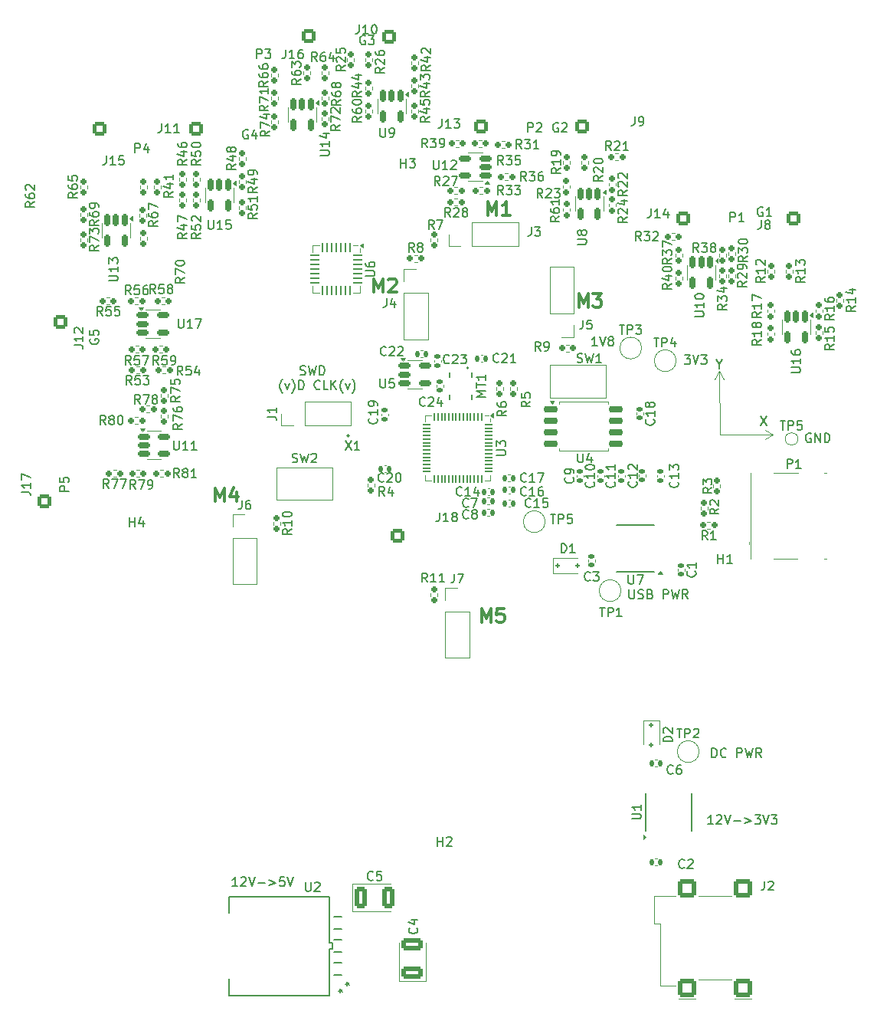
<source format=gto>
%TF.GenerationSoftware,KiCad,Pcbnew,8.0.6*%
%TF.CreationDate,2024-11-28T00:35:05-08:00*%
%TF.ProjectId,eecsc206a,65656373-6332-4303-9661-2e6b69636164,rev?*%
%TF.SameCoordinates,Original*%
%TF.FileFunction,Legend,Top*%
%TF.FilePolarity,Positive*%
%FSLAX46Y46*%
G04 Gerber Fmt 4.6, Leading zero omitted, Abs format (unit mm)*
G04 Created by KiCad (PCBNEW 8.0.6) date 2024-11-28 00:35:05*
%MOMM*%
%LPD*%
G01*
G04 APERTURE LIST*
G04 Aperture macros list*
%AMRoundRect*
0 Rectangle with rounded corners*
0 $1 Rounding radius*
0 $2 $3 $4 $5 $6 $7 $8 $9 X,Y pos of 4 corners*
0 Add a 4 corners polygon primitive as box body*
4,1,4,$2,$3,$4,$5,$6,$7,$8,$9,$2,$3,0*
0 Add four circle primitives for the rounded corners*
1,1,$1+$1,$2,$3*
1,1,$1+$1,$4,$5*
1,1,$1+$1,$6,$7*
1,1,$1+$1,$8,$9*
0 Add four rect primitives between the rounded corners*
20,1,$1+$1,$2,$3,$4,$5,0*
20,1,$1+$1,$4,$5,$6,$7,0*
20,1,$1+$1,$6,$7,$8,$9,0*
20,1,$1+$1,$8,$9,$2,$3,0*%
G04 Aperture macros list end*
%ADD10C,0.150000*%
%ADD11C,0.100000*%
%ADD12C,0.300000*%
%ADD13C,0.120000*%
%ADD14C,0.152400*%
%ADD15C,0.200000*%
%ADD16C,0.127000*%
%ADD17C,0.010000*%
%ADD18RoundRect,0.160000X-0.197500X-0.160000X0.197500X-0.160000X0.197500X0.160000X-0.197500X0.160000X0*%
%ADD19RoundRect,0.160000X-0.160000X0.197500X-0.160000X-0.197500X0.160000X-0.197500X0.160000X0.197500X0*%
%ADD20RoundRect,0.160000X0.160000X-0.197500X0.160000X0.197500X-0.160000X0.197500X-0.160000X-0.197500X0*%
%ADD21C,0.800000*%
%ADD22C,6.000000*%
%ADD23C,2.000000*%
%ADD24C,1.600000*%
%ADD25RoundRect,0.250000X-0.550000X-0.550000X0.550000X-0.550000X0.550000X0.550000X-0.550000X0.550000X0*%
%ADD26C,1.000000*%
%ADD27RoundRect,0.250000X-0.412500X-0.925000X0.412500X-0.925000X0.412500X0.925000X-0.412500X0.925000X0*%
%ADD28R,3.250000X3.250000*%
%ADD29RoundRect,0.062500X-0.425000X0.062500X-0.425000X-0.062500X0.425000X-0.062500X0.425000X0.062500X0*%
%ADD30RoundRect,0.062500X-0.062500X0.425000X-0.062500X-0.425000X0.062500X-0.425000X0.062500X0.425000X0*%
%ADD31RoundRect,0.140000X-0.170000X0.140000X-0.170000X-0.140000X0.170000X-0.140000X0.170000X0.140000X0*%
%ADD32RoundRect,0.150000X-0.512500X-0.150000X0.512500X-0.150000X0.512500X0.150000X-0.512500X0.150000X0*%
%ADD33RoundRect,0.160000X0.197500X0.160000X-0.197500X0.160000X-0.197500X-0.160000X0.197500X-0.160000X0*%
%ADD34R,1.100000X1.400000*%
%ADD35RoundRect,0.140000X-0.140000X-0.170000X0.140000X-0.170000X0.140000X0.170000X-0.140000X0.170000X0*%
%ADD36RoundRect,0.250000X-0.550000X0.550000X-0.550000X-0.550000X0.550000X-0.550000X0.550000X0.550000X0*%
%ADD37RoundRect,0.150000X-0.150000X0.512500X-0.150000X-0.512500X0.150000X-0.512500X0.150000X0.512500X0*%
%ADD38O,1.700000X1.700000*%
%ADD39R,1.700000X1.700000*%
%ADD40RoundRect,0.150000X0.512500X0.150000X-0.512500X0.150000X-0.512500X-0.150000X0.512500X-0.150000X0*%
%ADD41RoundRect,0.140000X0.140000X0.170000X-0.140000X0.170000X-0.140000X-0.170000X0.140000X-0.170000X0*%
%ADD42RoundRect,0.150000X-0.650000X-0.150000X0.650000X-0.150000X0.650000X0.150000X-0.650000X0.150000X0*%
%ADD43RoundRect,0.250000X0.750000X-0.750000X0.750000X0.750000X-0.750000X0.750000X-0.750000X-0.750000X0*%
%ADD44C,1.800000*%
%ADD45R,2.000000X0.600000*%
%ADD46RoundRect,0.140000X0.170000X-0.140000X0.170000X0.140000X-0.170000X0.140000X-0.170000X-0.140000X0*%
%ADD47RoundRect,0.250000X0.550000X0.550000X-0.550000X0.550000X-0.550000X-0.550000X0.550000X-0.550000X0*%
%ADD48R,3.200000X3.200000*%
%ADD49RoundRect,0.050000X-0.387500X0.050000X-0.387500X-0.050000X0.387500X-0.050000X0.387500X0.050000X0*%
%ADD50RoundRect,0.050000X-0.050000X0.387500X-0.050000X-0.387500X0.050000X-0.387500X0.050000X0.387500X0*%
%ADD51RoundRect,0.125000X-0.125000X0.125000X-0.125000X-0.125000X0.125000X-0.125000X0.125000X0.125000X0*%
%ADD52R,2.180000X1.600000*%
%ADD53RoundRect,0.125000X-0.125000X-0.125000X0.125000X-0.125000X0.125000X0.125000X-0.125000X0.125000X0*%
%ADD54R,8.458200X6.553200*%
%ADD55R,3.505200X1.397000*%
%ADD56RoundRect,0.250000X0.550000X-0.550000X0.550000X0.550000X-0.550000X0.550000X-0.550000X-0.550000X0*%
%ADD57RoundRect,0.250000X0.925000X-0.412500X0.925000X0.412500X-0.925000X0.412500X-0.925000X-0.412500X0*%
%ADD58R,0.600000X2.000000*%
%ADD59O,2.600000X1.100000*%
%ADD60O,2.100000X1.100000*%
%ADD61R,0.700000X1.000000*%
%ADD62R,0.700000X0.300000*%
G04 APERTURE END LIST*
D10*
X184994779Y-66163819D02*
X184994779Y-65163819D01*
X184994779Y-65163819D02*
X185375731Y-65163819D01*
X185375731Y-65163819D02*
X185470969Y-65211438D01*
X185470969Y-65211438D02*
X185518588Y-65259057D01*
X185518588Y-65259057D02*
X185566207Y-65354295D01*
X185566207Y-65354295D02*
X185566207Y-65497152D01*
X185566207Y-65497152D02*
X185518588Y-65592390D01*
X185518588Y-65592390D02*
X185470969Y-65640009D01*
X185470969Y-65640009D02*
X185375731Y-65687628D01*
X185375731Y-65687628D02*
X184994779Y-65687628D01*
X186518588Y-66163819D02*
X185947160Y-66163819D01*
X186232874Y-66163819D02*
X186232874Y-65163819D01*
X186232874Y-65163819D02*
X186137636Y-65306676D01*
X186137636Y-65306676D02*
X186042398Y-65401914D01*
X186042398Y-65401914D02*
X185947160Y-65449533D01*
X188566588Y-64617494D02*
X188471350Y-64569875D01*
X188471350Y-64569875D02*
X188328493Y-64569875D01*
X188328493Y-64569875D02*
X188185636Y-64617494D01*
X188185636Y-64617494D02*
X188090398Y-64712732D01*
X188090398Y-64712732D02*
X188042779Y-64807970D01*
X188042779Y-64807970D02*
X187995160Y-64998446D01*
X187995160Y-64998446D02*
X187995160Y-65141303D01*
X187995160Y-65141303D02*
X188042779Y-65331779D01*
X188042779Y-65331779D02*
X188090398Y-65427017D01*
X188090398Y-65427017D02*
X188185636Y-65522256D01*
X188185636Y-65522256D02*
X188328493Y-65569875D01*
X188328493Y-65569875D02*
X188423731Y-65569875D01*
X188423731Y-65569875D02*
X188566588Y-65522256D01*
X188566588Y-65522256D02*
X188614207Y-65474636D01*
X188614207Y-65474636D02*
X188614207Y-65141303D01*
X188614207Y-65141303D02*
X188423731Y-65141303D01*
X189566588Y-65569875D02*
X188995160Y-65569875D01*
X189280874Y-65569875D02*
X189280874Y-64569875D01*
X189280874Y-64569875D02*
X189185636Y-64712732D01*
X189185636Y-64712732D02*
X189090398Y-64807970D01*
X189090398Y-64807970D02*
X188995160Y-64855589D01*
D11*
X183769000Y-82677000D02*
X183261000Y-83566000D01*
X189738000Y-89662000D02*
X188849000Y-89154000D01*
X183769000Y-82677000D02*
X183896000Y-89662000D01*
X189738000Y-89662000D02*
X188849000Y-90170000D01*
X183769000Y-82677000D02*
X184277000Y-83566000D01*
X183896000Y-89662000D02*
X189738000Y-89662000D01*
D12*
X145588510Y-73968828D02*
X145588510Y-72468828D01*
X145588510Y-72468828D02*
X146088510Y-73540257D01*
X146088510Y-73540257D02*
X146588510Y-72468828D01*
X146588510Y-72468828D02*
X146588510Y-73968828D01*
X147231368Y-72611685D02*
X147302796Y-72540257D01*
X147302796Y-72540257D02*
X147445654Y-72468828D01*
X147445654Y-72468828D02*
X147802796Y-72468828D01*
X147802796Y-72468828D02*
X147945654Y-72540257D01*
X147945654Y-72540257D02*
X148017082Y-72611685D01*
X148017082Y-72611685D02*
X148088511Y-72754542D01*
X148088511Y-72754542D02*
X148088511Y-72897400D01*
X148088511Y-72897400D02*
X148017082Y-73111685D01*
X148017082Y-73111685D02*
X147159939Y-73968828D01*
X147159939Y-73968828D02*
X148088511Y-73968828D01*
X128062510Y-97080912D02*
X128062510Y-95580912D01*
X128062510Y-95580912D02*
X128562510Y-96652341D01*
X128562510Y-96652341D02*
X129062510Y-95580912D01*
X129062510Y-95580912D02*
X129062510Y-97080912D01*
X130419654Y-96080912D02*
X130419654Y-97080912D01*
X130062511Y-95509484D02*
X129705368Y-96580912D01*
X129705368Y-96580912D02*
X130633939Y-96580912D01*
D10*
X131670588Y-56067438D02*
X131575350Y-56019819D01*
X131575350Y-56019819D02*
X131432493Y-56019819D01*
X131432493Y-56019819D02*
X131289636Y-56067438D01*
X131289636Y-56067438D02*
X131194398Y-56162676D01*
X131194398Y-56162676D02*
X131146779Y-56257914D01*
X131146779Y-56257914D02*
X131099160Y-56448390D01*
X131099160Y-56448390D02*
X131099160Y-56591247D01*
X131099160Y-56591247D02*
X131146779Y-56781723D01*
X131146779Y-56781723D02*
X131194398Y-56876961D01*
X131194398Y-56876961D02*
X131289636Y-56972200D01*
X131289636Y-56972200D02*
X131432493Y-57019819D01*
X131432493Y-57019819D02*
X131527731Y-57019819D01*
X131527731Y-57019819D02*
X131670588Y-56972200D01*
X131670588Y-56972200D02*
X131718207Y-56924580D01*
X131718207Y-56924580D02*
X131718207Y-56591247D01*
X131718207Y-56591247D02*
X131527731Y-56591247D01*
X132575350Y-56353152D02*
X132575350Y-57019819D01*
X132337255Y-55972200D02*
X132099160Y-56686485D01*
X132099160Y-56686485D02*
X132718207Y-56686485D01*
X188328541Y-87642819D02*
X188995207Y-88642819D01*
X188995207Y-87642819D02*
X188328541Y-88642819D01*
X170278588Y-79879819D02*
X169707160Y-79879819D01*
X169992874Y-79879819D02*
X169992874Y-78879819D01*
X169992874Y-78879819D02*
X169897636Y-79022676D01*
X169897636Y-79022676D02*
X169802398Y-79117914D01*
X169802398Y-79117914D02*
X169707160Y-79165533D01*
X170564303Y-78879819D02*
X170897636Y-79879819D01*
X170897636Y-79879819D02*
X171230969Y-78879819D01*
X171707160Y-79308390D02*
X171611922Y-79260771D01*
X171611922Y-79260771D02*
X171564303Y-79213152D01*
X171564303Y-79213152D02*
X171516684Y-79117914D01*
X171516684Y-79117914D02*
X171516684Y-79070295D01*
X171516684Y-79070295D02*
X171564303Y-78975057D01*
X171564303Y-78975057D02*
X171611922Y-78927438D01*
X171611922Y-78927438D02*
X171707160Y-78879819D01*
X171707160Y-78879819D02*
X171897636Y-78879819D01*
X171897636Y-78879819D02*
X171992874Y-78927438D01*
X171992874Y-78927438D02*
X172040493Y-78975057D01*
X172040493Y-78975057D02*
X172088112Y-79070295D01*
X172088112Y-79070295D02*
X172088112Y-79117914D01*
X172088112Y-79117914D02*
X172040493Y-79213152D01*
X172040493Y-79213152D02*
X171992874Y-79260771D01*
X171992874Y-79260771D02*
X171897636Y-79308390D01*
X171897636Y-79308390D02*
X171707160Y-79308390D01*
X171707160Y-79308390D02*
X171611922Y-79356009D01*
X171611922Y-79356009D02*
X171564303Y-79403628D01*
X171564303Y-79403628D02*
X171516684Y-79498866D01*
X171516684Y-79498866D02*
X171516684Y-79689342D01*
X171516684Y-79689342D02*
X171564303Y-79784580D01*
X171564303Y-79784580D02*
X171611922Y-79832200D01*
X171611922Y-79832200D02*
X171707160Y-79879819D01*
X171707160Y-79879819D02*
X171897636Y-79879819D01*
X171897636Y-79879819D02*
X171992874Y-79832200D01*
X171992874Y-79832200D02*
X172040493Y-79784580D01*
X172040493Y-79784580D02*
X172088112Y-79689342D01*
X172088112Y-79689342D02*
X172088112Y-79498866D01*
X172088112Y-79498866D02*
X172040493Y-79403628D01*
X172040493Y-79403628D02*
X171992874Y-79356009D01*
X171992874Y-79356009D02*
X171897636Y-79308390D01*
D12*
X157526510Y-110417828D02*
X157526510Y-108917828D01*
X157526510Y-108917828D02*
X158026510Y-109989257D01*
X158026510Y-109989257D02*
X158526510Y-108917828D01*
X158526510Y-108917828D02*
X158526510Y-110417828D01*
X159955082Y-108917828D02*
X159240796Y-108917828D01*
X159240796Y-108917828D02*
X159169368Y-109632114D01*
X159169368Y-109632114D02*
X159240796Y-109560685D01*
X159240796Y-109560685D02*
X159383654Y-109489257D01*
X159383654Y-109489257D02*
X159740796Y-109489257D01*
X159740796Y-109489257D02*
X159883654Y-109560685D01*
X159883654Y-109560685D02*
X159955082Y-109632114D01*
X159955082Y-109632114D02*
X160026511Y-109774971D01*
X160026511Y-109774971D02*
X160026511Y-110132114D01*
X160026511Y-110132114D02*
X159955082Y-110274971D01*
X159955082Y-110274971D02*
X159883654Y-110346400D01*
X159883654Y-110346400D02*
X159740796Y-110417828D01*
X159740796Y-110417828D02*
X159383654Y-110417828D01*
X159383654Y-110417828D02*
X159240796Y-110346400D01*
X159240796Y-110346400D02*
X159169368Y-110274971D01*
D10*
X182962779Y-125345819D02*
X182962779Y-124345819D01*
X182962779Y-124345819D02*
X183200874Y-124345819D01*
X183200874Y-124345819D02*
X183343731Y-124393438D01*
X183343731Y-124393438D02*
X183438969Y-124488676D01*
X183438969Y-124488676D02*
X183486588Y-124583914D01*
X183486588Y-124583914D02*
X183534207Y-124774390D01*
X183534207Y-124774390D02*
X183534207Y-124917247D01*
X183534207Y-124917247D02*
X183486588Y-125107723D01*
X183486588Y-125107723D02*
X183438969Y-125202961D01*
X183438969Y-125202961D02*
X183343731Y-125298200D01*
X183343731Y-125298200D02*
X183200874Y-125345819D01*
X183200874Y-125345819D02*
X182962779Y-125345819D01*
X184534207Y-125250580D02*
X184486588Y-125298200D01*
X184486588Y-125298200D02*
X184343731Y-125345819D01*
X184343731Y-125345819D02*
X184248493Y-125345819D01*
X184248493Y-125345819D02*
X184105636Y-125298200D01*
X184105636Y-125298200D02*
X184010398Y-125202961D01*
X184010398Y-125202961D02*
X183962779Y-125107723D01*
X183962779Y-125107723D02*
X183915160Y-124917247D01*
X183915160Y-124917247D02*
X183915160Y-124774390D01*
X183915160Y-124774390D02*
X183962779Y-124583914D01*
X183962779Y-124583914D02*
X184010398Y-124488676D01*
X184010398Y-124488676D02*
X184105636Y-124393438D01*
X184105636Y-124393438D02*
X184248493Y-124345819D01*
X184248493Y-124345819D02*
X184343731Y-124345819D01*
X184343731Y-124345819D02*
X184486588Y-124393438D01*
X184486588Y-124393438D02*
X184534207Y-124441057D01*
X185724684Y-125345819D02*
X185724684Y-124345819D01*
X185724684Y-124345819D02*
X186105636Y-124345819D01*
X186105636Y-124345819D02*
X186200874Y-124393438D01*
X186200874Y-124393438D02*
X186248493Y-124441057D01*
X186248493Y-124441057D02*
X186296112Y-124536295D01*
X186296112Y-124536295D02*
X186296112Y-124679152D01*
X186296112Y-124679152D02*
X186248493Y-124774390D01*
X186248493Y-124774390D02*
X186200874Y-124822009D01*
X186200874Y-124822009D02*
X186105636Y-124869628D01*
X186105636Y-124869628D02*
X185724684Y-124869628D01*
X186629446Y-124345819D02*
X186867541Y-125345819D01*
X186867541Y-125345819D02*
X187058017Y-124631533D01*
X187058017Y-124631533D02*
X187248493Y-125345819D01*
X187248493Y-125345819D02*
X187486589Y-124345819D01*
X188438969Y-125345819D02*
X188105636Y-124869628D01*
X187867541Y-125345819D02*
X187867541Y-124345819D01*
X187867541Y-124345819D02*
X188248493Y-124345819D01*
X188248493Y-124345819D02*
X188343731Y-124393438D01*
X188343731Y-124393438D02*
X188391350Y-124441057D01*
X188391350Y-124441057D02*
X188438969Y-124536295D01*
X188438969Y-124536295D02*
X188438969Y-124679152D01*
X188438969Y-124679152D02*
X188391350Y-124774390D01*
X188391350Y-124774390D02*
X188343731Y-124822009D01*
X188343731Y-124822009D02*
X188248493Y-124869628D01*
X188248493Y-124869628D02*
X187867541Y-124869628D01*
X183105588Y-132711819D02*
X182534160Y-132711819D01*
X182819874Y-132711819D02*
X182819874Y-131711819D01*
X182819874Y-131711819D02*
X182724636Y-131854676D01*
X182724636Y-131854676D02*
X182629398Y-131949914D01*
X182629398Y-131949914D02*
X182534160Y-131997533D01*
X183486541Y-131807057D02*
X183534160Y-131759438D01*
X183534160Y-131759438D02*
X183629398Y-131711819D01*
X183629398Y-131711819D02*
X183867493Y-131711819D01*
X183867493Y-131711819D02*
X183962731Y-131759438D01*
X183962731Y-131759438D02*
X184010350Y-131807057D01*
X184010350Y-131807057D02*
X184057969Y-131902295D01*
X184057969Y-131902295D02*
X184057969Y-131997533D01*
X184057969Y-131997533D02*
X184010350Y-132140390D01*
X184010350Y-132140390D02*
X183438922Y-132711819D01*
X183438922Y-132711819D02*
X184057969Y-132711819D01*
X184343684Y-131711819D02*
X184677017Y-132711819D01*
X184677017Y-132711819D02*
X185010350Y-131711819D01*
X185343684Y-132330866D02*
X186105589Y-132330866D01*
X186581779Y-132045152D02*
X187343684Y-132330866D01*
X187343684Y-132330866D02*
X186581779Y-132616580D01*
X187724636Y-131711819D02*
X188343683Y-131711819D01*
X188343683Y-131711819D02*
X188010350Y-132092771D01*
X188010350Y-132092771D02*
X188153207Y-132092771D01*
X188153207Y-132092771D02*
X188248445Y-132140390D01*
X188248445Y-132140390D02*
X188296064Y-132188009D01*
X188296064Y-132188009D02*
X188343683Y-132283247D01*
X188343683Y-132283247D02*
X188343683Y-132521342D01*
X188343683Y-132521342D02*
X188296064Y-132616580D01*
X188296064Y-132616580D02*
X188248445Y-132664200D01*
X188248445Y-132664200D02*
X188153207Y-132711819D01*
X188153207Y-132711819D02*
X187867493Y-132711819D01*
X187867493Y-132711819D02*
X187772255Y-132664200D01*
X187772255Y-132664200D02*
X187724636Y-132616580D01*
X188629398Y-131711819D02*
X188962731Y-132711819D01*
X188962731Y-132711819D02*
X189296064Y-131711819D01*
X189534160Y-131711819D02*
X190153207Y-131711819D01*
X190153207Y-131711819D02*
X189819874Y-132092771D01*
X189819874Y-132092771D02*
X189962731Y-132092771D01*
X189962731Y-132092771D02*
X190057969Y-132140390D01*
X190057969Y-132140390D02*
X190105588Y-132188009D01*
X190105588Y-132188009D02*
X190153207Y-132283247D01*
X190153207Y-132283247D02*
X190153207Y-132521342D01*
X190153207Y-132521342D02*
X190105588Y-132616580D01*
X190105588Y-132616580D02*
X190057969Y-132664200D01*
X190057969Y-132664200D02*
X189962731Y-132711819D01*
X189962731Y-132711819D02*
X189677017Y-132711819D01*
X189677017Y-132711819D02*
X189581779Y-132664200D01*
X189581779Y-132664200D02*
X189534160Y-132616580D01*
X111883819Y-95929220D02*
X110883819Y-95929220D01*
X110883819Y-95929220D02*
X110883819Y-95548268D01*
X110883819Y-95548268D02*
X110931438Y-95453030D01*
X110931438Y-95453030D02*
X110979057Y-95405411D01*
X110979057Y-95405411D02*
X111074295Y-95357792D01*
X111074295Y-95357792D02*
X111217152Y-95357792D01*
X111217152Y-95357792D02*
X111312390Y-95405411D01*
X111312390Y-95405411D02*
X111360009Y-95453030D01*
X111360009Y-95453030D02*
X111407628Y-95548268D01*
X111407628Y-95548268D02*
X111407628Y-95929220D01*
X110883819Y-94453030D02*
X110883819Y-94929220D01*
X110883819Y-94929220D02*
X111360009Y-94976839D01*
X111360009Y-94976839D02*
X111312390Y-94929220D01*
X111312390Y-94929220D02*
X111264771Y-94833982D01*
X111264771Y-94833982D02*
X111264771Y-94595887D01*
X111264771Y-94595887D02*
X111312390Y-94500649D01*
X111312390Y-94500649D02*
X111360009Y-94453030D01*
X111360009Y-94453030D02*
X111455247Y-94405411D01*
X111455247Y-94405411D02*
X111693342Y-94405411D01*
X111693342Y-94405411D02*
X111788580Y-94453030D01*
X111788580Y-94453030D02*
X111836200Y-94500649D01*
X111836200Y-94500649D02*
X111883819Y-94595887D01*
X111883819Y-94595887D02*
X111883819Y-94833982D01*
X111883819Y-94833982D02*
X111836200Y-94929220D01*
X111836200Y-94929220D02*
X111788580Y-94976839D01*
X130527588Y-139569819D02*
X129956160Y-139569819D01*
X130241874Y-139569819D02*
X130241874Y-138569819D01*
X130241874Y-138569819D02*
X130146636Y-138712676D01*
X130146636Y-138712676D02*
X130051398Y-138807914D01*
X130051398Y-138807914D02*
X129956160Y-138855533D01*
X130908541Y-138665057D02*
X130956160Y-138617438D01*
X130956160Y-138617438D02*
X131051398Y-138569819D01*
X131051398Y-138569819D02*
X131289493Y-138569819D01*
X131289493Y-138569819D02*
X131384731Y-138617438D01*
X131384731Y-138617438D02*
X131432350Y-138665057D01*
X131432350Y-138665057D02*
X131479969Y-138760295D01*
X131479969Y-138760295D02*
X131479969Y-138855533D01*
X131479969Y-138855533D02*
X131432350Y-138998390D01*
X131432350Y-138998390D02*
X130860922Y-139569819D01*
X130860922Y-139569819D02*
X131479969Y-139569819D01*
X131765684Y-138569819D02*
X132099017Y-139569819D01*
X132099017Y-139569819D02*
X132432350Y-138569819D01*
X132765684Y-139188866D02*
X133527589Y-139188866D01*
X134003779Y-138903152D02*
X134765684Y-139188866D01*
X134765684Y-139188866D02*
X134003779Y-139474580D01*
X135718064Y-138569819D02*
X135241874Y-138569819D01*
X135241874Y-138569819D02*
X135194255Y-139046009D01*
X135194255Y-139046009D02*
X135241874Y-138998390D01*
X135241874Y-138998390D02*
X135337112Y-138950771D01*
X135337112Y-138950771D02*
X135575207Y-138950771D01*
X135575207Y-138950771D02*
X135670445Y-138998390D01*
X135670445Y-138998390D02*
X135718064Y-139046009D01*
X135718064Y-139046009D02*
X135765683Y-139141247D01*
X135765683Y-139141247D02*
X135765683Y-139379342D01*
X135765683Y-139379342D02*
X135718064Y-139474580D01*
X135718064Y-139474580D02*
X135670445Y-139522200D01*
X135670445Y-139522200D02*
X135575207Y-139569819D01*
X135575207Y-139569819D02*
X135337112Y-139569819D01*
X135337112Y-139569819D02*
X135241874Y-139522200D01*
X135241874Y-139522200D02*
X135194255Y-139474580D01*
X136051398Y-138569819D02*
X136384731Y-139569819D01*
X136384731Y-139569819D02*
X136718064Y-138569819D01*
X137448780Y-83048256D02*
X137591637Y-83095875D01*
X137591637Y-83095875D02*
X137829732Y-83095875D01*
X137829732Y-83095875D02*
X137924970Y-83048256D01*
X137924970Y-83048256D02*
X137972589Y-83000636D01*
X137972589Y-83000636D02*
X138020208Y-82905398D01*
X138020208Y-82905398D02*
X138020208Y-82810160D01*
X138020208Y-82810160D02*
X137972589Y-82714922D01*
X137972589Y-82714922D02*
X137924970Y-82667303D01*
X137924970Y-82667303D02*
X137829732Y-82619684D01*
X137829732Y-82619684D02*
X137639256Y-82572065D01*
X137639256Y-82572065D02*
X137544018Y-82524446D01*
X137544018Y-82524446D02*
X137496399Y-82476827D01*
X137496399Y-82476827D02*
X137448780Y-82381589D01*
X137448780Y-82381589D02*
X137448780Y-82286351D01*
X137448780Y-82286351D02*
X137496399Y-82191113D01*
X137496399Y-82191113D02*
X137544018Y-82143494D01*
X137544018Y-82143494D02*
X137639256Y-82095875D01*
X137639256Y-82095875D02*
X137877351Y-82095875D01*
X137877351Y-82095875D02*
X138020208Y-82143494D01*
X138353542Y-82095875D02*
X138591637Y-83095875D01*
X138591637Y-83095875D02*
X138782113Y-82381589D01*
X138782113Y-82381589D02*
X138972589Y-83095875D01*
X138972589Y-83095875D02*
X139210685Y-82095875D01*
X139591637Y-83095875D02*
X139591637Y-82095875D01*
X139591637Y-82095875D02*
X139829732Y-82095875D01*
X139829732Y-82095875D02*
X139972589Y-82143494D01*
X139972589Y-82143494D02*
X140067827Y-82238732D01*
X140067827Y-82238732D02*
X140115446Y-82333970D01*
X140115446Y-82333970D02*
X140163065Y-82524446D01*
X140163065Y-82524446D02*
X140163065Y-82667303D01*
X140163065Y-82667303D02*
X140115446Y-82857779D01*
X140115446Y-82857779D02*
X140067827Y-82953017D01*
X140067827Y-82953017D02*
X139972589Y-83048256D01*
X139972589Y-83048256D02*
X139829732Y-83095875D01*
X139829732Y-83095875D02*
X139591637Y-83095875D01*
X135496398Y-85086771D02*
X135448779Y-85039152D01*
X135448779Y-85039152D02*
X135353541Y-84896295D01*
X135353541Y-84896295D02*
X135305922Y-84801057D01*
X135305922Y-84801057D02*
X135258303Y-84658200D01*
X135258303Y-84658200D02*
X135210684Y-84420104D01*
X135210684Y-84420104D02*
X135210684Y-84229628D01*
X135210684Y-84229628D02*
X135258303Y-83991533D01*
X135258303Y-83991533D02*
X135305922Y-83848676D01*
X135305922Y-83848676D02*
X135353541Y-83753438D01*
X135353541Y-83753438D02*
X135448779Y-83610580D01*
X135448779Y-83610580D02*
X135496398Y-83562961D01*
X135782113Y-84039152D02*
X136020208Y-84705819D01*
X136020208Y-84705819D02*
X136258303Y-84039152D01*
X136544018Y-85086771D02*
X136591637Y-85039152D01*
X136591637Y-85039152D02*
X136686875Y-84896295D01*
X136686875Y-84896295D02*
X136734494Y-84801057D01*
X136734494Y-84801057D02*
X136782113Y-84658200D01*
X136782113Y-84658200D02*
X136829732Y-84420104D01*
X136829732Y-84420104D02*
X136829732Y-84229628D01*
X136829732Y-84229628D02*
X136782113Y-83991533D01*
X136782113Y-83991533D02*
X136734494Y-83848676D01*
X136734494Y-83848676D02*
X136686875Y-83753438D01*
X136686875Y-83753438D02*
X136591637Y-83610580D01*
X136591637Y-83610580D02*
X136544018Y-83562961D01*
X137305923Y-84705819D02*
X137305923Y-83705819D01*
X137305923Y-83705819D02*
X137544018Y-83705819D01*
X137544018Y-83705819D02*
X137686875Y-83753438D01*
X137686875Y-83753438D02*
X137782113Y-83848676D01*
X137782113Y-83848676D02*
X137829732Y-83943914D01*
X137829732Y-83943914D02*
X137877351Y-84134390D01*
X137877351Y-84134390D02*
X137877351Y-84277247D01*
X137877351Y-84277247D02*
X137829732Y-84467723D01*
X137829732Y-84467723D02*
X137782113Y-84562961D01*
X137782113Y-84562961D02*
X137686875Y-84658200D01*
X137686875Y-84658200D02*
X137544018Y-84705819D01*
X137544018Y-84705819D02*
X137305923Y-84705819D01*
X139639256Y-84610580D02*
X139591637Y-84658200D01*
X139591637Y-84658200D02*
X139448780Y-84705819D01*
X139448780Y-84705819D02*
X139353542Y-84705819D01*
X139353542Y-84705819D02*
X139210685Y-84658200D01*
X139210685Y-84658200D02*
X139115447Y-84562961D01*
X139115447Y-84562961D02*
X139067828Y-84467723D01*
X139067828Y-84467723D02*
X139020209Y-84277247D01*
X139020209Y-84277247D02*
X139020209Y-84134390D01*
X139020209Y-84134390D02*
X139067828Y-83943914D01*
X139067828Y-83943914D02*
X139115447Y-83848676D01*
X139115447Y-83848676D02*
X139210685Y-83753438D01*
X139210685Y-83753438D02*
X139353542Y-83705819D01*
X139353542Y-83705819D02*
X139448780Y-83705819D01*
X139448780Y-83705819D02*
X139591637Y-83753438D01*
X139591637Y-83753438D02*
X139639256Y-83801057D01*
X140544018Y-84705819D02*
X140067828Y-84705819D01*
X140067828Y-84705819D02*
X140067828Y-83705819D01*
X140877352Y-84705819D02*
X140877352Y-83705819D01*
X141448780Y-84705819D02*
X141020209Y-84134390D01*
X141448780Y-83705819D02*
X140877352Y-84277247D01*
X142163066Y-85086771D02*
X142115447Y-85039152D01*
X142115447Y-85039152D02*
X142020209Y-84896295D01*
X142020209Y-84896295D02*
X141972590Y-84801057D01*
X141972590Y-84801057D02*
X141924971Y-84658200D01*
X141924971Y-84658200D02*
X141877352Y-84420104D01*
X141877352Y-84420104D02*
X141877352Y-84229628D01*
X141877352Y-84229628D02*
X141924971Y-83991533D01*
X141924971Y-83991533D02*
X141972590Y-83848676D01*
X141972590Y-83848676D02*
X142020209Y-83753438D01*
X142020209Y-83753438D02*
X142115447Y-83610580D01*
X142115447Y-83610580D02*
X142163066Y-83562961D01*
X142448781Y-84039152D02*
X142686876Y-84705819D01*
X142686876Y-84705819D02*
X142924971Y-84039152D01*
X143210686Y-85086771D02*
X143258305Y-85039152D01*
X143258305Y-85039152D02*
X143353543Y-84896295D01*
X143353543Y-84896295D02*
X143401162Y-84801057D01*
X143401162Y-84801057D02*
X143448781Y-84658200D01*
X143448781Y-84658200D02*
X143496400Y-84420104D01*
X143496400Y-84420104D02*
X143496400Y-84229628D01*
X143496400Y-84229628D02*
X143448781Y-83991533D01*
X143448781Y-83991533D02*
X143401162Y-83848676D01*
X143401162Y-83848676D02*
X143353543Y-83753438D01*
X143353543Y-83753438D02*
X143258305Y-83610580D01*
X143258305Y-83610580D02*
X143210686Y-83562961D01*
D12*
X168254510Y-75632912D02*
X168254510Y-74132912D01*
X168254510Y-74132912D02*
X168754510Y-75204341D01*
X168754510Y-75204341D02*
X169254510Y-74132912D01*
X169254510Y-74132912D02*
X169254510Y-75632912D01*
X169825939Y-74132912D02*
X170754511Y-74132912D01*
X170754511Y-74132912D02*
X170254511Y-74704341D01*
X170254511Y-74704341D02*
X170468796Y-74704341D01*
X170468796Y-74704341D02*
X170611654Y-74775769D01*
X170611654Y-74775769D02*
X170683082Y-74847198D01*
X170683082Y-74847198D02*
X170754511Y-74990055D01*
X170754511Y-74990055D02*
X170754511Y-75347198D01*
X170754511Y-75347198D02*
X170683082Y-75490055D01*
X170683082Y-75490055D02*
X170611654Y-75561484D01*
X170611654Y-75561484D02*
X170468796Y-75632912D01*
X170468796Y-75632912D02*
X170040225Y-75632912D01*
X170040225Y-75632912D02*
X169897368Y-75561484D01*
X169897368Y-75561484D02*
X169825939Y-75490055D01*
D10*
X183788255Y-81943628D02*
X183788255Y-82419819D01*
X183454922Y-81419819D02*
X183788255Y-81943628D01*
X183788255Y-81943628D02*
X184121588Y-81419819D01*
X193900588Y-89595438D02*
X193805350Y-89547819D01*
X193805350Y-89547819D02*
X193662493Y-89547819D01*
X193662493Y-89547819D02*
X193519636Y-89595438D01*
X193519636Y-89595438D02*
X193424398Y-89690676D01*
X193424398Y-89690676D02*
X193376779Y-89785914D01*
X193376779Y-89785914D02*
X193329160Y-89976390D01*
X193329160Y-89976390D02*
X193329160Y-90119247D01*
X193329160Y-90119247D02*
X193376779Y-90309723D01*
X193376779Y-90309723D02*
X193424398Y-90404961D01*
X193424398Y-90404961D02*
X193519636Y-90500200D01*
X193519636Y-90500200D02*
X193662493Y-90547819D01*
X193662493Y-90547819D02*
X193757731Y-90547819D01*
X193757731Y-90547819D02*
X193900588Y-90500200D01*
X193900588Y-90500200D02*
X193948207Y-90452580D01*
X193948207Y-90452580D02*
X193948207Y-90119247D01*
X193948207Y-90119247D02*
X193757731Y-90119247D01*
X194376779Y-90547819D02*
X194376779Y-89547819D01*
X194376779Y-89547819D02*
X194948207Y-90547819D01*
X194948207Y-90547819D02*
X194948207Y-89547819D01*
X195424398Y-90547819D02*
X195424398Y-89547819D01*
X195424398Y-89547819D02*
X195662493Y-89547819D01*
X195662493Y-89547819D02*
X195805350Y-89595438D01*
X195805350Y-89595438D02*
X195900588Y-89690676D01*
X195900588Y-89690676D02*
X195948207Y-89785914D01*
X195948207Y-89785914D02*
X195995826Y-89976390D01*
X195995826Y-89976390D02*
X195995826Y-90119247D01*
X195995826Y-90119247D02*
X195948207Y-90309723D01*
X195948207Y-90309723D02*
X195900588Y-90404961D01*
X195900588Y-90404961D02*
X195805350Y-90500200D01*
X195805350Y-90500200D02*
X195662493Y-90547819D01*
X195662493Y-90547819D02*
X195424398Y-90547819D01*
X165960588Y-55305438D02*
X165865350Y-55257819D01*
X165865350Y-55257819D02*
X165722493Y-55257819D01*
X165722493Y-55257819D02*
X165579636Y-55305438D01*
X165579636Y-55305438D02*
X165484398Y-55400676D01*
X165484398Y-55400676D02*
X165436779Y-55495914D01*
X165436779Y-55495914D02*
X165389160Y-55686390D01*
X165389160Y-55686390D02*
X165389160Y-55829247D01*
X165389160Y-55829247D02*
X165436779Y-56019723D01*
X165436779Y-56019723D02*
X165484398Y-56114961D01*
X165484398Y-56114961D02*
X165579636Y-56210200D01*
X165579636Y-56210200D02*
X165722493Y-56257819D01*
X165722493Y-56257819D02*
X165817731Y-56257819D01*
X165817731Y-56257819D02*
X165960588Y-56210200D01*
X165960588Y-56210200D02*
X166008207Y-56162580D01*
X166008207Y-56162580D02*
X166008207Y-55829247D01*
X166008207Y-55829247D02*
X165817731Y-55829247D01*
X166389160Y-55353057D02*
X166436779Y-55305438D01*
X166436779Y-55305438D02*
X166532017Y-55257819D01*
X166532017Y-55257819D02*
X166770112Y-55257819D01*
X166770112Y-55257819D02*
X166865350Y-55305438D01*
X166865350Y-55305438D02*
X166912969Y-55353057D01*
X166912969Y-55353057D02*
X166960588Y-55448295D01*
X166960588Y-55448295D02*
X166960588Y-55543533D01*
X166960588Y-55543533D02*
X166912969Y-55686390D01*
X166912969Y-55686390D02*
X166341541Y-56257819D01*
X166341541Y-56257819D02*
X166960588Y-56257819D01*
X173818779Y-106819819D02*
X173818779Y-107629342D01*
X173818779Y-107629342D02*
X173866398Y-107724580D01*
X173866398Y-107724580D02*
X173914017Y-107772200D01*
X173914017Y-107772200D02*
X174009255Y-107819819D01*
X174009255Y-107819819D02*
X174199731Y-107819819D01*
X174199731Y-107819819D02*
X174294969Y-107772200D01*
X174294969Y-107772200D02*
X174342588Y-107724580D01*
X174342588Y-107724580D02*
X174390207Y-107629342D01*
X174390207Y-107629342D02*
X174390207Y-106819819D01*
X174818779Y-107772200D02*
X174961636Y-107819819D01*
X174961636Y-107819819D02*
X175199731Y-107819819D01*
X175199731Y-107819819D02*
X175294969Y-107772200D01*
X175294969Y-107772200D02*
X175342588Y-107724580D01*
X175342588Y-107724580D02*
X175390207Y-107629342D01*
X175390207Y-107629342D02*
X175390207Y-107534104D01*
X175390207Y-107534104D02*
X175342588Y-107438866D01*
X175342588Y-107438866D02*
X175294969Y-107391247D01*
X175294969Y-107391247D02*
X175199731Y-107343628D01*
X175199731Y-107343628D02*
X175009255Y-107296009D01*
X175009255Y-107296009D02*
X174914017Y-107248390D01*
X174914017Y-107248390D02*
X174866398Y-107200771D01*
X174866398Y-107200771D02*
X174818779Y-107105533D01*
X174818779Y-107105533D02*
X174818779Y-107010295D01*
X174818779Y-107010295D02*
X174866398Y-106915057D01*
X174866398Y-106915057D02*
X174914017Y-106867438D01*
X174914017Y-106867438D02*
X175009255Y-106819819D01*
X175009255Y-106819819D02*
X175247350Y-106819819D01*
X175247350Y-106819819D02*
X175390207Y-106867438D01*
X176152112Y-107296009D02*
X176294969Y-107343628D01*
X176294969Y-107343628D02*
X176342588Y-107391247D01*
X176342588Y-107391247D02*
X176390207Y-107486485D01*
X176390207Y-107486485D02*
X176390207Y-107629342D01*
X176390207Y-107629342D02*
X176342588Y-107724580D01*
X176342588Y-107724580D02*
X176294969Y-107772200D01*
X176294969Y-107772200D02*
X176199731Y-107819819D01*
X176199731Y-107819819D02*
X175818779Y-107819819D01*
X175818779Y-107819819D02*
X175818779Y-106819819D01*
X175818779Y-106819819D02*
X176152112Y-106819819D01*
X176152112Y-106819819D02*
X176247350Y-106867438D01*
X176247350Y-106867438D02*
X176294969Y-106915057D01*
X176294969Y-106915057D02*
X176342588Y-107010295D01*
X176342588Y-107010295D02*
X176342588Y-107105533D01*
X176342588Y-107105533D02*
X176294969Y-107200771D01*
X176294969Y-107200771D02*
X176247350Y-107248390D01*
X176247350Y-107248390D02*
X176152112Y-107296009D01*
X176152112Y-107296009D02*
X175818779Y-107296009D01*
X177580684Y-107819819D02*
X177580684Y-106819819D01*
X177580684Y-106819819D02*
X177961636Y-106819819D01*
X177961636Y-106819819D02*
X178056874Y-106867438D01*
X178056874Y-106867438D02*
X178104493Y-106915057D01*
X178104493Y-106915057D02*
X178152112Y-107010295D01*
X178152112Y-107010295D02*
X178152112Y-107153152D01*
X178152112Y-107153152D02*
X178104493Y-107248390D01*
X178104493Y-107248390D02*
X178056874Y-107296009D01*
X178056874Y-107296009D02*
X177961636Y-107343628D01*
X177961636Y-107343628D02*
X177580684Y-107343628D01*
X178485446Y-106819819D02*
X178723541Y-107819819D01*
X178723541Y-107819819D02*
X178914017Y-107105533D01*
X178914017Y-107105533D02*
X179104493Y-107819819D01*
X179104493Y-107819819D02*
X179342589Y-106819819D01*
X180294969Y-107819819D02*
X179961636Y-107343628D01*
X179723541Y-107819819D02*
X179723541Y-106819819D01*
X179723541Y-106819819D02*
X180104493Y-106819819D01*
X180104493Y-106819819D02*
X180199731Y-106867438D01*
X180199731Y-106867438D02*
X180247350Y-106915057D01*
X180247350Y-106915057D02*
X180294969Y-107010295D01*
X180294969Y-107010295D02*
X180294969Y-107153152D01*
X180294969Y-107153152D02*
X180247350Y-107248390D01*
X180247350Y-107248390D02*
X180199731Y-107296009D01*
X180199731Y-107296009D02*
X180104493Y-107343628D01*
X180104493Y-107343628D02*
X179723541Y-107343628D01*
X119208779Y-58543819D02*
X119208779Y-57543819D01*
X119208779Y-57543819D02*
X119589731Y-57543819D01*
X119589731Y-57543819D02*
X119684969Y-57591438D01*
X119684969Y-57591438D02*
X119732588Y-57639057D01*
X119732588Y-57639057D02*
X119780207Y-57734295D01*
X119780207Y-57734295D02*
X119780207Y-57877152D01*
X119780207Y-57877152D02*
X119732588Y-57972390D01*
X119732588Y-57972390D02*
X119684969Y-58020009D01*
X119684969Y-58020009D02*
X119589731Y-58067628D01*
X119589731Y-58067628D02*
X119208779Y-58067628D01*
X120637350Y-57877152D02*
X120637350Y-58543819D01*
X120399255Y-57496200D02*
X120161160Y-58210485D01*
X120161160Y-58210485D02*
X120780207Y-58210485D01*
X114233438Y-79149411D02*
X114185819Y-79244649D01*
X114185819Y-79244649D02*
X114185819Y-79387506D01*
X114185819Y-79387506D02*
X114233438Y-79530363D01*
X114233438Y-79530363D02*
X114328676Y-79625601D01*
X114328676Y-79625601D02*
X114423914Y-79673220D01*
X114423914Y-79673220D02*
X114614390Y-79720839D01*
X114614390Y-79720839D02*
X114757247Y-79720839D01*
X114757247Y-79720839D02*
X114947723Y-79673220D01*
X114947723Y-79673220D02*
X115042961Y-79625601D01*
X115042961Y-79625601D02*
X115138200Y-79530363D01*
X115138200Y-79530363D02*
X115185819Y-79387506D01*
X115185819Y-79387506D02*
X115185819Y-79292268D01*
X115185819Y-79292268D02*
X115138200Y-79149411D01*
X115138200Y-79149411D02*
X115090580Y-79101792D01*
X115090580Y-79101792D02*
X114757247Y-79101792D01*
X114757247Y-79101792D02*
X114757247Y-79292268D01*
X114185819Y-78197030D02*
X114185819Y-78673220D01*
X114185819Y-78673220D02*
X114662009Y-78720839D01*
X114662009Y-78720839D02*
X114614390Y-78673220D01*
X114614390Y-78673220D02*
X114566771Y-78577982D01*
X114566771Y-78577982D02*
X114566771Y-78339887D01*
X114566771Y-78339887D02*
X114614390Y-78244649D01*
X114614390Y-78244649D02*
X114662009Y-78197030D01*
X114662009Y-78197030D02*
X114757247Y-78149411D01*
X114757247Y-78149411D02*
X114995342Y-78149411D01*
X114995342Y-78149411D02*
X115090580Y-78197030D01*
X115090580Y-78197030D02*
X115138200Y-78244649D01*
X115138200Y-78244649D02*
X115185819Y-78339887D01*
X115185819Y-78339887D02*
X115185819Y-78577982D01*
X115185819Y-78577982D02*
X115138200Y-78673220D01*
X115138200Y-78673220D02*
X115090580Y-78720839D01*
X179946541Y-80911819D02*
X180565588Y-80911819D01*
X180565588Y-80911819D02*
X180232255Y-81292771D01*
X180232255Y-81292771D02*
X180375112Y-81292771D01*
X180375112Y-81292771D02*
X180470350Y-81340390D01*
X180470350Y-81340390D02*
X180517969Y-81388009D01*
X180517969Y-81388009D02*
X180565588Y-81483247D01*
X180565588Y-81483247D02*
X180565588Y-81721342D01*
X180565588Y-81721342D02*
X180517969Y-81816580D01*
X180517969Y-81816580D02*
X180470350Y-81864200D01*
X180470350Y-81864200D02*
X180375112Y-81911819D01*
X180375112Y-81911819D02*
X180089398Y-81911819D01*
X180089398Y-81911819D02*
X179994160Y-81864200D01*
X179994160Y-81864200D02*
X179946541Y-81816580D01*
X180851303Y-80911819D02*
X181184636Y-81911819D01*
X181184636Y-81911819D02*
X181517969Y-80911819D01*
X181756065Y-80911819D02*
X182375112Y-80911819D01*
X182375112Y-80911819D02*
X182041779Y-81292771D01*
X182041779Y-81292771D02*
X182184636Y-81292771D01*
X182184636Y-81292771D02*
X182279874Y-81340390D01*
X182279874Y-81340390D02*
X182327493Y-81388009D01*
X182327493Y-81388009D02*
X182375112Y-81483247D01*
X182375112Y-81483247D02*
X182375112Y-81721342D01*
X182375112Y-81721342D02*
X182327493Y-81816580D01*
X182327493Y-81816580D02*
X182279874Y-81864200D01*
X182279874Y-81864200D02*
X182184636Y-81911819D01*
X182184636Y-81911819D02*
X181898922Y-81911819D01*
X181898922Y-81911819D02*
X181803684Y-81864200D01*
X181803684Y-81864200D02*
X181756065Y-81816580D01*
X162642779Y-56257819D02*
X162642779Y-55257819D01*
X162642779Y-55257819D02*
X163023731Y-55257819D01*
X163023731Y-55257819D02*
X163118969Y-55305438D01*
X163118969Y-55305438D02*
X163166588Y-55353057D01*
X163166588Y-55353057D02*
X163214207Y-55448295D01*
X163214207Y-55448295D02*
X163214207Y-55591152D01*
X163214207Y-55591152D02*
X163166588Y-55686390D01*
X163166588Y-55686390D02*
X163118969Y-55734009D01*
X163118969Y-55734009D02*
X163023731Y-55781628D01*
X163023731Y-55781628D02*
X162642779Y-55781628D01*
X163595160Y-55353057D02*
X163642779Y-55305438D01*
X163642779Y-55305438D02*
X163738017Y-55257819D01*
X163738017Y-55257819D02*
X163976112Y-55257819D01*
X163976112Y-55257819D02*
X164071350Y-55305438D01*
X164071350Y-55305438D02*
X164118969Y-55353057D01*
X164118969Y-55353057D02*
X164166588Y-55448295D01*
X164166588Y-55448295D02*
X164166588Y-55543533D01*
X164166588Y-55543533D02*
X164118969Y-55686390D01*
X164118969Y-55686390D02*
X163547541Y-56257819D01*
X163547541Y-56257819D02*
X164166588Y-56257819D01*
D12*
X158161510Y-65459828D02*
X158161510Y-63959828D01*
X158161510Y-63959828D02*
X158661510Y-65031257D01*
X158661510Y-65031257D02*
X159161510Y-63959828D01*
X159161510Y-63959828D02*
X159161510Y-65459828D01*
X160661511Y-65459828D02*
X159804368Y-65459828D01*
X160232939Y-65459828D02*
X160232939Y-63959828D01*
X160232939Y-63959828D02*
X160090082Y-64174114D01*
X160090082Y-64174114D02*
X159947225Y-64316971D01*
X159947225Y-64316971D02*
X159804368Y-64388400D01*
D10*
X132670779Y-48129819D02*
X132670779Y-47129819D01*
X132670779Y-47129819D02*
X133051731Y-47129819D01*
X133051731Y-47129819D02*
X133146969Y-47177438D01*
X133146969Y-47177438D02*
X133194588Y-47225057D01*
X133194588Y-47225057D02*
X133242207Y-47320295D01*
X133242207Y-47320295D02*
X133242207Y-47463152D01*
X133242207Y-47463152D02*
X133194588Y-47558390D01*
X133194588Y-47558390D02*
X133146969Y-47606009D01*
X133146969Y-47606009D02*
X133051731Y-47653628D01*
X133051731Y-47653628D02*
X132670779Y-47653628D01*
X133575541Y-47129819D02*
X134194588Y-47129819D01*
X134194588Y-47129819D02*
X133861255Y-47510771D01*
X133861255Y-47510771D02*
X134004112Y-47510771D01*
X134004112Y-47510771D02*
X134099350Y-47558390D01*
X134099350Y-47558390D02*
X134146969Y-47606009D01*
X134146969Y-47606009D02*
X134194588Y-47701247D01*
X134194588Y-47701247D02*
X134194588Y-47939342D01*
X134194588Y-47939342D02*
X134146969Y-48034580D01*
X134146969Y-48034580D02*
X134099350Y-48082200D01*
X134099350Y-48082200D02*
X134004112Y-48129819D01*
X134004112Y-48129819D02*
X133718398Y-48129819D01*
X133718398Y-48129819D02*
X133623160Y-48082200D01*
X133623160Y-48082200D02*
X133575541Y-48034580D01*
X144624588Y-45653438D02*
X144529350Y-45605819D01*
X144529350Y-45605819D02*
X144386493Y-45605819D01*
X144386493Y-45605819D02*
X144243636Y-45653438D01*
X144243636Y-45653438D02*
X144148398Y-45748676D01*
X144148398Y-45748676D02*
X144100779Y-45843914D01*
X144100779Y-45843914D02*
X144053160Y-46034390D01*
X144053160Y-46034390D02*
X144053160Y-46177247D01*
X144053160Y-46177247D02*
X144100779Y-46367723D01*
X144100779Y-46367723D02*
X144148398Y-46462961D01*
X144148398Y-46462961D02*
X144243636Y-46558200D01*
X144243636Y-46558200D02*
X144386493Y-46605819D01*
X144386493Y-46605819D02*
X144481731Y-46605819D01*
X144481731Y-46605819D02*
X144624588Y-46558200D01*
X144624588Y-46558200D02*
X144672207Y-46510580D01*
X144672207Y-46510580D02*
X144672207Y-46177247D01*
X144672207Y-46177247D02*
X144481731Y-46177247D01*
X145005541Y-45605819D02*
X145624588Y-45605819D01*
X145624588Y-45605819D02*
X145291255Y-45986771D01*
X145291255Y-45986771D02*
X145434112Y-45986771D01*
X145434112Y-45986771D02*
X145529350Y-46034390D01*
X145529350Y-46034390D02*
X145576969Y-46082009D01*
X145576969Y-46082009D02*
X145624588Y-46177247D01*
X145624588Y-46177247D02*
X145624588Y-46415342D01*
X145624588Y-46415342D02*
X145576969Y-46510580D01*
X145576969Y-46510580D02*
X145529350Y-46558200D01*
X145529350Y-46558200D02*
X145434112Y-46605819D01*
X145434112Y-46605819D02*
X145148398Y-46605819D01*
X145148398Y-46605819D02*
X145053160Y-46558200D01*
X145053160Y-46558200D02*
X145005541Y-46510580D01*
X121785142Y-81988819D02*
X121451809Y-81512628D01*
X121213714Y-81988819D02*
X121213714Y-80988819D01*
X121213714Y-80988819D02*
X121594666Y-80988819D01*
X121594666Y-80988819D02*
X121689904Y-81036438D01*
X121689904Y-81036438D02*
X121737523Y-81084057D01*
X121737523Y-81084057D02*
X121785142Y-81179295D01*
X121785142Y-81179295D02*
X121785142Y-81322152D01*
X121785142Y-81322152D02*
X121737523Y-81417390D01*
X121737523Y-81417390D02*
X121689904Y-81465009D01*
X121689904Y-81465009D02*
X121594666Y-81512628D01*
X121594666Y-81512628D02*
X121213714Y-81512628D01*
X122689904Y-80988819D02*
X122213714Y-80988819D01*
X122213714Y-80988819D02*
X122166095Y-81465009D01*
X122166095Y-81465009D02*
X122213714Y-81417390D01*
X122213714Y-81417390D02*
X122308952Y-81369771D01*
X122308952Y-81369771D02*
X122547047Y-81369771D01*
X122547047Y-81369771D02*
X122642285Y-81417390D01*
X122642285Y-81417390D02*
X122689904Y-81465009D01*
X122689904Y-81465009D02*
X122737523Y-81560247D01*
X122737523Y-81560247D02*
X122737523Y-81798342D01*
X122737523Y-81798342D02*
X122689904Y-81893580D01*
X122689904Y-81893580D02*
X122642285Y-81941200D01*
X122642285Y-81941200D02*
X122547047Y-81988819D01*
X122547047Y-81988819D02*
X122308952Y-81988819D01*
X122308952Y-81988819D02*
X122213714Y-81941200D01*
X122213714Y-81941200D02*
X122166095Y-81893580D01*
X123213714Y-81988819D02*
X123404190Y-81988819D01*
X123404190Y-81988819D02*
X123499428Y-81941200D01*
X123499428Y-81941200D02*
X123547047Y-81893580D01*
X123547047Y-81893580D02*
X123642285Y-81750723D01*
X123642285Y-81750723D02*
X123689904Y-81560247D01*
X123689904Y-81560247D02*
X123689904Y-81179295D01*
X123689904Y-81179295D02*
X123642285Y-81084057D01*
X123642285Y-81084057D02*
X123594666Y-81036438D01*
X123594666Y-81036438D02*
X123499428Y-80988819D01*
X123499428Y-80988819D02*
X123308952Y-80988819D01*
X123308952Y-80988819D02*
X123213714Y-81036438D01*
X123213714Y-81036438D02*
X123166095Y-81084057D01*
X123166095Y-81084057D02*
X123118476Y-81179295D01*
X123118476Y-81179295D02*
X123118476Y-81417390D01*
X123118476Y-81417390D02*
X123166095Y-81512628D01*
X123166095Y-81512628D02*
X123213714Y-81560247D01*
X123213714Y-81560247D02*
X123308952Y-81607866D01*
X123308952Y-81607866D02*
X123499428Y-81607866D01*
X123499428Y-81607866D02*
X123594666Y-81560247D01*
X123594666Y-81560247D02*
X123642285Y-81512628D01*
X123642285Y-81512628D02*
X123689904Y-81417390D01*
X121677319Y-66099857D02*
X121201128Y-66433190D01*
X121677319Y-66671285D02*
X120677319Y-66671285D01*
X120677319Y-66671285D02*
X120677319Y-66290333D01*
X120677319Y-66290333D02*
X120724938Y-66195095D01*
X120724938Y-66195095D02*
X120772557Y-66147476D01*
X120772557Y-66147476D02*
X120867795Y-66099857D01*
X120867795Y-66099857D02*
X121010652Y-66099857D01*
X121010652Y-66099857D02*
X121105890Y-66147476D01*
X121105890Y-66147476D02*
X121153509Y-66195095D01*
X121153509Y-66195095D02*
X121201128Y-66290333D01*
X121201128Y-66290333D02*
X121201128Y-66671285D01*
X120677319Y-65242714D02*
X120677319Y-65433190D01*
X120677319Y-65433190D02*
X120724938Y-65528428D01*
X120724938Y-65528428D02*
X120772557Y-65576047D01*
X120772557Y-65576047D02*
X120915414Y-65671285D01*
X120915414Y-65671285D02*
X121105890Y-65718904D01*
X121105890Y-65718904D02*
X121486842Y-65718904D01*
X121486842Y-65718904D02*
X121582080Y-65671285D01*
X121582080Y-65671285D02*
X121629700Y-65623666D01*
X121629700Y-65623666D02*
X121677319Y-65528428D01*
X121677319Y-65528428D02*
X121677319Y-65337952D01*
X121677319Y-65337952D02*
X121629700Y-65242714D01*
X121629700Y-65242714D02*
X121582080Y-65195095D01*
X121582080Y-65195095D02*
X121486842Y-65147476D01*
X121486842Y-65147476D02*
X121248747Y-65147476D01*
X121248747Y-65147476D02*
X121153509Y-65195095D01*
X121153509Y-65195095D02*
X121105890Y-65242714D01*
X121105890Y-65242714D02*
X121058271Y-65337952D01*
X121058271Y-65337952D02*
X121058271Y-65528428D01*
X121058271Y-65528428D02*
X121105890Y-65623666D01*
X121105890Y-65623666D02*
X121153509Y-65671285D01*
X121153509Y-65671285D02*
X121248747Y-65718904D01*
X120677319Y-64814142D02*
X120677319Y-64147476D01*
X120677319Y-64147476D02*
X121677319Y-64576047D01*
X142440819Y-48902857D02*
X141964628Y-49236190D01*
X142440819Y-49474285D02*
X141440819Y-49474285D01*
X141440819Y-49474285D02*
X141440819Y-49093333D01*
X141440819Y-49093333D02*
X141488438Y-48998095D01*
X141488438Y-48998095D02*
X141536057Y-48950476D01*
X141536057Y-48950476D02*
X141631295Y-48902857D01*
X141631295Y-48902857D02*
X141774152Y-48902857D01*
X141774152Y-48902857D02*
X141869390Y-48950476D01*
X141869390Y-48950476D02*
X141917009Y-48998095D01*
X141917009Y-48998095D02*
X141964628Y-49093333D01*
X141964628Y-49093333D02*
X141964628Y-49474285D01*
X141536057Y-48521904D02*
X141488438Y-48474285D01*
X141488438Y-48474285D02*
X141440819Y-48379047D01*
X141440819Y-48379047D02*
X141440819Y-48140952D01*
X141440819Y-48140952D02*
X141488438Y-48045714D01*
X141488438Y-48045714D02*
X141536057Y-47998095D01*
X141536057Y-47998095D02*
X141631295Y-47950476D01*
X141631295Y-47950476D02*
X141726533Y-47950476D01*
X141726533Y-47950476D02*
X141869390Y-47998095D01*
X141869390Y-47998095D02*
X142440819Y-48569523D01*
X142440819Y-48569523D02*
X142440819Y-47950476D01*
X141440819Y-47045714D02*
X141440819Y-47521904D01*
X141440819Y-47521904D02*
X141917009Y-47569523D01*
X141917009Y-47569523D02*
X141869390Y-47521904D01*
X141869390Y-47521904D02*
X141821771Y-47426666D01*
X141821771Y-47426666D02*
X141821771Y-47188571D01*
X141821771Y-47188571D02*
X141869390Y-47093333D01*
X141869390Y-47093333D02*
X141917009Y-47045714D01*
X141917009Y-47045714D02*
X142012247Y-46998095D01*
X142012247Y-46998095D02*
X142250342Y-46998095D01*
X142250342Y-46998095D02*
X142345580Y-47045714D01*
X142345580Y-47045714D02*
X142393200Y-47093333D01*
X142393200Y-47093333D02*
X142440819Y-47188571D01*
X142440819Y-47188571D02*
X142440819Y-47426666D01*
X142440819Y-47426666D02*
X142393200Y-47521904D01*
X142393200Y-47521904D02*
X142345580Y-47569523D01*
X126438819Y-67444857D02*
X125962628Y-67778190D01*
X126438819Y-68016285D02*
X125438819Y-68016285D01*
X125438819Y-68016285D02*
X125438819Y-67635333D01*
X125438819Y-67635333D02*
X125486438Y-67540095D01*
X125486438Y-67540095D02*
X125534057Y-67492476D01*
X125534057Y-67492476D02*
X125629295Y-67444857D01*
X125629295Y-67444857D02*
X125772152Y-67444857D01*
X125772152Y-67444857D02*
X125867390Y-67492476D01*
X125867390Y-67492476D02*
X125915009Y-67540095D01*
X125915009Y-67540095D02*
X125962628Y-67635333D01*
X125962628Y-67635333D02*
X125962628Y-68016285D01*
X125438819Y-66540095D02*
X125438819Y-67016285D01*
X125438819Y-67016285D02*
X125915009Y-67063904D01*
X125915009Y-67063904D02*
X125867390Y-67016285D01*
X125867390Y-67016285D02*
X125819771Y-66921047D01*
X125819771Y-66921047D02*
X125819771Y-66682952D01*
X125819771Y-66682952D02*
X125867390Y-66587714D01*
X125867390Y-66587714D02*
X125915009Y-66540095D01*
X125915009Y-66540095D02*
X126010247Y-66492476D01*
X126010247Y-66492476D02*
X126248342Y-66492476D01*
X126248342Y-66492476D02*
X126343580Y-66540095D01*
X126343580Y-66540095D02*
X126391200Y-66587714D01*
X126391200Y-66587714D02*
X126438819Y-66682952D01*
X126438819Y-66682952D02*
X126438819Y-66921047D01*
X126438819Y-66921047D02*
X126391200Y-67016285D01*
X126391200Y-67016285D02*
X126343580Y-67063904D01*
X125534057Y-66111523D02*
X125486438Y-66063904D01*
X125486438Y-66063904D02*
X125438819Y-65968666D01*
X125438819Y-65968666D02*
X125438819Y-65730571D01*
X125438819Y-65730571D02*
X125486438Y-65635333D01*
X125486438Y-65635333D02*
X125534057Y-65587714D01*
X125534057Y-65587714D02*
X125629295Y-65540095D01*
X125629295Y-65540095D02*
X125724533Y-65540095D01*
X125724533Y-65540095D02*
X125867390Y-65587714D01*
X125867390Y-65587714D02*
X126438819Y-66159142D01*
X126438819Y-66159142D02*
X126438819Y-65540095D01*
X118618095Y-99832819D02*
X118618095Y-98832819D01*
X118618095Y-99309009D02*
X119189523Y-99309009D01*
X119189523Y-99832819D02*
X119189523Y-98832819D01*
X120094285Y-99166152D02*
X120094285Y-99832819D01*
X119856190Y-98785200D02*
X119618095Y-99499485D01*
X119618095Y-99499485D02*
X120237142Y-99499485D01*
X136498819Y-100121357D02*
X136022628Y-100454690D01*
X136498819Y-100692785D02*
X135498819Y-100692785D01*
X135498819Y-100692785D02*
X135498819Y-100311833D01*
X135498819Y-100311833D02*
X135546438Y-100216595D01*
X135546438Y-100216595D02*
X135594057Y-100168976D01*
X135594057Y-100168976D02*
X135689295Y-100121357D01*
X135689295Y-100121357D02*
X135832152Y-100121357D01*
X135832152Y-100121357D02*
X135927390Y-100168976D01*
X135927390Y-100168976D02*
X135975009Y-100216595D01*
X135975009Y-100216595D02*
X136022628Y-100311833D01*
X136022628Y-100311833D02*
X136022628Y-100692785D01*
X136498819Y-99168976D02*
X136498819Y-99740404D01*
X136498819Y-99454690D02*
X135498819Y-99454690D01*
X135498819Y-99454690D02*
X135641676Y-99549928D01*
X135641676Y-99549928D02*
X135736914Y-99645166D01*
X135736914Y-99645166D02*
X135784533Y-99740404D01*
X135498819Y-98549928D02*
X135498819Y-98454690D01*
X135498819Y-98454690D02*
X135546438Y-98359452D01*
X135546438Y-98359452D02*
X135594057Y-98311833D01*
X135594057Y-98311833D02*
X135689295Y-98264214D01*
X135689295Y-98264214D02*
X135879771Y-98216595D01*
X135879771Y-98216595D02*
X136117866Y-98216595D01*
X136117866Y-98216595D02*
X136308342Y-98264214D01*
X136308342Y-98264214D02*
X136403580Y-98311833D01*
X136403580Y-98311833D02*
X136451200Y-98359452D01*
X136451200Y-98359452D02*
X136498819Y-98454690D01*
X136498819Y-98454690D02*
X136498819Y-98549928D01*
X136498819Y-98549928D02*
X136451200Y-98645166D01*
X136451200Y-98645166D02*
X136403580Y-98692785D01*
X136403580Y-98692785D02*
X136308342Y-98740404D01*
X136308342Y-98740404D02*
X136117866Y-98788023D01*
X136117866Y-98788023D02*
X135879771Y-98788023D01*
X135879771Y-98788023D02*
X135689295Y-98740404D01*
X135689295Y-98740404D02*
X135594057Y-98692785D01*
X135594057Y-98692785D02*
X135546438Y-98645166D01*
X135546438Y-98645166D02*
X135498819Y-98549928D01*
X176538095Y-78990819D02*
X177109523Y-78990819D01*
X176823809Y-79990819D02*
X176823809Y-78990819D01*
X177442857Y-79990819D02*
X177442857Y-78990819D01*
X177442857Y-78990819D02*
X177823809Y-78990819D01*
X177823809Y-78990819D02*
X177919047Y-79038438D01*
X177919047Y-79038438D02*
X177966666Y-79086057D01*
X177966666Y-79086057D02*
X178014285Y-79181295D01*
X178014285Y-79181295D02*
X178014285Y-79324152D01*
X178014285Y-79324152D02*
X177966666Y-79419390D01*
X177966666Y-79419390D02*
X177919047Y-79467009D01*
X177919047Y-79467009D02*
X177823809Y-79514628D01*
X177823809Y-79514628D02*
X177442857Y-79514628D01*
X178871428Y-79324152D02*
X178871428Y-79990819D01*
X178633333Y-78943200D02*
X178395238Y-79657485D01*
X178395238Y-79657485D02*
X179014285Y-79657485D01*
X183715819Y-97867166D02*
X183239628Y-98200499D01*
X183715819Y-98438594D02*
X182715819Y-98438594D01*
X182715819Y-98438594D02*
X182715819Y-98057642D01*
X182715819Y-98057642D02*
X182763438Y-97962404D01*
X182763438Y-97962404D02*
X182811057Y-97914785D01*
X182811057Y-97914785D02*
X182906295Y-97867166D01*
X182906295Y-97867166D02*
X183049152Y-97867166D01*
X183049152Y-97867166D02*
X183144390Y-97914785D01*
X183144390Y-97914785D02*
X183192009Y-97962404D01*
X183192009Y-97962404D02*
X183239628Y-98057642D01*
X183239628Y-98057642D02*
X183239628Y-98438594D01*
X182811057Y-97486213D02*
X182763438Y-97438594D01*
X182763438Y-97438594D02*
X182715819Y-97343356D01*
X182715819Y-97343356D02*
X182715819Y-97105261D01*
X182715819Y-97105261D02*
X182763438Y-97010023D01*
X182763438Y-97010023D02*
X182811057Y-96962404D01*
X182811057Y-96962404D02*
X182906295Y-96914785D01*
X182906295Y-96914785D02*
X183001533Y-96914785D01*
X183001533Y-96914785D02*
X183144390Y-96962404D01*
X183144390Y-96962404D02*
X183715819Y-97533832D01*
X183715819Y-97533832D02*
X183715819Y-96914785D01*
X188388666Y-66002819D02*
X188388666Y-66717104D01*
X188388666Y-66717104D02*
X188341047Y-66859961D01*
X188341047Y-66859961D02*
X188245809Y-66955200D01*
X188245809Y-66955200D02*
X188102952Y-67002819D01*
X188102952Y-67002819D02*
X188007714Y-67002819D01*
X189007714Y-66431390D02*
X188912476Y-66383771D01*
X188912476Y-66383771D02*
X188864857Y-66336152D01*
X188864857Y-66336152D02*
X188817238Y-66240914D01*
X188817238Y-66240914D02*
X188817238Y-66193295D01*
X188817238Y-66193295D02*
X188864857Y-66098057D01*
X188864857Y-66098057D02*
X188912476Y-66050438D01*
X188912476Y-66050438D02*
X189007714Y-66002819D01*
X189007714Y-66002819D02*
X189198190Y-66002819D01*
X189198190Y-66002819D02*
X189293428Y-66050438D01*
X189293428Y-66050438D02*
X189341047Y-66098057D01*
X189341047Y-66098057D02*
X189388666Y-66193295D01*
X189388666Y-66193295D02*
X189388666Y-66240914D01*
X189388666Y-66240914D02*
X189341047Y-66336152D01*
X189341047Y-66336152D02*
X189293428Y-66383771D01*
X189293428Y-66383771D02*
X189198190Y-66431390D01*
X189198190Y-66431390D02*
X189007714Y-66431390D01*
X189007714Y-66431390D02*
X188912476Y-66479009D01*
X188912476Y-66479009D02*
X188864857Y-66526628D01*
X188864857Y-66526628D02*
X188817238Y-66621866D01*
X188817238Y-66621866D02*
X188817238Y-66812342D01*
X188817238Y-66812342D02*
X188864857Y-66907580D01*
X188864857Y-66907580D02*
X188912476Y-66955200D01*
X188912476Y-66955200D02*
X189007714Y-67002819D01*
X189007714Y-67002819D02*
X189198190Y-67002819D01*
X189198190Y-67002819D02*
X189293428Y-66955200D01*
X189293428Y-66955200D02*
X189341047Y-66907580D01*
X189341047Y-66907580D02*
X189388666Y-66812342D01*
X189388666Y-66812342D02*
X189388666Y-66621866D01*
X189388666Y-66621866D02*
X189341047Y-66526628D01*
X189341047Y-66526628D02*
X189293428Y-66479009D01*
X189293428Y-66479009D02*
X189198190Y-66431390D01*
X151738819Y-54580357D02*
X151262628Y-54913690D01*
X151738819Y-55151785D02*
X150738819Y-55151785D01*
X150738819Y-55151785D02*
X150738819Y-54770833D01*
X150738819Y-54770833D02*
X150786438Y-54675595D01*
X150786438Y-54675595D02*
X150834057Y-54627976D01*
X150834057Y-54627976D02*
X150929295Y-54580357D01*
X150929295Y-54580357D02*
X151072152Y-54580357D01*
X151072152Y-54580357D02*
X151167390Y-54627976D01*
X151167390Y-54627976D02*
X151215009Y-54675595D01*
X151215009Y-54675595D02*
X151262628Y-54770833D01*
X151262628Y-54770833D02*
X151262628Y-55151785D01*
X151072152Y-53723214D02*
X151738819Y-53723214D01*
X150691200Y-53961309D02*
X151405485Y-54199404D01*
X151405485Y-54199404D02*
X151405485Y-53580357D01*
X150738819Y-52723214D02*
X150738819Y-53199404D01*
X150738819Y-53199404D02*
X151215009Y-53247023D01*
X151215009Y-53247023D02*
X151167390Y-53199404D01*
X151167390Y-53199404D02*
X151119771Y-53104166D01*
X151119771Y-53104166D02*
X151119771Y-52866071D01*
X151119771Y-52866071D02*
X151167390Y-52770833D01*
X151167390Y-52770833D02*
X151215009Y-52723214D01*
X151215009Y-52723214D02*
X151310247Y-52675595D01*
X151310247Y-52675595D02*
X151548342Y-52675595D01*
X151548342Y-52675595D02*
X151643580Y-52723214D01*
X151643580Y-52723214D02*
X151691200Y-52770833D01*
X151691200Y-52770833D02*
X151738819Y-52866071D01*
X151738819Y-52866071D02*
X151738819Y-53104166D01*
X151738819Y-53104166D02*
X151691200Y-53199404D01*
X151691200Y-53199404D02*
X151643580Y-53247023D01*
X141832819Y-55484857D02*
X141356628Y-55818190D01*
X141832819Y-56056285D02*
X140832819Y-56056285D01*
X140832819Y-56056285D02*
X140832819Y-55675333D01*
X140832819Y-55675333D02*
X140880438Y-55580095D01*
X140880438Y-55580095D02*
X140928057Y-55532476D01*
X140928057Y-55532476D02*
X141023295Y-55484857D01*
X141023295Y-55484857D02*
X141166152Y-55484857D01*
X141166152Y-55484857D02*
X141261390Y-55532476D01*
X141261390Y-55532476D02*
X141309009Y-55580095D01*
X141309009Y-55580095D02*
X141356628Y-55675333D01*
X141356628Y-55675333D02*
X141356628Y-56056285D01*
X140832819Y-55151523D02*
X140832819Y-54484857D01*
X140832819Y-54484857D02*
X141832819Y-54913428D01*
X140928057Y-54151523D02*
X140880438Y-54103904D01*
X140880438Y-54103904D02*
X140832819Y-54008666D01*
X140832819Y-54008666D02*
X140832819Y-53770571D01*
X140832819Y-53770571D02*
X140880438Y-53675333D01*
X140880438Y-53675333D02*
X140928057Y-53627714D01*
X140928057Y-53627714D02*
X141023295Y-53580095D01*
X141023295Y-53580095D02*
X141118533Y-53580095D01*
X141118533Y-53580095D02*
X141261390Y-53627714D01*
X141261390Y-53627714D02*
X141832819Y-54199142D01*
X141832819Y-54199142D02*
X141832819Y-53580095D01*
X190508095Y-88176819D02*
X191079523Y-88176819D01*
X190793809Y-89176819D02*
X190793809Y-88176819D01*
X191412857Y-89176819D02*
X191412857Y-88176819D01*
X191412857Y-88176819D02*
X191793809Y-88176819D01*
X191793809Y-88176819D02*
X191889047Y-88224438D01*
X191889047Y-88224438D02*
X191936666Y-88272057D01*
X191936666Y-88272057D02*
X191984285Y-88367295D01*
X191984285Y-88367295D02*
X191984285Y-88510152D01*
X191984285Y-88510152D02*
X191936666Y-88605390D01*
X191936666Y-88605390D02*
X191889047Y-88653009D01*
X191889047Y-88653009D02*
X191793809Y-88700628D01*
X191793809Y-88700628D02*
X191412857Y-88700628D01*
X192889047Y-88176819D02*
X192412857Y-88176819D01*
X192412857Y-88176819D02*
X192365238Y-88653009D01*
X192365238Y-88653009D02*
X192412857Y-88605390D01*
X192412857Y-88605390D02*
X192508095Y-88557771D01*
X192508095Y-88557771D02*
X192746190Y-88557771D01*
X192746190Y-88557771D02*
X192841428Y-88605390D01*
X192841428Y-88605390D02*
X192889047Y-88653009D01*
X192889047Y-88653009D02*
X192936666Y-88748247D01*
X192936666Y-88748247D02*
X192936666Y-88986342D01*
X192936666Y-88986342D02*
X192889047Y-89081580D01*
X192889047Y-89081580D02*
X192841428Y-89129200D01*
X192841428Y-89129200D02*
X192746190Y-89176819D01*
X192746190Y-89176819D02*
X192508095Y-89176819D01*
X192508095Y-89176819D02*
X192412857Y-89129200D01*
X192412857Y-89129200D02*
X192365238Y-89081580D01*
X171823142Y-58287819D02*
X171489809Y-57811628D01*
X171251714Y-58287819D02*
X171251714Y-57287819D01*
X171251714Y-57287819D02*
X171632666Y-57287819D01*
X171632666Y-57287819D02*
X171727904Y-57335438D01*
X171727904Y-57335438D02*
X171775523Y-57383057D01*
X171775523Y-57383057D02*
X171823142Y-57478295D01*
X171823142Y-57478295D02*
X171823142Y-57621152D01*
X171823142Y-57621152D02*
X171775523Y-57716390D01*
X171775523Y-57716390D02*
X171727904Y-57764009D01*
X171727904Y-57764009D02*
X171632666Y-57811628D01*
X171632666Y-57811628D02*
X171251714Y-57811628D01*
X172204095Y-57383057D02*
X172251714Y-57335438D01*
X172251714Y-57335438D02*
X172346952Y-57287819D01*
X172346952Y-57287819D02*
X172585047Y-57287819D01*
X172585047Y-57287819D02*
X172680285Y-57335438D01*
X172680285Y-57335438D02*
X172727904Y-57383057D01*
X172727904Y-57383057D02*
X172775523Y-57478295D01*
X172775523Y-57478295D02*
X172775523Y-57573533D01*
X172775523Y-57573533D02*
X172727904Y-57716390D01*
X172727904Y-57716390D02*
X172156476Y-58287819D01*
X172156476Y-58287819D02*
X172775523Y-58287819D01*
X173727904Y-58287819D02*
X173156476Y-58287819D01*
X173442190Y-58287819D02*
X173442190Y-57287819D01*
X173442190Y-57287819D02*
X173346952Y-57430676D01*
X173346952Y-57430676D02*
X173251714Y-57525914D01*
X173251714Y-57525914D02*
X173156476Y-57573533D01*
X145502333Y-138852580D02*
X145454714Y-138900200D01*
X145454714Y-138900200D02*
X145311857Y-138947819D01*
X145311857Y-138947819D02*
X145216619Y-138947819D01*
X145216619Y-138947819D02*
X145073762Y-138900200D01*
X145073762Y-138900200D02*
X144978524Y-138804961D01*
X144978524Y-138804961D02*
X144930905Y-138709723D01*
X144930905Y-138709723D02*
X144883286Y-138519247D01*
X144883286Y-138519247D02*
X144883286Y-138376390D01*
X144883286Y-138376390D02*
X144930905Y-138185914D01*
X144930905Y-138185914D02*
X144978524Y-138090676D01*
X144978524Y-138090676D02*
X145073762Y-137995438D01*
X145073762Y-137995438D02*
X145216619Y-137947819D01*
X145216619Y-137947819D02*
X145311857Y-137947819D01*
X145311857Y-137947819D02*
X145454714Y-137995438D01*
X145454714Y-137995438D02*
X145502333Y-138043057D01*
X146407095Y-137947819D02*
X145930905Y-137947819D01*
X145930905Y-137947819D02*
X145883286Y-138424009D01*
X145883286Y-138424009D02*
X145930905Y-138376390D01*
X145930905Y-138376390D02*
X146026143Y-138328771D01*
X146026143Y-138328771D02*
X146264238Y-138328771D01*
X146264238Y-138328771D02*
X146359476Y-138376390D01*
X146359476Y-138376390D02*
X146407095Y-138424009D01*
X146407095Y-138424009D02*
X146454714Y-138519247D01*
X146454714Y-138519247D02*
X146454714Y-138757342D01*
X146454714Y-138757342D02*
X146407095Y-138852580D01*
X146407095Y-138852580D02*
X146359476Y-138900200D01*
X146359476Y-138900200D02*
X146264238Y-138947819D01*
X146264238Y-138947819D02*
X146026143Y-138947819D01*
X146026143Y-138947819D02*
X145930905Y-138900200D01*
X145930905Y-138900200D02*
X145883286Y-138852580D01*
X121441642Y-74114819D02*
X121108309Y-73638628D01*
X120870214Y-74114819D02*
X120870214Y-73114819D01*
X120870214Y-73114819D02*
X121251166Y-73114819D01*
X121251166Y-73114819D02*
X121346404Y-73162438D01*
X121346404Y-73162438D02*
X121394023Y-73210057D01*
X121394023Y-73210057D02*
X121441642Y-73305295D01*
X121441642Y-73305295D02*
X121441642Y-73448152D01*
X121441642Y-73448152D02*
X121394023Y-73543390D01*
X121394023Y-73543390D02*
X121346404Y-73591009D01*
X121346404Y-73591009D02*
X121251166Y-73638628D01*
X121251166Y-73638628D02*
X120870214Y-73638628D01*
X122346404Y-73114819D02*
X121870214Y-73114819D01*
X121870214Y-73114819D02*
X121822595Y-73591009D01*
X121822595Y-73591009D02*
X121870214Y-73543390D01*
X121870214Y-73543390D02*
X121965452Y-73495771D01*
X121965452Y-73495771D02*
X122203547Y-73495771D01*
X122203547Y-73495771D02*
X122298785Y-73543390D01*
X122298785Y-73543390D02*
X122346404Y-73591009D01*
X122346404Y-73591009D02*
X122394023Y-73686247D01*
X122394023Y-73686247D02*
X122394023Y-73924342D01*
X122394023Y-73924342D02*
X122346404Y-74019580D01*
X122346404Y-74019580D02*
X122298785Y-74067200D01*
X122298785Y-74067200D02*
X122203547Y-74114819D01*
X122203547Y-74114819D02*
X121965452Y-74114819D01*
X121965452Y-74114819D02*
X121870214Y-74067200D01*
X121870214Y-74067200D02*
X121822595Y-74019580D01*
X122965452Y-73543390D02*
X122870214Y-73495771D01*
X122870214Y-73495771D02*
X122822595Y-73448152D01*
X122822595Y-73448152D02*
X122774976Y-73352914D01*
X122774976Y-73352914D02*
X122774976Y-73305295D01*
X122774976Y-73305295D02*
X122822595Y-73210057D01*
X122822595Y-73210057D02*
X122870214Y-73162438D01*
X122870214Y-73162438D02*
X122965452Y-73114819D01*
X122965452Y-73114819D02*
X123155928Y-73114819D01*
X123155928Y-73114819D02*
X123251166Y-73162438D01*
X123251166Y-73162438D02*
X123298785Y-73210057D01*
X123298785Y-73210057D02*
X123346404Y-73305295D01*
X123346404Y-73305295D02*
X123346404Y-73352914D01*
X123346404Y-73352914D02*
X123298785Y-73448152D01*
X123298785Y-73448152D02*
X123251166Y-73495771D01*
X123251166Y-73495771D02*
X123155928Y-73543390D01*
X123155928Y-73543390D02*
X122965452Y-73543390D01*
X122965452Y-73543390D02*
X122870214Y-73591009D01*
X122870214Y-73591009D02*
X122822595Y-73638628D01*
X122822595Y-73638628D02*
X122774976Y-73733866D01*
X122774976Y-73733866D02*
X122774976Y-73924342D01*
X122774976Y-73924342D02*
X122822595Y-74019580D01*
X122822595Y-74019580D02*
X122870214Y-74067200D01*
X122870214Y-74067200D02*
X122965452Y-74114819D01*
X122965452Y-74114819D02*
X123155928Y-74114819D01*
X123155928Y-74114819D02*
X123251166Y-74067200D01*
X123251166Y-74067200D02*
X123298785Y-74019580D01*
X123298785Y-74019580D02*
X123346404Y-73924342D01*
X123346404Y-73924342D02*
X123346404Y-73733866D01*
X123346404Y-73733866D02*
X123298785Y-73638628D01*
X123298785Y-73638628D02*
X123251166Y-73591009D01*
X123251166Y-73591009D02*
X123155928Y-73543390D01*
X144218819Y-51786357D02*
X143742628Y-52119690D01*
X144218819Y-52357785D02*
X143218819Y-52357785D01*
X143218819Y-52357785D02*
X143218819Y-51976833D01*
X143218819Y-51976833D02*
X143266438Y-51881595D01*
X143266438Y-51881595D02*
X143314057Y-51833976D01*
X143314057Y-51833976D02*
X143409295Y-51786357D01*
X143409295Y-51786357D02*
X143552152Y-51786357D01*
X143552152Y-51786357D02*
X143647390Y-51833976D01*
X143647390Y-51833976D02*
X143695009Y-51881595D01*
X143695009Y-51881595D02*
X143742628Y-51976833D01*
X143742628Y-51976833D02*
X143742628Y-52357785D01*
X143552152Y-50929214D02*
X144218819Y-50929214D01*
X143171200Y-51167309D02*
X143885485Y-51405404D01*
X143885485Y-51405404D02*
X143885485Y-50786357D01*
X143552152Y-49976833D02*
X144218819Y-49976833D01*
X143171200Y-50214928D02*
X143885485Y-50453023D01*
X143885485Y-50453023D02*
X143885485Y-49833976D01*
X137502819Y-50404857D02*
X137026628Y-50738190D01*
X137502819Y-50976285D02*
X136502819Y-50976285D01*
X136502819Y-50976285D02*
X136502819Y-50595333D01*
X136502819Y-50595333D02*
X136550438Y-50500095D01*
X136550438Y-50500095D02*
X136598057Y-50452476D01*
X136598057Y-50452476D02*
X136693295Y-50404857D01*
X136693295Y-50404857D02*
X136836152Y-50404857D01*
X136836152Y-50404857D02*
X136931390Y-50452476D01*
X136931390Y-50452476D02*
X136979009Y-50500095D01*
X136979009Y-50500095D02*
X137026628Y-50595333D01*
X137026628Y-50595333D02*
X137026628Y-50976285D01*
X136502819Y-49547714D02*
X136502819Y-49738190D01*
X136502819Y-49738190D02*
X136550438Y-49833428D01*
X136550438Y-49833428D02*
X136598057Y-49881047D01*
X136598057Y-49881047D02*
X136740914Y-49976285D01*
X136740914Y-49976285D02*
X136931390Y-50023904D01*
X136931390Y-50023904D02*
X137312342Y-50023904D01*
X137312342Y-50023904D02*
X137407580Y-49976285D01*
X137407580Y-49976285D02*
X137455200Y-49928666D01*
X137455200Y-49928666D02*
X137502819Y-49833428D01*
X137502819Y-49833428D02*
X137502819Y-49642952D01*
X137502819Y-49642952D02*
X137455200Y-49547714D01*
X137455200Y-49547714D02*
X137407580Y-49500095D01*
X137407580Y-49500095D02*
X137312342Y-49452476D01*
X137312342Y-49452476D02*
X137074247Y-49452476D01*
X137074247Y-49452476D02*
X136979009Y-49500095D01*
X136979009Y-49500095D02*
X136931390Y-49547714D01*
X136931390Y-49547714D02*
X136883771Y-49642952D01*
X136883771Y-49642952D02*
X136883771Y-49833428D01*
X136883771Y-49833428D02*
X136931390Y-49928666D01*
X136931390Y-49928666D02*
X136979009Y-49976285D01*
X136979009Y-49976285D02*
X137074247Y-50023904D01*
X136502819Y-49119142D02*
X136502819Y-48500095D01*
X136502819Y-48500095D02*
X136883771Y-48833428D01*
X136883771Y-48833428D02*
X136883771Y-48690571D01*
X136883771Y-48690571D02*
X136931390Y-48595333D01*
X136931390Y-48595333D02*
X136979009Y-48547714D01*
X136979009Y-48547714D02*
X137074247Y-48500095D01*
X137074247Y-48500095D02*
X137312342Y-48500095D01*
X137312342Y-48500095D02*
X137407580Y-48547714D01*
X137407580Y-48547714D02*
X137455200Y-48595333D01*
X137455200Y-48595333D02*
X137502819Y-48690571D01*
X137502819Y-48690571D02*
X137502819Y-48976285D01*
X137502819Y-48976285D02*
X137455200Y-49071523D01*
X137455200Y-49071523D02*
X137407580Y-49119142D01*
X116030476Y-58890819D02*
X116030476Y-59605104D01*
X116030476Y-59605104D02*
X115982857Y-59747961D01*
X115982857Y-59747961D02*
X115887619Y-59843200D01*
X115887619Y-59843200D02*
X115744762Y-59890819D01*
X115744762Y-59890819D02*
X115649524Y-59890819D01*
X117030476Y-59890819D02*
X116459048Y-59890819D01*
X116744762Y-59890819D02*
X116744762Y-58890819D01*
X116744762Y-58890819D02*
X116649524Y-59033676D01*
X116649524Y-59033676D02*
X116554286Y-59128914D01*
X116554286Y-59128914D02*
X116459048Y-59176533D01*
X117935238Y-58890819D02*
X117459048Y-58890819D01*
X117459048Y-58890819D02*
X117411429Y-59367009D01*
X117411429Y-59367009D02*
X117459048Y-59319390D01*
X117459048Y-59319390D02*
X117554286Y-59271771D01*
X117554286Y-59271771D02*
X117792381Y-59271771D01*
X117792381Y-59271771D02*
X117887619Y-59319390D01*
X117887619Y-59319390D02*
X117935238Y-59367009D01*
X117935238Y-59367009D02*
X117982857Y-59462247D01*
X117982857Y-59462247D02*
X117982857Y-59700342D01*
X117982857Y-59700342D02*
X117935238Y-59795580D01*
X117935238Y-59795580D02*
X117887619Y-59843200D01*
X117887619Y-59843200D02*
X117792381Y-59890819D01*
X117792381Y-59890819D02*
X117554286Y-59890819D01*
X117554286Y-59890819D02*
X117459048Y-59843200D01*
X117459048Y-59843200D02*
X117411429Y-59795580D01*
X124071142Y-94434819D02*
X123737809Y-93958628D01*
X123499714Y-94434819D02*
X123499714Y-93434819D01*
X123499714Y-93434819D02*
X123880666Y-93434819D01*
X123880666Y-93434819D02*
X123975904Y-93482438D01*
X123975904Y-93482438D02*
X124023523Y-93530057D01*
X124023523Y-93530057D02*
X124071142Y-93625295D01*
X124071142Y-93625295D02*
X124071142Y-93768152D01*
X124071142Y-93768152D02*
X124023523Y-93863390D01*
X124023523Y-93863390D02*
X123975904Y-93911009D01*
X123975904Y-93911009D02*
X123880666Y-93958628D01*
X123880666Y-93958628D02*
X123499714Y-93958628D01*
X124642571Y-93863390D02*
X124547333Y-93815771D01*
X124547333Y-93815771D02*
X124499714Y-93768152D01*
X124499714Y-93768152D02*
X124452095Y-93672914D01*
X124452095Y-93672914D02*
X124452095Y-93625295D01*
X124452095Y-93625295D02*
X124499714Y-93530057D01*
X124499714Y-93530057D02*
X124547333Y-93482438D01*
X124547333Y-93482438D02*
X124642571Y-93434819D01*
X124642571Y-93434819D02*
X124833047Y-93434819D01*
X124833047Y-93434819D02*
X124928285Y-93482438D01*
X124928285Y-93482438D02*
X124975904Y-93530057D01*
X124975904Y-93530057D02*
X125023523Y-93625295D01*
X125023523Y-93625295D02*
X125023523Y-93672914D01*
X125023523Y-93672914D02*
X124975904Y-93768152D01*
X124975904Y-93768152D02*
X124928285Y-93815771D01*
X124928285Y-93815771D02*
X124833047Y-93863390D01*
X124833047Y-93863390D02*
X124642571Y-93863390D01*
X124642571Y-93863390D02*
X124547333Y-93911009D01*
X124547333Y-93911009D02*
X124499714Y-93958628D01*
X124499714Y-93958628D02*
X124452095Y-94053866D01*
X124452095Y-94053866D02*
X124452095Y-94244342D01*
X124452095Y-94244342D02*
X124499714Y-94339580D01*
X124499714Y-94339580D02*
X124547333Y-94387200D01*
X124547333Y-94387200D02*
X124642571Y-94434819D01*
X124642571Y-94434819D02*
X124833047Y-94434819D01*
X124833047Y-94434819D02*
X124928285Y-94387200D01*
X124928285Y-94387200D02*
X124975904Y-94339580D01*
X124975904Y-94339580D02*
X125023523Y-94244342D01*
X125023523Y-94244342D02*
X125023523Y-94053866D01*
X125023523Y-94053866D02*
X124975904Y-93958628D01*
X124975904Y-93958628D02*
X124928285Y-93911009D01*
X124928285Y-93911009D02*
X124833047Y-93863390D01*
X125975904Y-94434819D02*
X125404476Y-94434819D01*
X125690190Y-94434819D02*
X125690190Y-93434819D01*
X125690190Y-93434819D02*
X125594952Y-93577676D01*
X125594952Y-93577676D02*
X125499714Y-93672914D01*
X125499714Y-93672914D02*
X125404476Y-93720533D01*
X173582819Y-65666857D02*
X173106628Y-66000190D01*
X173582819Y-66238285D02*
X172582819Y-66238285D01*
X172582819Y-66238285D02*
X172582819Y-65857333D01*
X172582819Y-65857333D02*
X172630438Y-65762095D01*
X172630438Y-65762095D02*
X172678057Y-65714476D01*
X172678057Y-65714476D02*
X172773295Y-65666857D01*
X172773295Y-65666857D02*
X172916152Y-65666857D01*
X172916152Y-65666857D02*
X173011390Y-65714476D01*
X173011390Y-65714476D02*
X173059009Y-65762095D01*
X173059009Y-65762095D02*
X173106628Y-65857333D01*
X173106628Y-65857333D02*
X173106628Y-66238285D01*
X172678057Y-65285904D02*
X172630438Y-65238285D01*
X172630438Y-65238285D02*
X172582819Y-65143047D01*
X172582819Y-65143047D02*
X172582819Y-64904952D01*
X172582819Y-64904952D02*
X172630438Y-64809714D01*
X172630438Y-64809714D02*
X172678057Y-64762095D01*
X172678057Y-64762095D02*
X172773295Y-64714476D01*
X172773295Y-64714476D02*
X172868533Y-64714476D01*
X172868533Y-64714476D02*
X173011390Y-64762095D01*
X173011390Y-64762095D02*
X173582819Y-65333523D01*
X173582819Y-65333523D02*
X173582819Y-64714476D01*
X172916152Y-63857333D02*
X173582819Y-63857333D01*
X172535200Y-64095428D02*
X173249485Y-64333523D01*
X173249485Y-64333523D02*
X173249485Y-63714476D01*
X108086319Y-63978357D02*
X107610128Y-64311690D01*
X108086319Y-64549785D02*
X107086319Y-64549785D01*
X107086319Y-64549785D02*
X107086319Y-64168833D01*
X107086319Y-64168833D02*
X107133938Y-64073595D01*
X107133938Y-64073595D02*
X107181557Y-64025976D01*
X107181557Y-64025976D02*
X107276795Y-63978357D01*
X107276795Y-63978357D02*
X107419652Y-63978357D01*
X107419652Y-63978357D02*
X107514890Y-64025976D01*
X107514890Y-64025976D02*
X107562509Y-64073595D01*
X107562509Y-64073595D02*
X107610128Y-64168833D01*
X107610128Y-64168833D02*
X107610128Y-64549785D01*
X107086319Y-63121214D02*
X107086319Y-63311690D01*
X107086319Y-63311690D02*
X107133938Y-63406928D01*
X107133938Y-63406928D02*
X107181557Y-63454547D01*
X107181557Y-63454547D02*
X107324414Y-63549785D01*
X107324414Y-63549785D02*
X107514890Y-63597404D01*
X107514890Y-63597404D02*
X107895842Y-63597404D01*
X107895842Y-63597404D02*
X107991080Y-63549785D01*
X107991080Y-63549785D02*
X108038700Y-63502166D01*
X108038700Y-63502166D02*
X108086319Y-63406928D01*
X108086319Y-63406928D02*
X108086319Y-63216452D01*
X108086319Y-63216452D02*
X108038700Y-63121214D01*
X108038700Y-63121214D02*
X107991080Y-63073595D01*
X107991080Y-63073595D02*
X107895842Y-63025976D01*
X107895842Y-63025976D02*
X107657747Y-63025976D01*
X107657747Y-63025976D02*
X107562509Y-63073595D01*
X107562509Y-63073595D02*
X107514890Y-63121214D01*
X107514890Y-63121214D02*
X107467271Y-63216452D01*
X107467271Y-63216452D02*
X107467271Y-63406928D01*
X107467271Y-63406928D02*
X107514890Y-63502166D01*
X107514890Y-63502166D02*
X107562509Y-63549785D01*
X107562509Y-63549785D02*
X107657747Y-63597404D01*
X107181557Y-62645023D02*
X107133938Y-62597404D01*
X107133938Y-62597404D02*
X107086319Y-62502166D01*
X107086319Y-62502166D02*
X107086319Y-62264071D01*
X107086319Y-62264071D02*
X107133938Y-62168833D01*
X107133938Y-62168833D02*
X107181557Y-62121214D01*
X107181557Y-62121214D02*
X107276795Y-62073595D01*
X107276795Y-62073595D02*
X107372033Y-62073595D01*
X107372033Y-62073595D02*
X107514890Y-62121214D01*
X107514890Y-62121214D02*
X108086319Y-62692642D01*
X108086319Y-62692642D02*
X108086319Y-62073595D01*
X159885142Y-63192819D02*
X159551809Y-62716628D01*
X159313714Y-63192819D02*
X159313714Y-62192819D01*
X159313714Y-62192819D02*
X159694666Y-62192819D01*
X159694666Y-62192819D02*
X159789904Y-62240438D01*
X159789904Y-62240438D02*
X159837523Y-62288057D01*
X159837523Y-62288057D02*
X159885142Y-62383295D01*
X159885142Y-62383295D02*
X159885142Y-62526152D01*
X159885142Y-62526152D02*
X159837523Y-62621390D01*
X159837523Y-62621390D02*
X159789904Y-62669009D01*
X159789904Y-62669009D02*
X159694666Y-62716628D01*
X159694666Y-62716628D02*
X159313714Y-62716628D01*
X160218476Y-62192819D02*
X160837523Y-62192819D01*
X160837523Y-62192819D02*
X160504190Y-62573771D01*
X160504190Y-62573771D02*
X160647047Y-62573771D01*
X160647047Y-62573771D02*
X160742285Y-62621390D01*
X160742285Y-62621390D02*
X160789904Y-62669009D01*
X160789904Y-62669009D02*
X160837523Y-62764247D01*
X160837523Y-62764247D02*
X160837523Y-63002342D01*
X160837523Y-63002342D02*
X160789904Y-63097580D01*
X160789904Y-63097580D02*
X160742285Y-63145200D01*
X160742285Y-63145200D02*
X160647047Y-63192819D01*
X160647047Y-63192819D02*
X160361333Y-63192819D01*
X160361333Y-63192819D02*
X160266095Y-63145200D01*
X160266095Y-63145200D02*
X160218476Y-63097580D01*
X161170857Y-62192819D02*
X161789904Y-62192819D01*
X161789904Y-62192819D02*
X161456571Y-62573771D01*
X161456571Y-62573771D02*
X161599428Y-62573771D01*
X161599428Y-62573771D02*
X161694666Y-62621390D01*
X161694666Y-62621390D02*
X161742285Y-62669009D01*
X161742285Y-62669009D02*
X161789904Y-62764247D01*
X161789904Y-62764247D02*
X161789904Y-63002342D01*
X161789904Y-63002342D02*
X161742285Y-63097580D01*
X161742285Y-63097580D02*
X161694666Y-63145200D01*
X161694666Y-63145200D02*
X161599428Y-63192819D01*
X161599428Y-63192819D02*
X161313714Y-63192819D01*
X161313714Y-63192819D02*
X161218476Y-63145200D01*
X161218476Y-63145200D02*
X161170857Y-63097580D01*
X144684819Y-72183904D02*
X145494342Y-72183904D01*
X145494342Y-72183904D02*
X145589580Y-72136285D01*
X145589580Y-72136285D02*
X145637200Y-72088666D01*
X145637200Y-72088666D02*
X145684819Y-71993428D01*
X145684819Y-71993428D02*
X145684819Y-71802952D01*
X145684819Y-71802952D02*
X145637200Y-71707714D01*
X145637200Y-71707714D02*
X145589580Y-71660095D01*
X145589580Y-71660095D02*
X145494342Y-71612476D01*
X145494342Y-71612476D02*
X144684819Y-71612476D01*
X144684819Y-70707714D02*
X144684819Y-70898190D01*
X144684819Y-70898190D02*
X144732438Y-70993428D01*
X144732438Y-70993428D02*
X144780057Y-71041047D01*
X144780057Y-71041047D02*
X144922914Y-71136285D01*
X144922914Y-71136285D02*
X145113390Y-71183904D01*
X145113390Y-71183904D02*
X145494342Y-71183904D01*
X145494342Y-71183904D02*
X145589580Y-71136285D01*
X145589580Y-71136285D02*
X145637200Y-71088666D01*
X145637200Y-71088666D02*
X145684819Y-70993428D01*
X145684819Y-70993428D02*
X145684819Y-70802952D01*
X145684819Y-70802952D02*
X145637200Y-70707714D01*
X145637200Y-70707714D02*
X145589580Y-70660095D01*
X145589580Y-70660095D02*
X145494342Y-70612476D01*
X145494342Y-70612476D02*
X145256247Y-70612476D01*
X145256247Y-70612476D02*
X145161009Y-70660095D01*
X145161009Y-70660095D02*
X145113390Y-70707714D01*
X145113390Y-70707714D02*
X145065771Y-70802952D01*
X145065771Y-70802952D02*
X145065771Y-70993428D01*
X145065771Y-70993428D02*
X145113390Y-71088666D01*
X145113390Y-71088666D02*
X145161009Y-71136285D01*
X145161009Y-71136285D02*
X145256247Y-71183904D01*
X176525580Y-88018857D02*
X176573200Y-88066476D01*
X176573200Y-88066476D02*
X176620819Y-88209333D01*
X176620819Y-88209333D02*
X176620819Y-88304571D01*
X176620819Y-88304571D02*
X176573200Y-88447428D01*
X176573200Y-88447428D02*
X176477961Y-88542666D01*
X176477961Y-88542666D02*
X176382723Y-88590285D01*
X176382723Y-88590285D02*
X176192247Y-88637904D01*
X176192247Y-88637904D02*
X176049390Y-88637904D01*
X176049390Y-88637904D02*
X175858914Y-88590285D01*
X175858914Y-88590285D02*
X175763676Y-88542666D01*
X175763676Y-88542666D02*
X175668438Y-88447428D01*
X175668438Y-88447428D02*
X175620819Y-88304571D01*
X175620819Y-88304571D02*
X175620819Y-88209333D01*
X175620819Y-88209333D02*
X175668438Y-88066476D01*
X175668438Y-88066476D02*
X175716057Y-88018857D01*
X176620819Y-87066476D02*
X176620819Y-87637904D01*
X176620819Y-87352190D02*
X175620819Y-87352190D01*
X175620819Y-87352190D02*
X175763676Y-87447428D01*
X175763676Y-87447428D02*
X175858914Y-87542666D01*
X175858914Y-87542666D02*
X175906533Y-87637904D01*
X176049390Y-86495047D02*
X176001771Y-86590285D01*
X176001771Y-86590285D02*
X175954152Y-86637904D01*
X175954152Y-86637904D02*
X175858914Y-86685523D01*
X175858914Y-86685523D02*
X175811295Y-86685523D01*
X175811295Y-86685523D02*
X175716057Y-86637904D01*
X175716057Y-86637904D02*
X175668438Y-86590285D01*
X175668438Y-86590285D02*
X175620819Y-86495047D01*
X175620819Y-86495047D02*
X175620819Y-86304571D01*
X175620819Y-86304571D02*
X175668438Y-86209333D01*
X175668438Y-86209333D02*
X175716057Y-86161714D01*
X175716057Y-86161714D02*
X175811295Y-86114095D01*
X175811295Y-86114095D02*
X175858914Y-86114095D01*
X175858914Y-86114095D02*
X175954152Y-86161714D01*
X175954152Y-86161714D02*
X176001771Y-86209333D01*
X176001771Y-86209333D02*
X176049390Y-86304571D01*
X176049390Y-86304571D02*
X176049390Y-86495047D01*
X176049390Y-86495047D02*
X176097009Y-86590285D01*
X176097009Y-86590285D02*
X176144628Y-86637904D01*
X176144628Y-86637904D02*
X176239866Y-86685523D01*
X176239866Y-86685523D02*
X176430342Y-86685523D01*
X176430342Y-86685523D02*
X176525580Y-86637904D01*
X176525580Y-86637904D02*
X176573200Y-86590285D01*
X176573200Y-86590285D02*
X176620819Y-86495047D01*
X176620819Y-86495047D02*
X176620819Y-86304571D01*
X176620819Y-86304571D02*
X176573200Y-86209333D01*
X176573200Y-86209333D02*
X176525580Y-86161714D01*
X176525580Y-86161714D02*
X176430342Y-86114095D01*
X176430342Y-86114095D02*
X176239866Y-86114095D01*
X176239866Y-86114095D02*
X176144628Y-86161714D01*
X176144628Y-86161714D02*
X176097009Y-86209333D01*
X176097009Y-86209333D02*
X176049390Y-86304571D01*
X150036833Y-69515819D02*
X149703500Y-69039628D01*
X149465405Y-69515819D02*
X149465405Y-68515819D01*
X149465405Y-68515819D02*
X149846357Y-68515819D01*
X149846357Y-68515819D02*
X149941595Y-68563438D01*
X149941595Y-68563438D02*
X149989214Y-68611057D01*
X149989214Y-68611057D02*
X150036833Y-68706295D01*
X150036833Y-68706295D02*
X150036833Y-68849152D01*
X150036833Y-68849152D02*
X149989214Y-68944390D01*
X149989214Y-68944390D02*
X149941595Y-68992009D01*
X149941595Y-68992009D02*
X149846357Y-69039628D01*
X149846357Y-69039628D02*
X149465405Y-69039628D01*
X150608262Y-68944390D02*
X150513024Y-68896771D01*
X150513024Y-68896771D02*
X150465405Y-68849152D01*
X150465405Y-68849152D02*
X150417786Y-68753914D01*
X150417786Y-68753914D02*
X150417786Y-68706295D01*
X150417786Y-68706295D02*
X150465405Y-68611057D01*
X150465405Y-68611057D02*
X150513024Y-68563438D01*
X150513024Y-68563438D02*
X150608262Y-68515819D01*
X150608262Y-68515819D02*
X150798738Y-68515819D01*
X150798738Y-68515819D02*
X150893976Y-68563438D01*
X150893976Y-68563438D02*
X150941595Y-68611057D01*
X150941595Y-68611057D02*
X150989214Y-68706295D01*
X150989214Y-68706295D02*
X150989214Y-68753914D01*
X150989214Y-68753914D02*
X150941595Y-68849152D01*
X150941595Y-68849152D02*
X150893976Y-68896771D01*
X150893976Y-68896771D02*
X150798738Y-68944390D01*
X150798738Y-68944390D02*
X150608262Y-68944390D01*
X150608262Y-68944390D02*
X150513024Y-68992009D01*
X150513024Y-68992009D02*
X150465405Y-69039628D01*
X150465405Y-69039628D02*
X150417786Y-69134866D01*
X150417786Y-69134866D02*
X150417786Y-69325342D01*
X150417786Y-69325342D02*
X150465405Y-69420580D01*
X150465405Y-69420580D02*
X150513024Y-69468200D01*
X150513024Y-69468200D02*
X150608262Y-69515819D01*
X150608262Y-69515819D02*
X150798738Y-69515819D01*
X150798738Y-69515819D02*
X150893976Y-69468200D01*
X150893976Y-69468200D02*
X150941595Y-69420580D01*
X150941595Y-69420580D02*
X150989214Y-69325342D01*
X150989214Y-69325342D02*
X150989214Y-69134866D01*
X150989214Y-69134866D02*
X150941595Y-69039628D01*
X150941595Y-69039628D02*
X150893976Y-68992009D01*
X150893976Y-68992009D02*
X150798738Y-68944390D01*
X123475905Y-90386819D02*
X123475905Y-91196342D01*
X123475905Y-91196342D02*
X123523524Y-91291580D01*
X123523524Y-91291580D02*
X123571143Y-91339200D01*
X123571143Y-91339200D02*
X123666381Y-91386819D01*
X123666381Y-91386819D02*
X123856857Y-91386819D01*
X123856857Y-91386819D02*
X123952095Y-91339200D01*
X123952095Y-91339200D02*
X123999714Y-91291580D01*
X123999714Y-91291580D02*
X124047333Y-91196342D01*
X124047333Y-91196342D02*
X124047333Y-90386819D01*
X125047333Y-91386819D02*
X124475905Y-91386819D01*
X124761619Y-91386819D02*
X124761619Y-90386819D01*
X124761619Y-90386819D02*
X124666381Y-90529676D01*
X124666381Y-90529676D02*
X124571143Y-90624914D01*
X124571143Y-90624914D02*
X124475905Y-90672533D01*
X125999714Y-91386819D02*
X125428286Y-91386819D01*
X125714000Y-91386819D02*
X125714000Y-90386819D01*
X125714000Y-90386819D02*
X125618762Y-90529676D01*
X125618762Y-90529676D02*
X125523524Y-90624914D01*
X125523524Y-90624914D02*
X125428286Y-90672533D01*
X146304095Y-83528819D02*
X146304095Y-84338342D01*
X146304095Y-84338342D02*
X146351714Y-84433580D01*
X146351714Y-84433580D02*
X146399333Y-84481200D01*
X146399333Y-84481200D02*
X146494571Y-84528819D01*
X146494571Y-84528819D02*
X146685047Y-84528819D01*
X146685047Y-84528819D02*
X146780285Y-84481200D01*
X146780285Y-84481200D02*
X146827904Y-84433580D01*
X146827904Y-84433580D02*
X146875523Y-84338342D01*
X146875523Y-84338342D02*
X146875523Y-83528819D01*
X147827904Y-83528819D02*
X147351714Y-83528819D01*
X147351714Y-83528819D02*
X147304095Y-84005009D01*
X147304095Y-84005009D02*
X147351714Y-83957390D01*
X147351714Y-83957390D02*
X147446952Y-83909771D01*
X147446952Y-83909771D02*
X147685047Y-83909771D01*
X147685047Y-83909771D02*
X147780285Y-83957390D01*
X147780285Y-83957390D02*
X147827904Y-84005009D01*
X147827904Y-84005009D02*
X147875523Y-84100247D01*
X147875523Y-84100247D02*
X147875523Y-84338342D01*
X147875523Y-84338342D02*
X147827904Y-84433580D01*
X147827904Y-84433580D02*
X147780285Y-84481200D01*
X147780285Y-84481200D02*
X147685047Y-84528819D01*
X147685047Y-84528819D02*
X147446952Y-84528819D01*
X147446952Y-84528819D02*
X147351714Y-84481200D01*
X147351714Y-84481200D02*
X147304095Y-84433580D01*
X118826642Y-84174819D02*
X118493309Y-83698628D01*
X118255214Y-84174819D02*
X118255214Y-83174819D01*
X118255214Y-83174819D02*
X118636166Y-83174819D01*
X118636166Y-83174819D02*
X118731404Y-83222438D01*
X118731404Y-83222438D02*
X118779023Y-83270057D01*
X118779023Y-83270057D02*
X118826642Y-83365295D01*
X118826642Y-83365295D02*
X118826642Y-83508152D01*
X118826642Y-83508152D02*
X118779023Y-83603390D01*
X118779023Y-83603390D02*
X118731404Y-83651009D01*
X118731404Y-83651009D02*
X118636166Y-83698628D01*
X118636166Y-83698628D02*
X118255214Y-83698628D01*
X119731404Y-83174819D02*
X119255214Y-83174819D01*
X119255214Y-83174819D02*
X119207595Y-83651009D01*
X119207595Y-83651009D02*
X119255214Y-83603390D01*
X119255214Y-83603390D02*
X119350452Y-83555771D01*
X119350452Y-83555771D02*
X119588547Y-83555771D01*
X119588547Y-83555771D02*
X119683785Y-83603390D01*
X119683785Y-83603390D02*
X119731404Y-83651009D01*
X119731404Y-83651009D02*
X119779023Y-83746247D01*
X119779023Y-83746247D02*
X119779023Y-83984342D01*
X119779023Y-83984342D02*
X119731404Y-84079580D01*
X119731404Y-84079580D02*
X119683785Y-84127200D01*
X119683785Y-84127200D02*
X119588547Y-84174819D01*
X119588547Y-84174819D02*
X119350452Y-84174819D01*
X119350452Y-84174819D02*
X119255214Y-84127200D01*
X119255214Y-84127200D02*
X119207595Y-84079580D01*
X120112357Y-83174819D02*
X120731404Y-83174819D01*
X120731404Y-83174819D02*
X120398071Y-83555771D01*
X120398071Y-83555771D02*
X120540928Y-83555771D01*
X120540928Y-83555771D02*
X120636166Y-83603390D01*
X120636166Y-83603390D02*
X120683785Y-83651009D01*
X120683785Y-83651009D02*
X120731404Y-83746247D01*
X120731404Y-83746247D02*
X120731404Y-83984342D01*
X120731404Y-83984342D02*
X120683785Y-84079580D01*
X120683785Y-84079580D02*
X120636166Y-84127200D01*
X120636166Y-84127200D02*
X120540928Y-84174819D01*
X120540928Y-84174819D02*
X120255214Y-84174819D01*
X120255214Y-84174819D02*
X120159976Y-84127200D01*
X120159976Y-84127200D02*
X120112357Y-84079580D01*
X146758819Y-49156857D02*
X146282628Y-49490190D01*
X146758819Y-49728285D02*
X145758819Y-49728285D01*
X145758819Y-49728285D02*
X145758819Y-49347333D01*
X145758819Y-49347333D02*
X145806438Y-49252095D01*
X145806438Y-49252095D02*
X145854057Y-49204476D01*
X145854057Y-49204476D02*
X145949295Y-49156857D01*
X145949295Y-49156857D02*
X146092152Y-49156857D01*
X146092152Y-49156857D02*
X146187390Y-49204476D01*
X146187390Y-49204476D02*
X146235009Y-49252095D01*
X146235009Y-49252095D02*
X146282628Y-49347333D01*
X146282628Y-49347333D02*
X146282628Y-49728285D01*
X145854057Y-48775904D02*
X145806438Y-48728285D01*
X145806438Y-48728285D02*
X145758819Y-48633047D01*
X145758819Y-48633047D02*
X145758819Y-48394952D01*
X145758819Y-48394952D02*
X145806438Y-48299714D01*
X145806438Y-48299714D02*
X145854057Y-48252095D01*
X145854057Y-48252095D02*
X145949295Y-48204476D01*
X145949295Y-48204476D02*
X146044533Y-48204476D01*
X146044533Y-48204476D02*
X146187390Y-48252095D01*
X146187390Y-48252095D02*
X146758819Y-48823523D01*
X146758819Y-48823523D02*
X146758819Y-48204476D01*
X145758819Y-47347333D02*
X145758819Y-47537809D01*
X145758819Y-47537809D02*
X145806438Y-47633047D01*
X145806438Y-47633047D02*
X145854057Y-47680666D01*
X145854057Y-47680666D02*
X145996914Y-47775904D01*
X145996914Y-47775904D02*
X146187390Y-47823523D01*
X146187390Y-47823523D02*
X146568342Y-47823523D01*
X146568342Y-47823523D02*
X146663580Y-47775904D01*
X146663580Y-47775904D02*
X146711200Y-47728285D01*
X146711200Y-47728285D02*
X146758819Y-47633047D01*
X146758819Y-47633047D02*
X146758819Y-47442571D01*
X146758819Y-47442571D02*
X146711200Y-47347333D01*
X146711200Y-47347333D02*
X146663580Y-47299714D01*
X146663580Y-47299714D02*
X146568342Y-47252095D01*
X146568342Y-47252095D02*
X146330247Y-47252095D01*
X146330247Y-47252095D02*
X146235009Y-47299714D01*
X146235009Y-47299714D02*
X146187390Y-47347333D01*
X146187390Y-47347333D02*
X146139771Y-47442571D01*
X146139771Y-47442571D02*
X146139771Y-47633047D01*
X146139771Y-47633047D02*
X146187390Y-47728285D01*
X146187390Y-47728285D02*
X146235009Y-47775904D01*
X146235009Y-47775904D02*
X146330247Y-47823523D01*
X151738819Y-51786357D02*
X151262628Y-52119690D01*
X151738819Y-52357785D02*
X150738819Y-52357785D01*
X150738819Y-52357785D02*
X150738819Y-51976833D01*
X150738819Y-51976833D02*
X150786438Y-51881595D01*
X150786438Y-51881595D02*
X150834057Y-51833976D01*
X150834057Y-51833976D02*
X150929295Y-51786357D01*
X150929295Y-51786357D02*
X151072152Y-51786357D01*
X151072152Y-51786357D02*
X151167390Y-51833976D01*
X151167390Y-51833976D02*
X151215009Y-51881595D01*
X151215009Y-51881595D02*
X151262628Y-51976833D01*
X151262628Y-51976833D02*
X151262628Y-52357785D01*
X151072152Y-50929214D02*
X151738819Y-50929214D01*
X150691200Y-51167309D02*
X151405485Y-51405404D01*
X151405485Y-51405404D02*
X151405485Y-50786357D01*
X150738819Y-50500642D02*
X150738819Y-49881595D01*
X150738819Y-49881595D02*
X151119771Y-50214928D01*
X151119771Y-50214928D02*
X151119771Y-50072071D01*
X151119771Y-50072071D02*
X151167390Y-49976833D01*
X151167390Y-49976833D02*
X151215009Y-49929214D01*
X151215009Y-49929214D02*
X151310247Y-49881595D01*
X151310247Y-49881595D02*
X151548342Y-49881595D01*
X151548342Y-49881595D02*
X151643580Y-49929214D01*
X151643580Y-49929214D02*
X151691200Y-49976833D01*
X151691200Y-49976833D02*
X151738819Y-50072071D01*
X151738819Y-50072071D02*
X151738819Y-50357785D01*
X151738819Y-50357785D02*
X151691200Y-50453023D01*
X151691200Y-50453023D02*
X151643580Y-50500642D01*
X170569095Y-108801819D02*
X171140523Y-108801819D01*
X170854809Y-109801819D02*
X170854809Y-108801819D01*
X171473857Y-109801819D02*
X171473857Y-108801819D01*
X171473857Y-108801819D02*
X171854809Y-108801819D01*
X171854809Y-108801819D02*
X171950047Y-108849438D01*
X171950047Y-108849438D02*
X171997666Y-108897057D01*
X171997666Y-108897057D02*
X172045285Y-108992295D01*
X172045285Y-108992295D02*
X172045285Y-109135152D01*
X172045285Y-109135152D02*
X171997666Y-109230390D01*
X171997666Y-109230390D02*
X171950047Y-109278009D01*
X171950047Y-109278009D02*
X171854809Y-109325628D01*
X171854809Y-109325628D02*
X171473857Y-109325628D01*
X172997666Y-109801819D02*
X172426238Y-109801819D01*
X172711952Y-109801819D02*
X172711952Y-108801819D01*
X172711952Y-108801819D02*
X172616714Y-108944676D01*
X172616714Y-108944676D02*
X172521476Y-109039914D01*
X172521476Y-109039914D02*
X172426238Y-109087533D01*
X133931819Y-53347857D02*
X133455628Y-53681190D01*
X133931819Y-53919285D02*
X132931819Y-53919285D01*
X132931819Y-53919285D02*
X132931819Y-53538333D01*
X132931819Y-53538333D02*
X132979438Y-53443095D01*
X132979438Y-53443095D02*
X133027057Y-53395476D01*
X133027057Y-53395476D02*
X133122295Y-53347857D01*
X133122295Y-53347857D02*
X133265152Y-53347857D01*
X133265152Y-53347857D02*
X133360390Y-53395476D01*
X133360390Y-53395476D02*
X133408009Y-53443095D01*
X133408009Y-53443095D02*
X133455628Y-53538333D01*
X133455628Y-53538333D02*
X133455628Y-53919285D01*
X132931819Y-53014523D02*
X132931819Y-52347857D01*
X132931819Y-52347857D02*
X133931819Y-52776428D01*
X133931819Y-51443095D02*
X133931819Y-52014523D01*
X133931819Y-51728809D02*
X132931819Y-51728809D01*
X132931819Y-51728809D02*
X133074676Y-51824047D01*
X133074676Y-51824047D02*
X133169914Y-51919285D01*
X133169914Y-51919285D02*
X133217533Y-52014523D01*
X165108095Y-98514819D02*
X165679523Y-98514819D01*
X165393809Y-99514819D02*
X165393809Y-98514819D01*
X166012857Y-99514819D02*
X166012857Y-98514819D01*
X166012857Y-98514819D02*
X166393809Y-98514819D01*
X166393809Y-98514819D02*
X166489047Y-98562438D01*
X166489047Y-98562438D02*
X166536666Y-98610057D01*
X166536666Y-98610057D02*
X166584285Y-98705295D01*
X166584285Y-98705295D02*
X166584285Y-98848152D01*
X166584285Y-98848152D02*
X166536666Y-98943390D01*
X166536666Y-98943390D02*
X166489047Y-98991009D01*
X166489047Y-98991009D02*
X166393809Y-99038628D01*
X166393809Y-99038628D02*
X166012857Y-99038628D01*
X167489047Y-98514819D02*
X167012857Y-98514819D01*
X167012857Y-98514819D02*
X166965238Y-98991009D01*
X166965238Y-98991009D02*
X167012857Y-98943390D01*
X167012857Y-98943390D02*
X167108095Y-98895771D01*
X167108095Y-98895771D02*
X167346190Y-98895771D01*
X167346190Y-98895771D02*
X167441428Y-98943390D01*
X167441428Y-98943390D02*
X167489047Y-98991009D01*
X167489047Y-98991009D02*
X167536666Y-99086247D01*
X167536666Y-99086247D02*
X167536666Y-99324342D01*
X167536666Y-99324342D02*
X167489047Y-99419580D01*
X167489047Y-99419580D02*
X167441428Y-99467200D01*
X167441428Y-99467200D02*
X167346190Y-99514819D01*
X167346190Y-99514819D02*
X167108095Y-99514819D01*
X167108095Y-99514819D02*
X167012857Y-99467200D01*
X167012857Y-99467200D02*
X166965238Y-99419580D01*
X112822819Y-62962357D02*
X112346628Y-63295690D01*
X112822819Y-63533785D02*
X111822819Y-63533785D01*
X111822819Y-63533785D02*
X111822819Y-63152833D01*
X111822819Y-63152833D02*
X111870438Y-63057595D01*
X111870438Y-63057595D02*
X111918057Y-63009976D01*
X111918057Y-63009976D02*
X112013295Y-62962357D01*
X112013295Y-62962357D02*
X112156152Y-62962357D01*
X112156152Y-62962357D02*
X112251390Y-63009976D01*
X112251390Y-63009976D02*
X112299009Y-63057595D01*
X112299009Y-63057595D02*
X112346628Y-63152833D01*
X112346628Y-63152833D02*
X112346628Y-63533785D01*
X111822819Y-62105214D02*
X111822819Y-62295690D01*
X111822819Y-62295690D02*
X111870438Y-62390928D01*
X111870438Y-62390928D02*
X111918057Y-62438547D01*
X111918057Y-62438547D02*
X112060914Y-62533785D01*
X112060914Y-62533785D02*
X112251390Y-62581404D01*
X112251390Y-62581404D02*
X112632342Y-62581404D01*
X112632342Y-62581404D02*
X112727580Y-62533785D01*
X112727580Y-62533785D02*
X112775200Y-62486166D01*
X112775200Y-62486166D02*
X112822819Y-62390928D01*
X112822819Y-62390928D02*
X112822819Y-62200452D01*
X112822819Y-62200452D02*
X112775200Y-62105214D01*
X112775200Y-62105214D02*
X112727580Y-62057595D01*
X112727580Y-62057595D02*
X112632342Y-62009976D01*
X112632342Y-62009976D02*
X112394247Y-62009976D01*
X112394247Y-62009976D02*
X112299009Y-62057595D01*
X112299009Y-62057595D02*
X112251390Y-62105214D01*
X112251390Y-62105214D02*
X112203771Y-62200452D01*
X112203771Y-62200452D02*
X112203771Y-62390928D01*
X112203771Y-62390928D02*
X112251390Y-62486166D01*
X112251390Y-62486166D02*
X112299009Y-62533785D01*
X112299009Y-62533785D02*
X112394247Y-62581404D01*
X111822819Y-61105214D02*
X111822819Y-61581404D01*
X111822819Y-61581404D02*
X112299009Y-61629023D01*
X112299009Y-61629023D02*
X112251390Y-61581404D01*
X112251390Y-61581404D02*
X112203771Y-61486166D01*
X112203771Y-61486166D02*
X112203771Y-61248071D01*
X112203771Y-61248071D02*
X112251390Y-61152833D01*
X112251390Y-61152833D02*
X112299009Y-61105214D01*
X112299009Y-61105214D02*
X112394247Y-61057595D01*
X112394247Y-61057595D02*
X112632342Y-61057595D01*
X112632342Y-61057595D02*
X112727580Y-61105214D01*
X112727580Y-61105214D02*
X112775200Y-61152833D01*
X112775200Y-61152833D02*
X112822819Y-61248071D01*
X112822819Y-61248071D02*
X112822819Y-61486166D01*
X112822819Y-61486166D02*
X112775200Y-61581404D01*
X112775200Y-61581404D02*
X112727580Y-61629023D01*
X160220819Y-87034666D02*
X159744628Y-87367999D01*
X160220819Y-87606094D02*
X159220819Y-87606094D01*
X159220819Y-87606094D02*
X159220819Y-87225142D01*
X159220819Y-87225142D02*
X159268438Y-87129904D01*
X159268438Y-87129904D02*
X159316057Y-87082285D01*
X159316057Y-87082285D02*
X159411295Y-87034666D01*
X159411295Y-87034666D02*
X159554152Y-87034666D01*
X159554152Y-87034666D02*
X159649390Y-87082285D01*
X159649390Y-87082285D02*
X159697009Y-87129904D01*
X159697009Y-87129904D02*
X159744628Y-87225142D01*
X159744628Y-87225142D02*
X159744628Y-87606094D01*
X159220819Y-86177523D02*
X159220819Y-86367999D01*
X159220819Y-86367999D02*
X159268438Y-86463237D01*
X159268438Y-86463237D02*
X159316057Y-86510856D01*
X159316057Y-86510856D02*
X159458914Y-86606094D01*
X159458914Y-86606094D02*
X159649390Y-86653713D01*
X159649390Y-86653713D02*
X160030342Y-86653713D01*
X160030342Y-86653713D02*
X160125580Y-86606094D01*
X160125580Y-86606094D02*
X160173200Y-86558475D01*
X160173200Y-86558475D02*
X160220819Y-86463237D01*
X160220819Y-86463237D02*
X160220819Y-86272761D01*
X160220819Y-86272761D02*
X160173200Y-86177523D01*
X160173200Y-86177523D02*
X160125580Y-86129904D01*
X160125580Y-86129904D02*
X160030342Y-86082285D01*
X160030342Y-86082285D02*
X159792247Y-86082285D01*
X159792247Y-86082285D02*
X159697009Y-86129904D01*
X159697009Y-86129904D02*
X159649390Y-86177523D01*
X159649390Y-86177523D02*
X159601771Y-86272761D01*
X159601771Y-86272761D02*
X159601771Y-86463237D01*
X159601771Y-86463237D02*
X159649390Y-86558475D01*
X159649390Y-86558475D02*
X159697009Y-86606094D01*
X159697009Y-86606094D02*
X159792247Y-86653713D01*
X132688819Y-65248357D02*
X132212628Y-65581690D01*
X132688819Y-65819785D02*
X131688819Y-65819785D01*
X131688819Y-65819785D02*
X131688819Y-65438833D01*
X131688819Y-65438833D02*
X131736438Y-65343595D01*
X131736438Y-65343595D02*
X131784057Y-65295976D01*
X131784057Y-65295976D02*
X131879295Y-65248357D01*
X131879295Y-65248357D02*
X132022152Y-65248357D01*
X132022152Y-65248357D02*
X132117390Y-65295976D01*
X132117390Y-65295976D02*
X132165009Y-65343595D01*
X132165009Y-65343595D02*
X132212628Y-65438833D01*
X132212628Y-65438833D02*
X132212628Y-65819785D01*
X131688819Y-64343595D02*
X131688819Y-64819785D01*
X131688819Y-64819785D02*
X132165009Y-64867404D01*
X132165009Y-64867404D02*
X132117390Y-64819785D01*
X132117390Y-64819785D02*
X132069771Y-64724547D01*
X132069771Y-64724547D02*
X132069771Y-64486452D01*
X132069771Y-64486452D02*
X132117390Y-64391214D01*
X132117390Y-64391214D02*
X132165009Y-64343595D01*
X132165009Y-64343595D02*
X132260247Y-64295976D01*
X132260247Y-64295976D02*
X132498342Y-64295976D01*
X132498342Y-64295976D02*
X132593580Y-64343595D01*
X132593580Y-64343595D02*
X132641200Y-64391214D01*
X132641200Y-64391214D02*
X132688819Y-64486452D01*
X132688819Y-64486452D02*
X132688819Y-64724547D01*
X132688819Y-64724547D02*
X132641200Y-64819785D01*
X132641200Y-64819785D02*
X132593580Y-64867404D01*
X132688819Y-63343595D02*
X132688819Y-63915023D01*
X132688819Y-63629309D02*
X131688819Y-63629309D01*
X131688819Y-63629309D02*
X131831676Y-63724547D01*
X131831676Y-63724547D02*
X131926914Y-63819785D01*
X131926914Y-63819785D02*
X131974533Y-63915023D01*
X159885142Y-59890819D02*
X159551809Y-59414628D01*
X159313714Y-59890819D02*
X159313714Y-58890819D01*
X159313714Y-58890819D02*
X159694666Y-58890819D01*
X159694666Y-58890819D02*
X159789904Y-58938438D01*
X159789904Y-58938438D02*
X159837523Y-58986057D01*
X159837523Y-58986057D02*
X159885142Y-59081295D01*
X159885142Y-59081295D02*
X159885142Y-59224152D01*
X159885142Y-59224152D02*
X159837523Y-59319390D01*
X159837523Y-59319390D02*
X159789904Y-59367009D01*
X159789904Y-59367009D02*
X159694666Y-59414628D01*
X159694666Y-59414628D02*
X159313714Y-59414628D01*
X160218476Y-58890819D02*
X160837523Y-58890819D01*
X160837523Y-58890819D02*
X160504190Y-59271771D01*
X160504190Y-59271771D02*
X160647047Y-59271771D01*
X160647047Y-59271771D02*
X160742285Y-59319390D01*
X160742285Y-59319390D02*
X160789904Y-59367009D01*
X160789904Y-59367009D02*
X160837523Y-59462247D01*
X160837523Y-59462247D02*
X160837523Y-59700342D01*
X160837523Y-59700342D02*
X160789904Y-59795580D01*
X160789904Y-59795580D02*
X160742285Y-59843200D01*
X160742285Y-59843200D02*
X160647047Y-59890819D01*
X160647047Y-59890819D02*
X160361333Y-59890819D01*
X160361333Y-59890819D02*
X160266095Y-59843200D01*
X160266095Y-59843200D02*
X160218476Y-59795580D01*
X161742285Y-58890819D02*
X161266095Y-58890819D01*
X161266095Y-58890819D02*
X161218476Y-59367009D01*
X161218476Y-59367009D02*
X161266095Y-59319390D01*
X161266095Y-59319390D02*
X161361333Y-59271771D01*
X161361333Y-59271771D02*
X161599428Y-59271771D01*
X161599428Y-59271771D02*
X161694666Y-59319390D01*
X161694666Y-59319390D02*
X161742285Y-59367009D01*
X161742285Y-59367009D02*
X161789904Y-59462247D01*
X161789904Y-59462247D02*
X161789904Y-59700342D01*
X161789904Y-59700342D02*
X161742285Y-59795580D01*
X161742285Y-59795580D02*
X161694666Y-59843200D01*
X161694666Y-59843200D02*
X161599428Y-59890819D01*
X161599428Y-59890819D02*
X161361333Y-59890819D01*
X161361333Y-59890819D02*
X161266095Y-59843200D01*
X161266095Y-59843200D02*
X161218476Y-59795580D01*
X164006833Y-80464819D02*
X163673500Y-79988628D01*
X163435405Y-80464819D02*
X163435405Y-79464819D01*
X163435405Y-79464819D02*
X163816357Y-79464819D01*
X163816357Y-79464819D02*
X163911595Y-79512438D01*
X163911595Y-79512438D02*
X163959214Y-79560057D01*
X163959214Y-79560057D02*
X164006833Y-79655295D01*
X164006833Y-79655295D02*
X164006833Y-79798152D01*
X164006833Y-79798152D02*
X163959214Y-79893390D01*
X163959214Y-79893390D02*
X163911595Y-79941009D01*
X163911595Y-79941009D02*
X163816357Y-79988628D01*
X163816357Y-79988628D02*
X163435405Y-79988628D01*
X164483024Y-80464819D02*
X164673500Y-80464819D01*
X164673500Y-80464819D02*
X164768738Y-80417200D01*
X164768738Y-80417200D02*
X164816357Y-80369580D01*
X164816357Y-80369580D02*
X164911595Y-80226723D01*
X164911595Y-80226723D02*
X164959214Y-80036247D01*
X164959214Y-80036247D02*
X164959214Y-79655295D01*
X164959214Y-79655295D02*
X164911595Y-79560057D01*
X164911595Y-79560057D02*
X164863976Y-79512438D01*
X164863976Y-79512438D02*
X164768738Y-79464819D01*
X164768738Y-79464819D02*
X164578262Y-79464819D01*
X164578262Y-79464819D02*
X164483024Y-79512438D01*
X164483024Y-79512438D02*
X164435405Y-79560057D01*
X164435405Y-79560057D02*
X164387786Y-79655295D01*
X164387786Y-79655295D02*
X164387786Y-79893390D01*
X164387786Y-79893390D02*
X164435405Y-79988628D01*
X164435405Y-79988628D02*
X164483024Y-80036247D01*
X164483024Y-80036247D02*
X164578262Y-80083866D01*
X164578262Y-80083866D02*
X164768738Y-80083866D01*
X164768738Y-80083866D02*
X164863976Y-80036247D01*
X164863976Y-80036247D02*
X164911595Y-79988628D01*
X164911595Y-79988628D02*
X164959214Y-79893390D01*
X142446476Y-90386819D02*
X143113142Y-91386819D01*
X143113142Y-90386819D02*
X142446476Y-91386819D01*
X144017904Y-91386819D02*
X143446476Y-91386819D01*
X143732190Y-91386819D02*
X143732190Y-90386819D01*
X143732190Y-90386819D02*
X143636952Y-90529676D01*
X143636952Y-90529676D02*
X143541714Y-90624914D01*
X143541714Y-90624914D02*
X143446476Y-90672533D01*
X156043333Y-98911580D02*
X155995714Y-98959200D01*
X155995714Y-98959200D02*
X155852857Y-99006819D01*
X155852857Y-99006819D02*
X155757619Y-99006819D01*
X155757619Y-99006819D02*
X155614762Y-98959200D01*
X155614762Y-98959200D02*
X155519524Y-98863961D01*
X155519524Y-98863961D02*
X155471905Y-98768723D01*
X155471905Y-98768723D02*
X155424286Y-98578247D01*
X155424286Y-98578247D02*
X155424286Y-98435390D01*
X155424286Y-98435390D02*
X155471905Y-98244914D01*
X155471905Y-98244914D02*
X155519524Y-98149676D01*
X155519524Y-98149676D02*
X155614762Y-98054438D01*
X155614762Y-98054438D02*
X155757619Y-98006819D01*
X155757619Y-98006819D02*
X155852857Y-98006819D01*
X155852857Y-98006819D02*
X155995714Y-98054438D01*
X155995714Y-98054438D02*
X156043333Y-98102057D01*
X156614762Y-98435390D02*
X156519524Y-98387771D01*
X156519524Y-98387771D02*
X156471905Y-98340152D01*
X156471905Y-98340152D02*
X156424286Y-98244914D01*
X156424286Y-98244914D02*
X156424286Y-98197295D01*
X156424286Y-98197295D02*
X156471905Y-98102057D01*
X156471905Y-98102057D02*
X156519524Y-98054438D01*
X156519524Y-98054438D02*
X156614762Y-98006819D01*
X156614762Y-98006819D02*
X156805238Y-98006819D01*
X156805238Y-98006819D02*
X156900476Y-98054438D01*
X156900476Y-98054438D02*
X156948095Y-98102057D01*
X156948095Y-98102057D02*
X156995714Y-98197295D01*
X156995714Y-98197295D02*
X156995714Y-98244914D01*
X156995714Y-98244914D02*
X156948095Y-98340152D01*
X156948095Y-98340152D02*
X156900476Y-98387771D01*
X156900476Y-98387771D02*
X156805238Y-98435390D01*
X156805238Y-98435390D02*
X156614762Y-98435390D01*
X156614762Y-98435390D02*
X156519524Y-98483009D01*
X156519524Y-98483009D02*
X156471905Y-98530628D01*
X156471905Y-98530628D02*
X156424286Y-98625866D01*
X156424286Y-98625866D02*
X156424286Y-98816342D01*
X156424286Y-98816342D02*
X156471905Y-98911580D01*
X156471905Y-98911580D02*
X156519524Y-98959200D01*
X156519524Y-98959200D02*
X156614762Y-99006819D01*
X156614762Y-99006819D02*
X156805238Y-99006819D01*
X156805238Y-99006819D02*
X156900476Y-98959200D01*
X156900476Y-98959200D02*
X156948095Y-98911580D01*
X156948095Y-98911580D02*
X156995714Y-98816342D01*
X156995714Y-98816342D02*
X156995714Y-98625866D01*
X156995714Y-98625866D02*
X156948095Y-98530628D01*
X156948095Y-98530628D02*
X156900476Y-98483009D01*
X156900476Y-98483009D02*
X156805238Y-98435390D01*
X152233333Y-67002819D02*
X151900000Y-66526628D01*
X151661905Y-67002819D02*
X151661905Y-66002819D01*
X151661905Y-66002819D02*
X152042857Y-66002819D01*
X152042857Y-66002819D02*
X152138095Y-66050438D01*
X152138095Y-66050438D02*
X152185714Y-66098057D01*
X152185714Y-66098057D02*
X152233333Y-66193295D01*
X152233333Y-66193295D02*
X152233333Y-66336152D01*
X152233333Y-66336152D02*
X152185714Y-66431390D01*
X152185714Y-66431390D02*
X152138095Y-66479009D01*
X152138095Y-66479009D02*
X152042857Y-66526628D01*
X152042857Y-66526628D02*
X151661905Y-66526628D01*
X152566667Y-66002819D02*
X153233333Y-66002819D01*
X153233333Y-66002819D02*
X152804762Y-67002819D01*
X186890819Y-69984857D02*
X186414628Y-70318190D01*
X186890819Y-70556285D02*
X185890819Y-70556285D01*
X185890819Y-70556285D02*
X185890819Y-70175333D01*
X185890819Y-70175333D02*
X185938438Y-70080095D01*
X185938438Y-70080095D02*
X185986057Y-70032476D01*
X185986057Y-70032476D02*
X186081295Y-69984857D01*
X186081295Y-69984857D02*
X186224152Y-69984857D01*
X186224152Y-69984857D02*
X186319390Y-70032476D01*
X186319390Y-70032476D02*
X186367009Y-70080095D01*
X186367009Y-70080095D02*
X186414628Y-70175333D01*
X186414628Y-70175333D02*
X186414628Y-70556285D01*
X185890819Y-69651523D02*
X185890819Y-69032476D01*
X185890819Y-69032476D02*
X186271771Y-69365809D01*
X186271771Y-69365809D02*
X186271771Y-69222952D01*
X186271771Y-69222952D02*
X186319390Y-69127714D01*
X186319390Y-69127714D02*
X186367009Y-69080095D01*
X186367009Y-69080095D02*
X186462247Y-69032476D01*
X186462247Y-69032476D02*
X186700342Y-69032476D01*
X186700342Y-69032476D02*
X186795580Y-69080095D01*
X186795580Y-69080095D02*
X186843200Y-69127714D01*
X186843200Y-69127714D02*
X186890819Y-69222952D01*
X186890819Y-69222952D02*
X186890819Y-69508666D01*
X186890819Y-69508666D02*
X186843200Y-69603904D01*
X186843200Y-69603904D02*
X186795580Y-69651523D01*
X185890819Y-68413428D02*
X185890819Y-68318190D01*
X185890819Y-68318190D02*
X185938438Y-68222952D01*
X185938438Y-68222952D02*
X185986057Y-68175333D01*
X185986057Y-68175333D02*
X186081295Y-68127714D01*
X186081295Y-68127714D02*
X186271771Y-68080095D01*
X186271771Y-68080095D02*
X186509866Y-68080095D01*
X186509866Y-68080095D02*
X186700342Y-68127714D01*
X186700342Y-68127714D02*
X186795580Y-68175333D01*
X186795580Y-68175333D02*
X186843200Y-68222952D01*
X186843200Y-68222952D02*
X186890819Y-68318190D01*
X186890819Y-68318190D02*
X186890819Y-68413428D01*
X186890819Y-68413428D02*
X186843200Y-68508666D01*
X186843200Y-68508666D02*
X186795580Y-68556285D01*
X186795580Y-68556285D02*
X186700342Y-68603904D01*
X186700342Y-68603904D02*
X186509866Y-68651523D01*
X186509866Y-68651523D02*
X186271771Y-68651523D01*
X186271771Y-68651523D02*
X186081295Y-68603904D01*
X186081295Y-68603904D02*
X185986057Y-68556285D01*
X185986057Y-68556285D02*
X185938438Y-68508666D01*
X185938438Y-68508666D02*
X185890819Y-68413428D01*
X115162819Y-68804357D02*
X114686628Y-69137690D01*
X115162819Y-69375785D02*
X114162819Y-69375785D01*
X114162819Y-69375785D02*
X114162819Y-68994833D01*
X114162819Y-68994833D02*
X114210438Y-68899595D01*
X114210438Y-68899595D02*
X114258057Y-68851976D01*
X114258057Y-68851976D02*
X114353295Y-68804357D01*
X114353295Y-68804357D02*
X114496152Y-68804357D01*
X114496152Y-68804357D02*
X114591390Y-68851976D01*
X114591390Y-68851976D02*
X114639009Y-68899595D01*
X114639009Y-68899595D02*
X114686628Y-68994833D01*
X114686628Y-68994833D02*
X114686628Y-69375785D01*
X114162819Y-68471023D02*
X114162819Y-67804357D01*
X114162819Y-67804357D02*
X115162819Y-68232928D01*
X114162819Y-67518642D02*
X114162819Y-66899595D01*
X114162819Y-66899595D02*
X114543771Y-67232928D01*
X114543771Y-67232928D02*
X114543771Y-67090071D01*
X114543771Y-67090071D02*
X114591390Y-66994833D01*
X114591390Y-66994833D02*
X114639009Y-66947214D01*
X114639009Y-66947214D02*
X114734247Y-66899595D01*
X114734247Y-66899595D02*
X114972342Y-66899595D01*
X114972342Y-66899595D02*
X115067580Y-66947214D01*
X115067580Y-66947214D02*
X115115200Y-66994833D01*
X115115200Y-66994833D02*
X115162819Y-67090071D01*
X115162819Y-67090071D02*
X115162819Y-67375785D01*
X115162819Y-67375785D02*
X115115200Y-67471023D01*
X115115200Y-67471023D02*
X115067580Y-67518642D01*
X112452819Y-79825523D02*
X113167104Y-79825523D01*
X113167104Y-79825523D02*
X113309961Y-79873142D01*
X113309961Y-79873142D02*
X113405200Y-79968380D01*
X113405200Y-79968380D02*
X113452819Y-80111237D01*
X113452819Y-80111237D02*
X113452819Y-80206475D01*
X113452819Y-78825523D02*
X113452819Y-79396951D01*
X113452819Y-79111237D02*
X112452819Y-79111237D01*
X112452819Y-79111237D02*
X112595676Y-79206475D01*
X112595676Y-79206475D02*
X112690914Y-79301713D01*
X112690914Y-79301713D02*
X112738533Y-79396951D01*
X112548057Y-78444570D02*
X112500438Y-78396951D01*
X112500438Y-78396951D02*
X112452819Y-78301713D01*
X112452819Y-78301713D02*
X112452819Y-78063618D01*
X112452819Y-78063618D02*
X112500438Y-77968380D01*
X112500438Y-77968380D02*
X112548057Y-77920761D01*
X112548057Y-77920761D02*
X112643295Y-77873142D01*
X112643295Y-77873142D02*
X112738533Y-77873142D01*
X112738533Y-77873142D02*
X112881390Y-77920761D01*
X112881390Y-77920761D02*
X113452819Y-78492189D01*
X113452819Y-78492189D02*
X113452819Y-77873142D01*
X181475142Y-69542819D02*
X181141809Y-69066628D01*
X180903714Y-69542819D02*
X180903714Y-68542819D01*
X180903714Y-68542819D02*
X181284666Y-68542819D01*
X181284666Y-68542819D02*
X181379904Y-68590438D01*
X181379904Y-68590438D02*
X181427523Y-68638057D01*
X181427523Y-68638057D02*
X181475142Y-68733295D01*
X181475142Y-68733295D02*
X181475142Y-68876152D01*
X181475142Y-68876152D02*
X181427523Y-68971390D01*
X181427523Y-68971390D02*
X181379904Y-69019009D01*
X181379904Y-69019009D02*
X181284666Y-69066628D01*
X181284666Y-69066628D02*
X180903714Y-69066628D01*
X181808476Y-68542819D02*
X182427523Y-68542819D01*
X182427523Y-68542819D02*
X182094190Y-68923771D01*
X182094190Y-68923771D02*
X182237047Y-68923771D01*
X182237047Y-68923771D02*
X182332285Y-68971390D01*
X182332285Y-68971390D02*
X182379904Y-69019009D01*
X182379904Y-69019009D02*
X182427523Y-69114247D01*
X182427523Y-69114247D02*
X182427523Y-69352342D01*
X182427523Y-69352342D02*
X182379904Y-69447580D01*
X182379904Y-69447580D02*
X182332285Y-69495200D01*
X182332285Y-69495200D02*
X182237047Y-69542819D01*
X182237047Y-69542819D02*
X181951333Y-69542819D01*
X181951333Y-69542819D02*
X181856095Y-69495200D01*
X181856095Y-69495200D02*
X181808476Y-69447580D01*
X182998952Y-68971390D02*
X182903714Y-68923771D01*
X182903714Y-68923771D02*
X182856095Y-68876152D01*
X182856095Y-68876152D02*
X182808476Y-68780914D01*
X182808476Y-68780914D02*
X182808476Y-68733295D01*
X182808476Y-68733295D02*
X182856095Y-68638057D01*
X182856095Y-68638057D02*
X182903714Y-68590438D01*
X182903714Y-68590438D02*
X182998952Y-68542819D01*
X182998952Y-68542819D02*
X183189428Y-68542819D01*
X183189428Y-68542819D02*
X183284666Y-68590438D01*
X183284666Y-68590438D02*
X183332285Y-68638057D01*
X183332285Y-68638057D02*
X183379904Y-68733295D01*
X183379904Y-68733295D02*
X183379904Y-68780914D01*
X183379904Y-68780914D02*
X183332285Y-68876152D01*
X183332285Y-68876152D02*
X183284666Y-68923771D01*
X183284666Y-68923771D02*
X183189428Y-68971390D01*
X183189428Y-68971390D02*
X182998952Y-68971390D01*
X182998952Y-68971390D02*
X182903714Y-69019009D01*
X182903714Y-69019009D02*
X182856095Y-69066628D01*
X182856095Y-69066628D02*
X182808476Y-69161866D01*
X182808476Y-69161866D02*
X182808476Y-69352342D01*
X182808476Y-69352342D02*
X182856095Y-69447580D01*
X182856095Y-69447580D02*
X182903714Y-69495200D01*
X182903714Y-69495200D02*
X182998952Y-69542819D01*
X182998952Y-69542819D02*
X183189428Y-69542819D01*
X183189428Y-69542819D02*
X183284666Y-69495200D01*
X183284666Y-69495200D02*
X183332285Y-69447580D01*
X183332285Y-69447580D02*
X183379904Y-69352342D01*
X183379904Y-69352342D02*
X183379904Y-69161866D01*
X183379904Y-69161866D02*
X183332285Y-69066628D01*
X183332285Y-69066628D02*
X183284666Y-69019009D01*
X183284666Y-69019009D02*
X183189428Y-68971390D01*
X119245142Y-95704819D02*
X118911809Y-95228628D01*
X118673714Y-95704819D02*
X118673714Y-94704819D01*
X118673714Y-94704819D02*
X119054666Y-94704819D01*
X119054666Y-94704819D02*
X119149904Y-94752438D01*
X119149904Y-94752438D02*
X119197523Y-94800057D01*
X119197523Y-94800057D02*
X119245142Y-94895295D01*
X119245142Y-94895295D02*
X119245142Y-95038152D01*
X119245142Y-95038152D02*
X119197523Y-95133390D01*
X119197523Y-95133390D02*
X119149904Y-95181009D01*
X119149904Y-95181009D02*
X119054666Y-95228628D01*
X119054666Y-95228628D02*
X118673714Y-95228628D01*
X119578476Y-94704819D02*
X120245142Y-94704819D01*
X120245142Y-94704819D02*
X119816571Y-95704819D01*
X120673714Y-95704819D02*
X120864190Y-95704819D01*
X120864190Y-95704819D02*
X120959428Y-95657200D01*
X120959428Y-95657200D02*
X121007047Y-95609580D01*
X121007047Y-95609580D02*
X121102285Y-95466723D01*
X121102285Y-95466723D02*
X121149904Y-95276247D01*
X121149904Y-95276247D02*
X121149904Y-94895295D01*
X121149904Y-94895295D02*
X121102285Y-94800057D01*
X121102285Y-94800057D02*
X121054666Y-94752438D01*
X121054666Y-94752438D02*
X120959428Y-94704819D01*
X120959428Y-94704819D02*
X120768952Y-94704819D01*
X120768952Y-94704819D02*
X120673714Y-94752438D01*
X120673714Y-94752438D02*
X120626095Y-94800057D01*
X120626095Y-94800057D02*
X120578476Y-94895295D01*
X120578476Y-94895295D02*
X120578476Y-95133390D01*
X120578476Y-95133390D02*
X120626095Y-95228628D01*
X120626095Y-95228628D02*
X120673714Y-95276247D01*
X120673714Y-95276247D02*
X120768952Y-95323866D01*
X120768952Y-95323866D02*
X120959428Y-95323866D01*
X120959428Y-95323866D02*
X121054666Y-95276247D01*
X121054666Y-95276247D02*
X121102285Y-95228628D01*
X121102285Y-95228628D02*
X121149904Y-95133390D01*
X182459333Y-101319819D02*
X182126000Y-100843628D01*
X181887905Y-101319819D02*
X181887905Y-100319819D01*
X181887905Y-100319819D02*
X182268857Y-100319819D01*
X182268857Y-100319819D02*
X182364095Y-100367438D01*
X182364095Y-100367438D02*
X182411714Y-100415057D01*
X182411714Y-100415057D02*
X182459333Y-100510295D01*
X182459333Y-100510295D02*
X182459333Y-100653152D01*
X182459333Y-100653152D02*
X182411714Y-100748390D01*
X182411714Y-100748390D02*
X182364095Y-100796009D01*
X182364095Y-100796009D02*
X182268857Y-100843628D01*
X182268857Y-100843628D02*
X181887905Y-100843628D01*
X183411714Y-101319819D02*
X182840286Y-101319819D01*
X183126000Y-101319819D02*
X183126000Y-100319819D01*
X183126000Y-100319819D02*
X183030762Y-100462676D01*
X183030762Y-100462676D02*
X182935524Y-100557914D01*
X182935524Y-100557914D02*
X182840286Y-100605533D01*
X146772333Y-96466819D02*
X146439000Y-95990628D01*
X146200905Y-96466819D02*
X146200905Y-95466819D01*
X146200905Y-95466819D02*
X146581857Y-95466819D01*
X146581857Y-95466819D02*
X146677095Y-95514438D01*
X146677095Y-95514438D02*
X146724714Y-95562057D01*
X146724714Y-95562057D02*
X146772333Y-95657295D01*
X146772333Y-95657295D02*
X146772333Y-95800152D01*
X146772333Y-95800152D02*
X146724714Y-95895390D01*
X146724714Y-95895390D02*
X146677095Y-95943009D01*
X146677095Y-95943009D02*
X146581857Y-95990628D01*
X146581857Y-95990628D02*
X146200905Y-95990628D01*
X147629476Y-95800152D02*
X147629476Y-96466819D01*
X147391381Y-95419200D02*
X147153286Y-96133485D01*
X147153286Y-96133485D02*
X147772333Y-96133485D01*
X162933142Y-97641580D02*
X162885523Y-97689200D01*
X162885523Y-97689200D02*
X162742666Y-97736819D01*
X162742666Y-97736819D02*
X162647428Y-97736819D01*
X162647428Y-97736819D02*
X162504571Y-97689200D01*
X162504571Y-97689200D02*
X162409333Y-97593961D01*
X162409333Y-97593961D02*
X162361714Y-97498723D01*
X162361714Y-97498723D02*
X162314095Y-97308247D01*
X162314095Y-97308247D02*
X162314095Y-97165390D01*
X162314095Y-97165390D02*
X162361714Y-96974914D01*
X162361714Y-96974914D02*
X162409333Y-96879676D01*
X162409333Y-96879676D02*
X162504571Y-96784438D01*
X162504571Y-96784438D02*
X162647428Y-96736819D01*
X162647428Y-96736819D02*
X162742666Y-96736819D01*
X162742666Y-96736819D02*
X162885523Y-96784438D01*
X162885523Y-96784438D02*
X162933142Y-96832057D01*
X163885523Y-97736819D02*
X163314095Y-97736819D01*
X163599809Y-97736819D02*
X163599809Y-96736819D01*
X163599809Y-96736819D02*
X163504571Y-96879676D01*
X163504571Y-96879676D02*
X163409333Y-96974914D01*
X163409333Y-96974914D02*
X163314095Y-97022533D01*
X164790285Y-96736819D02*
X164314095Y-96736819D01*
X164314095Y-96736819D02*
X164266476Y-97213009D01*
X164266476Y-97213009D02*
X164314095Y-97165390D01*
X164314095Y-97165390D02*
X164409333Y-97117771D01*
X164409333Y-97117771D02*
X164647428Y-97117771D01*
X164647428Y-97117771D02*
X164742666Y-97165390D01*
X164742666Y-97165390D02*
X164790285Y-97213009D01*
X164790285Y-97213009D02*
X164837904Y-97308247D01*
X164837904Y-97308247D02*
X164837904Y-97546342D01*
X164837904Y-97546342D02*
X164790285Y-97641580D01*
X164790285Y-97641580D02*
X164742666Y-97689200D01*
X164742666Y-97689200D02*
X164647428Y-97736819D01*
X164647428Y-97736819D02*
X164409333Y-97736819D01*
X164409333Y-97736819D02*
X164314095Y-97689200D01*
X164314095Y-97689200D02*
X164266476Y-97641580D01*
X152900142Y-62176819D02*
X152566809Y-61700628D01*
X152328714Y-62176819D02*
X152328714Y-61176819D01*
X152328714Y-61176819D02*
X152709666Y-61176819D01*
X152709666Y-61176819D02*
X152804904Y-61224438D01*
X152804904Y-61224438D02*
X152852523Y-61272057D01*
X152852523Y-61272057D02*
X152900142Y-61367295D01*
X152900142Y-61367295D02*
X152900142Y-61510152D01*
X152900142Y-61510152D02*
X152852523Y-61605390D01*
X152852523Y-61605390D02*
X152804904Y-61653009D01*
X152804904Y-61653009D02*
X152709666Y-61700628D01*
X152709666Y-61700628D02*
X152328714Y-61700628D01*
X153281095Y-61272057D02*
X153328714Y-61224438D01*
X153328714Y-61224438D02*
X153423952Y-61176819D01*
X153423952Y-61176819D02*
X153662047Y-61176819D01*
X153662047Y-61176819D02*
X153757285Y-61224438D01*
X153757285Y-61224438D02*
X153804904Y-61272057D01*
X153804904Y-61272057D02*
X153852523Y-61367295D01*
X153852523Y-61367295D02*
X153852523Y-61462533D01*
X153852523Y-61462533D02*
X153804904Y-61605390D01*
X153804904Y-61605390D02*
X153233476Y-62176819D01*
X153233476Y-62176819D02*
X153852523Y-62176819D01*
X154185857Y-61176819D02*
X154852523Y-61176819D01*
X154852523Y-61176819D02*
X154423952Y-62176819D01*
X139662819Y-58874094D02*
X140472342Y-58874094D01*
X140472342Y-58874094D02*
X140567580Y-58826475D01*
X140567580Y-58826475D02*
X140615200Y-58778856D01*
X140615200Y-58778856D02*
X140662819Y-58683618D01*
X140662819Y-58683618D02*
X140662819Y-58493142D01*
X140662819Y-58493142D02*
X140615200Y-58397904D01*
X140615200Y-58397904D02*
X140567580Y-58350285D01*
X140567580Y-58350285D02*
X140472342Y-58302666D01*
X140472342Y-58302666D02*
X139662819Y-58302666D01*
X140662819Y-57302666D02*
X140662819Y-57874094D01*
X140662819Y-57588380D02*
X139662819Y-57588380D01*
X139662819Y-57588380D02*
X139805676Y-57683618D01*
X139805676Y-57683618D02*
X139900914Y-57778856D01*
X139900914Y-57778856D02*
X139948533Y-57874094D01*
X139996152Y-56445523D02*
X140662819Y-56445523D01*
X139615200Y-56683618D02*
X140329485Y-56921713D01*
X140329485Y-56921713D02*
X140329485Y-56302666D01*
X188414819Y-79203857D02*
X187938628Y-79537190D01*
X188414819Y-79775285D02*
X187414819Y-79775285D01*
X187414819Y-79775285D02*
X187414819Y-79394333D01*
X187414819Y-79394333D02*
X187462438Y-79299095D01*
X187462438Y-79299095D02*
X187510057Y-79251476D01*
X187510057Y-79251476D02*
X187605295Y-79203857D01*
X187605295Y-79203857D02*
X187748152Y-79203857D01*
X187748152Y-79203857D02*
X187843390Y-79251476D01*
X187843390Y-79251476D02*
X187891009Y-79299095D01*
X187891009Y-79299095D02*
X187938628Y-79394333D01*
X187938628Y-79394333D02*
X187938628Y-79775285D01*
X188414819Y-78251476D02*
X188414819Y-78822904D01*
X188414819Y-78537190D02*
X187414819Y-78537190D01*
X187414819Y-78537190D02*
X187557676Y-78632428D01*
X187557676Y-78632428D02*
X187652914Y-78727666D01*
X187652914Y-78727666D02*
X187700533Y-78822904D01*
X187843390Y-77680047D02*
X187795771Y-77775285D01*
X187795771Y-77775285D02*
X187748152Y-77822904D01*
X187748152Y-77822904D02*
X187652914Y-77870523D01*
X187652914Y-77870523D02*
X187605295Y-77870523D01*
X187605295Y-77870523D02*
X187510057Y-77822904D01*
X187510057Y-77822904D02*
X187462438Y-77775285D01*
X187462438Y-77775285D02*
X187414819Y-77680047D01*
X187414819Y-77680047D02*
X187414819Y-77489571D01*
X187414819Y-77489571D02*
X187462438Y-77394333D01*
X187462438Y-77394333D02*
X187510057Y-77346714D01*
X187510057Y-77346714D02*
X187605295Y-77299095D01*
X187605295Y-77299095D02*
X187652914Y-77299095D01*
X187652914Y-77299095D02*
X187748152Y-77346714D01*
X187748152Y-77346714D02*
X187795771Y-77394333D01*
X187795771Y-77394333D02*
X187843390Y-77489571D01*
X187843390Y-77489571D02*
X187843390Y-77680047D01*
X187843390Y-77680047D02*
X187891009Y-77775285D01*
X187891009Y-77775285D02*
X187938628Y-77822904D01*
X187938628Y-77822904D02*
X188033866Y-77870523D01*
X188033866Y-77870523D02*
X188224342Y-77870523D01*
X188224342Y-77870523D02*
X188319580Y-77822904D01*
X188319580Y-77822904D02*
X188367200Y-77775285D01*
X188367200Y-77775285D02*
X188414819Y-77680047D01*
X188414819Y-77680047D02*
X188414819Y-77489571D01*
X188414819Y-77489571D02*
X188367200Y-77394333D01*
X188367200Y-77394333D02*
X188319580Y-77346714D01*
X188319580Y-77346714D02*
X188224342Y-77299095D01*
X188224342Y-77299095D02*
X188033866Y-77299095D01*
X188033866Y-77299095D02*
X187938628Y-77346714D01*
X187938628Y-77346714D02*
X187891009Y-77394333D01*
X187891009Y-77394333D02*
X187843390Y-77489571D01*
X152838476Y-98292819D02*
X152838476Y-99007104D01*
X152838476Y-99007104D02*
X152790857Y-99149961D01*
X152790857Y-99149961D02*
X152695619Y-99245200D01*
X152695619Y-99245200D02*
X152552762Y-99292819D01*
X152552762Y-99292819D02*
X152457524Y-99292819D01*
X153838476Y-99292819D02*
X153267048Y-99292819D01*
X153552762Y-99292819D02*
X153552762Y-98292819D01*
X153552762Y-98292819D02*
X153457524Y-98435676D01*
X153457524Y-98435676D02*
X153362286Y-98530914D01*
X153362286Y-98530914D02*
X153267048Y-98578533D01*
X154409905Y-98721390D02*
X154314667Y-98673771D01*
X154314667Y-98673771D02*
X154267048Y-98626152D01*
X154267048Y-98626152D02*
X154219429Y-98530914D01*
X154219429Y-98530914D02*
X154219429Y-98483295D01*
X154219429Y-98483295D02*
X154267048Y-98388057D01*
X154267048Y-98388057D02*
X154314667Y-98340438D01*
X154314667Y-98340438D02*
X154409905Y-98292819D01*
X154409905Y-98292819D02*
X154600381Y-98292819D01*
X154600381Y-98292819D02*
X154695619Y-98340438D01*
X154695619Y-98340438D02*
X154743238Y-98388057D01*
X154743238Y-98388057D02*
X154790857Y-98483295D01*
X154790857Y-98483295D02*
X154790857Y-98530914D01*
X154790857Y-98530914D02*
X154743238Y-98626152D01*
X154743238Y-98626152D02*
X154695619Y-98673771D01*
X154695619Y-98673771D02*
X154600381Y-98721390D01*
X154600381Y-98721390D02*
X154409905Y-98721390D01*
X154409905Y-98721390D02*
X154314667Y-98769009D01*
X154314667Y-98769009D02*
X154267048Y-98816628D01*
X154267048Y-98816628D02*
X154219429Y-98911866D01*
X154219429Y-98911866D02*
X154219429Y-99102342D01*
X154219429Y-99102342D02*
X154267048Y-99197580D01*
X154267048Y-99197580D02*
X154314667Y-99245200D01*
X154314667Y-99245200D02*
X154409905Y-99292819D01*
X154409905Y-99292819D02*
X154600381Y-99292819D01*
X154600381Y-99292819D02*
X154695619Y-99245200D01*
X154695619Y-99245200D02*
X154743238Y-99197580D01*
X154743238Y-99197580D02*
X154790857Y-99102342D01*
X154790857Y-99102342D02*
X154790857Y-98911866D01*
X154790857Y-98911866D02*
X154743238Y-98816628D01*
X154743238Y-98816628D02*
X154695619Y-98769009D01*
X154695619Y-98769009D02*
X154600381Y-98721390D01*
X168703666Y-77051819D02*
X168703666Y-77766104D01*
X168703666Y-77766104D02*
X168656047Y-77908961D01*
X168656047Y-77908961D02*
X168560809Y-78004200D01*
X168560809Y-78004200D02*
X168417952Y-78051819D01*
X168417952Y-78051819D02*
X168322714Y-78051819D01*
X169656047Y-77051819D02*
X169179857Y-77051819D01*
X169179857Y-77051819D02*
X169132238Y-77528009D01*
X169132238Y-77528009D02*
X169179857Y-77480390D01*
X169179857Y-77480390D02*
X169275095Y-77432771D01*
X169275095Y-77432771D02*
X169513190Y-77432771D01*
X169513190Y-77432771D02*
X169608428Y-77480390D01*
X169608428Y-77480390D02*
X169656047Y-77528009D01*
X169656047Y-77528009D02*
X169703666Y-77623247D01*
X169703666Y-77623247D02*
X169703666Y-77861342D01*
X169703666Y-77861342D02*
X169656047Y-77956580D01*
X169656047Y-77956580D02*
X169608428Y-78004200D01*
X169608428Y-78004200D02*
X169513190Y-78051819D01*
X169513190Y-78051819D02*
X169275095Y-78051819D01*
X169275095Y-78051819D02*
X169179857Y-78004200D01*
X169179857Y-78004200D02*
X169132238Y-77956580D01*
X118737142Y-74214819D02*
X118403809Y-73738628D01*
X118165714Y-74214819D02*
X118165714Y-73214819D01*
X118165714Y-73214819D02*
X118546666Y-73214819D01*
X118546666Y-73214819D02*
X118641904Y-73262438D01*
X118641904Y-73262438D02*
X118689523Y-73310057D01*
X118689523Y-73310057D02*
X118737142Y-73405295D01*
X118737142Y-73405295D02*
X118737142Y-73548152D01*
X118737142Y-73548152D02*
X118689523Y-73643390D01*
X118689523Y-73643390D02*
X118641904Y-73691009D01*
X118641904Y-73691009D02*
X118546666Y-73738628D01*
X118546666Y-73738628D02*
X118165714Y-73738628D01*
X119641904Y-73214819D02*
X119165714Y-73214819D01*
X119165714Y-73214819D02*
X119118095Y-73691009D01*
X119118095Y-73691009D02*
X119165714Y-73643390D01*
X119165714Y-73643390D02*
X119260952Y-73595771D01*
X119260952Y-73595771D02*
X119499047Y-73595771D01*
X119499047Y-73595771D02*
X119594285Y-73643390D01*
X119594285Y-73643390D02*
X119641904Y-73691009D01*
X119641904Y-73691009D02*
X119689523Y-73786247D01*
X119689523Y-73786247D02*
X119689523Y-74024342D01*
X119689523Y-74024342D02*
X119641904Y-74119580D01*
X119641904Y-74119580D02*
X119594285Y-74167200D01*
X119594285Y-74167200D02*
X119499047Y-74214819D01*
X119499047Y-74214819D02*
X119260952Y-74214819D01*
X119260952Y-74214819D02*
X119165714Y-74167200D01*
X119165714Y-74167200D02*
X119118095Y-74119580D01*
X120546666Y-73214819D02*
X120356190Y-73214819D01*
X120356190Y-73214819D02*
X120260952Y-73262438D01*
X120260952Y-73262438D02*
X120213333Y-73310057D01*
X120213333Y-73310057D02*
X120118095Y-73452914D01*
X120118095Y-73452914D02*
X120070476Y-73643390D01*
X120070476Y-73643390D02*
X120070476Y-74024342D01*
X120070476Y-74024342D02*
X120118095Y-74119580D01*
X120118095Y-74119580D02*
X120165714Y-74167200D01*
X120165714Y-74167200D02*
X120260952Y-74214819D01*
X120260952Y-74214819D02*
X120451428Y-74214819D01*
X120451428Y-74214819D02*
X120546666Y-74167200D01*
X120546666Y-74167200D02*
X120594285Y-74119580D01*
X120594285Y-74119580D02*
X120641904Y-74024342D01*
X120641904Y-74024342D02*
X120641904Y-73786247D01*
X120641904Y-73786247D02*
X120594285Y-73691009D01*
X120594285Y-73691009D02*
X120546666Y-73643390D01*
X120546666Y-73643390D02*
X120451428Y-73595771D01*
X120451428Y-73595771D02*
X120260952Y-73595771D01*
X120260952Y-73595771D02*
X120165714Y-73643390D01*
X120165714Y-73643390D02*
X120118095Y-73691009D01*
X120118095Y-73691009D02*
X120070476Y-73786247D01*
X184604819Y-75318857D02*
X184128628Y-75652190D01*
X184604819Y-75890285D02*
X183604819Y-75890285D01*
X183604819Y-75890285D02*
X183604819Y-75509333D01*
X183604819Y-75509333D02*
X183652438Y-75414095D01*
X183652438Y-75414095D02*
X183700057Y-75366476D01*
X183700057Y-75366476D02*
X183795295Y-75318857D01*
X183795295Y-75318857D02*
X183938152Y-75318857D01*
X183938152Y-75318857D02*
X184033390Y-75366476D01*
X184033390Y-75366476D02*
X184081009Y-75414095D01*
X184081009Y-75414095D02*
X184128628Y-75509333D01*
X184128628Y-75509333D02*
X184128628Y-75890285D01*
X183604819Y-74985523D02*
X183604819Y-74366476D01*
X183604819Y-74366476D02*
X183985771Y-74699809D01*
X183985771Y-74699809D02*
X183985771Y-74556952D01*
X183985771Y-74556952D02*
X184033390Y-74461714D01*
X184033390Y-74461714D02*
X184081009Y-74414095D01*
X184081009Y-74414095D02*
X184176247Y-74366476D01*
X184176247Y-74366476D02*
X184414342Y-74366476D01*
X184414342Y-74366476D02*
X184509580Y-74414095D01*
X184509580Y-74414095D02*
X184557200Y-74461714D01*
X184557200Y-74461714D02*
X184604819Y-74556952D01*
X184604819Y-74556952D02*
X184604819Y-74842666D01*
X184604819Y-74842666D02*
X184557200Y-74937904D01*
X184557200Y-74937904D02*
X184509580Y-74985523D01*
X183938152Y-73509333D02*
X184604819Y-73509333D01*
X183557200Y-73747428D02*
X184271485Y-73985523D01*
X184271485Y-73985523D02*
X184271485Y-73366476D01*
X152177905Y-59398819D02*
X152177905Y-60208342D01*
X152177905Y-60208342D02*
X152225524Y-60303580D01*
X152225524Y-60303580D02*
X152273143Y-60351200D01*
X152273143Y-60351200D02*
X152368381Y-60398819D01*
X152368381Y-60398819D02*
X152558857Y-60398819D01*
X152558857Y-60398819D02*
X152654095Y-60351200D01*
X152654095Y-60351200D02*
X152701714Y-60303580D01*
X152701714Y-60303580D02*
X152749333Y-60208342D01*
X152749333Y-60208342D02*
X152749333Y-59398819D01*
X153749333Y-60398819D02*
X153177905Y-60398819D01*
X153463619Y-60398819D02*
X153463619Y-59398819D01*
X153463619Y-59398819D02*
X153368381Y-59541676D01*
X153368381Y-59541676D02*
X153273143Y-59636914D01*
X153273143Y-59636914D02*
X153177905Y-59684533D01*
X154130286Y-59494057D02*
X154177905Y-59446438D01*
X154177905Y-59446438D02*
X154273143Y-59398819D01*
X154273143Y-59398819D02*
X154511238Y-59398819D01*
X154511238Y-59398819D02*
X154606476Y-59446438D01*
X154606476Y-59446438D02*
X154654095Y-59494057D01*
X154654095Y-59494057D02*
X154701714Y-59589295D01*
X154701714Y-59589295D02*
X154701714Y-59684533D01*
X154701714Y-59684533D02*
X154654095Y-59827390D01*
X154654095Y-59827390D02*
X154082667Y-60398819D01*
X154082667Y-60398819D02*
X154701714Y-60398819D01*
X146931142Y-80877580D02*
X146883523Y-80925200D01*
X146883523Y-80925200D02*
X146740666Y-80972819D01*
X146740666Y-80972819D02*
X146645428Y-80972819D01*
X146645428Y-80972819D02*
X146502571Y-80925200D01*
X146502571Y-80925200D02*
X146407333Y-80829961D01*
X146407333Y-80829961D02*
X146359714Y-80734723D01*
X146359714Y-80734723D02*
X146312095Y-80544247D01*
X146312095Y-80544247D02*
X146312095Y-80401390D01*
X146312095Y-80401390D02*
X146359714Y-80210914D01*
X146359714Y-80210914D02*
X146407333Y-80115676D01*
X146407333Y-80115676D02*
X146502571Y-80020438D01*
X146502571Y-80020438D02*
X146645428Y-79972819D01*
X146645428Y-79972819D02*
X146740666Y-79972819D01*
X146740666Y-79972819D02*
X146883523Y-80020438D01*
X146883523Y-80020438D02*
X146931142Y-80068057D01*
X147312095Y-80068057D02*
X147359714Y-80020438D01*
X147359714Y-80020438D02*
X147454952Y-79972819D01*
X147454952Y-79972819D02*
X147693047Y-79972819D01*
X147693047Y-79972819D02*
X147788285Y-80020438D01*
X147788285Y-80020438D02*
X147835904Y-80068057D01*
X147835904Y-80068057D02*
X147883523Y-80163295D01*
X147883523Y-80163295D02*
X147883523Y-80258533D01*
X147883523Y-80258533D02*
X147835904Y-80401390D01*
X147835904Y-80401390D02*
X147264476Y-80972819D01*
X147264476Y-80972819D02*
X147883523Y-80972819D01*
X148264476Y-80068057D02*
X148312095Y-80020438D01*
X148312095Y-80020438D02*
X148407333Y-79972819D01*
X148407333Y-79972819D02*
X148645428Y-79972819D01*
X148645428Y-79972819D02*
X148740666Y-80020438D01*
X148740666Y-80020438D02*
X148788285Y-80068057D01*
X148788285Y-80068057D02*
X148835904Y-80163295D01*
X148835904Y-80163295D02*
X148835904Y-80258533D01*
X148835904Y-80258533D02*
X148788285Y-80401390D01*
X148788285Y-80401390D02*
X148216857Y-80972819D01*
X148216857Y-80972819D02*
X148835904Y-80972819D01*
X134058819Y-56141857D02*
X133582628Y-56475190D01*
X134058819Y-56713285D02*
X133058819Y-56713285D01*
X133058819Y-56713285D02*
X133058819Y-56332333D01*
X133058819Y-56332333D02*
X133106438Y-56237095D01*
X133106438Y-56237095D02*
X133154057Y-56189476D01*
X133154057Y-56189476D02*
X133249295Y-56141857D01*
X133249295Y-56141857D02*
X133392152Y-56141857D01*
X133392152Y-56141857D02*
X133487390Y-56189476D01*
X133487390Y-56189476D02*
X133535009Y-56237095D01*
X133535009Y-56237095D02*
X133582628Y-56332333D01*
X133582628Y-56332333D02*
X133582628Y-56713285D01*
X133058819Y-55808523D02*
X133058819Y-55141857D01*
X133058819Y-55141857D02*
X134058819Y-55570428D01*
X133392152Y-54332333D02*
X134058819Y-54332333D01*
X133011200Y-54570428D02*
X133725485Y-54808523D01*
X133725485Y-54808523D02*
X133725485Y-54189476D01*
X161917142Y-58112819D02*
X161583809Y-57636628D01*
X161345714Y-58112819D02*
X161345714Y-57112819D01*
X161345714Y-57112819D02*
X161726666Y-57112819D01*
X161726666Y-57112819D02*
X161821904Y-57160438D01*
X161821904Y-57160438D02*
X161869523Y-57208057D01*
X161869523Y-57208057D02*
X161917142Y-57303295D01*
X161917142Y-57303295D02*
X161917142Y-57446152D01*
X161917142Y-57446152D02*
X161869523Y-57541390D01*
X161869523Y-57541390D02*
X161821904Y-57589009D01*
X161821904Y-57589009D02*
X161726666Y-57636628D01*
X161726666Y-57636628D02*
X161345714Y-57636628D01*
X162250476Y-57112819D02*
X162869523Y-57112819D01*
X162869523Y-57112819D02*
X162536190Y-57493771D01*
X162536190Y-57493771D02*
X162679047Y-57493771D01*
X162679047Y-57493771D02*
X162774285Y-57541390D01*
X162774285Y-57541390D02*
X162821904Y-57589009D01*
X162821904Y-57589009D02*
X162869523Y-57684247D01*
X162869523Y-57684247D02*
X162869523Y-57922342D01*
X162869523Y-57922342D02*
X162821904Y-58017580D01*
X162821904Y-58017580D02*
X162774285Y-58065200D01*
X162774285Y-58065200D02*
X162679047Y-58112819D01*
X162679047Y-58112819D02*
X162393333Y-58112819D01*
X162393333Y-58112819D02*
X162298095Y-58065200D01*
X162298095Y-58065200D02*
X162250476Y-58017580D01*
X163821904Y-58112819D02*
X163250476Y-58112819D01*
X163536190Y-58112819D02*
X163536190Y-57112819D01*
X163536190Y-57112819D02*
X163440952Y-57255676D01*
X163440952Y-57255676D02*
X163345714Y-57350914D01*
X163345714Y-57350914D02*
X163250476Y-57398533D01*
X168148095Y-91783819D02*
X168148095Y-92593342D01*
X168148095Y-92593342D02*
X168195714Y-92688580D01*
X168195714Y-92688580D02*
X168243333Y-92736200D01*
X168243333Y-92736200D02*
X168338571Y-92783819D01*
X168338571Y-92783819D02*
X168529047Y-92783819D01*
X168529047Y-92783819D02*
X168624285Y-92736200D01*
X168624285Y-92736200D02*
X168671904Y-92688580D01*
X168671904Y-92688580D02*
X168719523Y-92593342D01*
X168719523Y-92593342D02*
X168719523Y-91783819D01*
X169624285Y-92117152D02*
X169624285Y-92783819D01*
X169386190Y-91736200D02*
X169148095Y-92450485D01*
X169148095Y-92450485D02*
X169767142Y-92450485D01*
X155313142Y-96371580D02*
X155265523Y-96419200D01*
X155265523Y-96419200D02*
X155122666Y-96466819D01*
X155122666Y-96466819D02*
X155027428Y-96466819D01*
X155027428Y-96466819D02*
X154884571Y-96419200D01*
X154884571Y-96419200D02*
X154789333Y-96323961D01*
X154789333Y-96323961D02*
X154741714Y-96228723D01*
X154741714Y-96228723D02*
X154694095Y-96038247D01*
X154694095Y-96038247D02*
X154694095Y-95895390D01*
X154694095Y-95895390D02*
X154741714Y-95704914D01*
X154741714Y-95704914D02*
X154789333Y-95609676D01*
X154789333Y-95609676D02*
X154884571Y-95514438D01*
X154884571Y-95514438D02*
X155027428Y-95466819D01*
X155027428Y-95466819D02*
X155122666Y-95466819D01*
X155122666Y-95466819D02*
X155265523Y-95514438D01*
X155265523Y-95514438D02*
X155313142Y-95562057D01*
X156265523Y-96466819D02*
X155694095Y-96466819D01*
X155979809Y-96466819D02*
X155979809Y-95466819D01*
X155979809Y-95466819D02*
X155884571Y-95609676D01*
X155884571Y-95609676D02*
X155789333Y-95704914D01*
X155789333Y-95704914D02*
X155694095Y-95752533D01*
X157122666Y-95800152D02*
X157122666Y-96466819D01*
X156884571Y-95419200D02*
X156646476Y-96133485D01*
X156646476Y-96133485D02*
X157265523Y-96133485D01*
X154479666Y-105074819D02*
X154479666Y-105789104D01*
X154479666Y-105789104D02*
X154432047Y-105931961D01*
X154432047Y-105931961D02*
X154336809Y-106027200D01*
X154336809Y-106027200D02*
X154193952Y-106074819D01*
X154193952Y-106074819D02*
X154098714Y-106074819D01*
X154860619Y-105074819D02*
X155527285Y-105074819D01*
X155527285Y-105074819D02*
X155098714Y-106074819D01*
X182953819Y-95543666D02*
X182477628Y-95876999D01*
X182953819Y-96115094D02*
X181953819Y-96115094D01*
X181953819Y-96115094D02*
X181953819Y-95734142D01*
X181953819Y-95734142D02*
X182001438Y-95638904D01*
X182001438Y-95638904D02*
X182049057Y-95591285D01*
X182049057Y-95591285D02*
X182144295Y-95543666D01*
X182144295Y-95543666D02*
X182287152Y-95543666D01*
X182287152Y-95543666D02*
X182382390Y-95591285D01*
X182382390Y-95591285D02*
X182430009Y-95638904D01*
X182430009Y-95638904D02*
X182477628Y-95734142D01*
X182477628Y-95734142D02*
X182477628Y-96115094D01*
X181953819Y-95210332D02*
X181953819Y-94591285D01*
X181953819Y-94591285D02*
X182334771Y-94924618D01*
X182334771Y-94924618D02*
X182334771Y-94781761D01*
X182334771Y-94781761D02*
X182382390Y-94686523D01*
X182382390Y-94686523D02*
X182430009Y-94638904D01*
X182430009Y-94638904D02*
X182525247Y-94591285D01*
X182525247Y-94591285D02*
X182763342Y-94591285D01*
X182763342Y-94591285D02*
X182858580Y-94638904D01*
X182858580Y-94638904D02*
X182906200Y-94686523D01*
X182906200Y-94686523D02*
X182953819Y-94781761D01*
X182953819Y-94781761D02*
X182953819Y-95067475D01*
X182953819Y-95067475D02*
X182906200Y-95162713D01*
X182906200Y-95162713D02*
X182858580Y-95210332D01*
X115943142Y-88592819D02*
X115609809Y-88116628D01*
X115371714Y-88592819D02*
X115371714Y-87592819D01*
X115371714Y-87592819D02*
X115752666Y-87592819D01*
X115752666Y-87592819D02*
X115847904Y-87640438D01*
X115847904Y-87640438D02*
X115895523Y-87688057D01*
X115895523Y-87688057D02*
X115943142Y-87783295D01*
X115943142Y-87783295D02*
X115943142Y-87926152D01*
X115943142Y-87926152D02*
X115895523Y-88021390D01*
X115895523Y-88021390D02*
X115847904Y-88069009D01*
X115847904Y-88069009D02*
X115752666Y-88116628D01*
X115752666Y-88116628D02*
X115371714Y-88116628D01*
X116514571Y-88021390D02*
X116419333Y-87973771D01*
X116419333Y-87973771D02*
X116371714Y-87926152D01*
X116371714Y-87926152D02*
X116324095Y-87830914D01*
X116324095Y-87830914D02*
X116324095Y-87783295D01*
X116324095Y-87783295D02*
X116371714Y-87688057D01*
X116371714Y-87688057D02*
X116419333Y-87640438D01*
X116419333Y-87640438D02*
X116514571Y-87592819D01*
X116514571Y-87592819D02*
X116705047Y-87592819D01*
X116705047Y-87592819D02*
X116800285Y-87640438D01*
X116800285Y-87640438D02*
X116847904Y-87688057D01*
X116847904Y-87688057D02*
X116895523Y-87783295D01*
X116895523Y-87783295D02*
X116895523Y-87830914D01*
X116895523Y-87830914D02*
X116847904Y-87926152D01*
X116847904Y-87926152D02*
X116800285Y-87973771D01*
X116800285Y-87973771D02*
X116705047Y-88021390D01*
X116705047Y-88021390D02*
X116514571Y-88021390D01*
X116514571Y-88021390D02*
X116419333Y-88069009D01*
X116419333Y-88069009D02*
X116371714Y-88116628D01*
X116371714Y-88116628D02*
X116324095Y-88211866D01*
X116324095Y-88211866D02*
X116324095Y-88402342D01*
X116324095Y-88402342D02*
X116371714Y-88497580D01*
X116371714Y-88497580D02*
X116419333Y-88545200D01*
X116419333Y-88545200D02*
X116514571Y-88592819D01*
X116514571Y-88592819D02*
X116705047Y-88592819D01*
X116705047Y-88592819D02*
X116800285Y-88545200D01*
X116800285Y-88545200D02*
X116847904Y-88497580D01*
X116847904Y-88497580D02*
X116895523Y-88402342D01*
X116895523Y-88402342D02*
X116895523Y-88211866D01*
X116895523Y-88211866D02*
X116847904Y-88116628D01*
X116847904Y-88116628D02*
X116800285Y-88069009D01*
X116800285Y-88069009D02*
X116705047Y-88021390D01*
X117514571Y-87592819D02*
X117609809Y-87592819D01*
X117609809Y-87592819D02*
X117705047Y-87640438D01*
X117705047Y-87640438D02*
X117752666Y-87688057D01*
X117752666Y-87688057D02*
X117800285Y-87783295D01*
X117800285Y-87783295D02*
X117847904Y-87973771D01*
X117847904Y-87973771D02*
X117847904Y-88211866D01*
X117847904Y-88211866D02*
X117800285Y-88402342D01*
X117800285Y-88402342D02*
X117752666Y-88497580D01*
X117752666Y-88497580D02*
X117705047Y-88545200D01*
X117705047Y-88545200D02*
X117609809Y-88592819D01*
X117609809Y-88592819D02*
X117514571Y-88592819D01*
X117514571Y-88592819D02*
X117419333Y-88545200D01*
X117419333Y-88545200D02*
X117371714Y-88497580D01*
X117371714Y-88497580D02*
X117324095Y-88402342D01*
X117324095Y-88402342D02*
X117276476Y-88211866D01*
X117276476Y-88211866D02*
X117276476Y-87973771D01*
X117276476Y-87973771D02*
X117324095Y-87783295D01*
X117324095Y-87783295D02*
X117371714Y-87688057D01*
X117371714Y-87688057D02*
X117419333Y-87640438D01*
X117419333Y-87640438D02*
X117514571Y-87592819D01*
X188769666Y-139027819D02*
X188769666Y-139742104D01*
X188769666Y-139742104D02*
X188722047Y-139884961D01*
X188722047Y-139884961D02*
X188626809Y-139980200D01*
X188626809Y-139980200D02*
X188483952Y-140027819D01*
X188483952Y-140027819D02*
X188388714Y-140027819D01*
X189198238Y-139123057D02*
X189245857Y-139075438D01*
X189245857Y-139075438D02*
X189341095Y-139027819D01*
X189341095Y-139027819D02*
X189579190Y-139027819D01*
X189579190Y-139027819D02*
X189674428Y-139075438D01*
X189674428Y-139075438D02*
X189722047Y-139123057D01*
X189722047Y-139123057D02*
X189769666Y-139218295D01*
X189769666Y-139218295D02*
X189769666Y-139313533D01*
X189769666Y-139313533D02*
X189722047Y-139456390D01*
X189722047Y-139456390D02*
X189150619Y-140027819D01*
X189150619Y-140027819D02*
X189769666Y-140027819D01*
X174418666Y-54572819D02*
X174418666Y-55287104D01*
X174418666Y-55287104D02*
X174371047Y-55429961D01*
X174371047Y-55429961D02*
X174275809Y-55525200D01*
X174275809Y-55525200D02*
X174132952Y-55572819D01*
X174132952Y-55572819D02*
X174037714Y-55572819D01*
X174942476Y-55572819D02*
X175132952Y-55572819D01*
X175132952Y-55572819D02*
X175228190Y-55525200D01*
X175228190Y-55525200D02*
X175275809Y-55477580D01*
X175275809Y-55477580D02*
X175371047Y-55334723D01*
X175371047Y-55334723D02*
X175418666Y-55144247D01*
X175418666Y-55144247D02*
X175418666Y-54763295D01*
X175418666Y-54763295D02*
X175371047Y-54668057D01*
X175371047Y-54668057D02*
X175323428Y-54620438D01*
X175323428Y-54620438D02*
X175228190Y-54572819D01*
X175228190Y-54572819D02*
X175037714Y-54572819D01*
X175037714Y-54572819D02*
X174942476Y-54620438D01*
X174942476Y-54620438D02*
X174894857Y-54668057D01*
X174894857Y-54668057D02*
X174847238Y-54763295D01*
X174847238Y-54763295D02*
X174847238Y-55001390D01*
X174847238Y-55001390D02*
X174894857Y-55096628D01*
X174894857Y-55096628D02*
X174942476Y-55144247D01*
X174942476Y-55144247D02*
X175037714Y-55191866D01*
X175037714Y-55191866D02*
X175228190Y-55191866D01*
X175228190Y-55191866D02*
X175323428Y-55144247D01*
X175323428Y-55144247D02*
X175371047Y-55096628D01*
X175371047Y-55096628D02*
X175418666Y-55001390D01*
X124660819Y-72360357D02*
X124184628Y-72693690D01*
X124660819Y-72931785D02*
X123660819Y-72931785D01*
X123660819Y-72931785D02*
X123660819Y-72550833D01*
X123660819Y-72550833D02*
X123708438Y-72455595D01*
X123708438Y-72455595D02*
X123756057Y-72407976D01*
X123756057Y-72407976D02*
X123851295Y-72360357D01*
X123851295Y-72360357D02*
X123994152Y-72360357D01*
X123994152Y-72360357D02*
X124089390Y-72407976D01*
X124089390Y-72407976D02*
X124137009Y-72455595D01*
X124137009Y-72455595D02*
X124184628Y-72550833D01*
X124184628Y-72550833D02*
X124184628Y-72931785D01*
X123660819Y-72027023D02*
X123660819Y-71360357D01*
X123660819Y-71360357D02*
X124660819Y-71788928D01*
X123660819Y-70788928D02*
X123660819Y-70693690D01*
X123660819Y-70693690D02*
X123708438Y-70598452D01*
X123708438Y-70598452D02*
X123756057Y-70550833D01*
X123756057Y-70550833D02*
X123851295Y-70503214D01*
X123851295Y-70503214D02*
X124041771Y-70455595D01*
X124041771Y-70455595D02*
X124279866Y-70455595D01*
X124279866Y-70455595D02*
X124470342Y-70503214D01*
X124470342Y-70503214D02*
X124565580Y-70550833D01*
X124565580Y-70550833D02*
X124613200Y-70598452D01*
X124613200Y-70598452D02*
X124660819Y-70693690D01*
X124660819Y-70693690D02*
X124660819Y-70788928D01*
X124660819Y-70788928D02*
X124613200Y-70884166D01*
X124613200Y-70884166D02*
X124565580Y-70931785D01*
X124565580Y-70931785D02*
X124470342Y-70979404D01*
X124470342Y-70979404D02*
X124279866Y-71027023D01*
X124279866Y-71027023D02*
X124041771Y-71027023D01*
X124041771Y-71027023D02*
X123851295Y-70979404D01*
X123851295Y-70979404D02*
X123756057Y-70931785D01*
X123756057Y-70931785D02*
X123708438Y-70884166D01*
X123708438Y-70884166D02*
X123660819Y-70788928D01*
X130984666Y-96946819D02*
X130984666Y-97661104D01*
X130984666Y-97661104D02*
X130937047Y-97803961D01*
X130937047Y-97803961D02*
X130841809Y-97899200D01*
X130841809Y-97899200D02*
X130698952Y-97946819D01*
X130698952Y-97946819D02*
X130603714Y-97946819D01*
X131889428Y-96946819D02*
X131698952Y-96946819D01*
X131698952Y-96946819D02*
X131603714Y-96994438D01*
X131603714Y-96994438D02*
X131556095Y-97042057D01*
X131556095Y-97042057D02*
X131460857Y-97184914D01*
X131460857Y-97184914D02*
X131413238Y-97375390D01*
X131413238Y-97375390D02*
X131413238Y-97756342D01*
X131413238Y-97756342D02*
X131460857Y-97851580D01*
X131460857Y-97851580D02*
X131508476Y-97899200D01*
X131508476Y-97899200D02*
X131603714Y-97946819D01*
X131603714Y-97946819D02*
X131794190Y-97946819D01*
X131794190Y-97946819D02*
X131889428Y-97899200D01*
X131889428Y-97899200D02*
X131937047Y-97851580D01*
X131937047Y-97851580D02*
X131984666Y-97756342D01*
X131984666Y-97756342D02*
X131984666Y-97518247D01*
X131984666Y-97518247D02*
X131937047Y-97423009D01*
X131937047Y-97423009D02*
X131889428Y-97375390D01*
X131889428Y-97375390D02*
X131794190Y-97327771D01*
X131794190Y-97327771D02*
X131603714Y-97327771D01*
X131603714Y-97327771D02*
X131508476Y-97375390D01*
X131508476Y-97375390D02*
X131460857Y-97423009D01*
X131460857Y-97423009D02*
X131413238Y-97518247D01*
X173736095Y-105189819D02*
X173736095Y-105999342D01*
X173736095Y-105999342D02*
X173783714Y-106094580D01*
X173783714Y-106094580D02*
X173831333Y-106142200D01*
X173831333Y-106142200D02*
X173926571Y-106189819D01*
X173926571Y-106189819D02*
X174117047Y-106189819D01*
X174117047Y-106189819D02*
X174212285Y-106142200D01*
X174212285Y-106142200D02*
X174259904Y-106094580D01*
X174259904Y-106094580D02*
X174307523Y-105999342D01*
X174307523Y-105999342D02*
X174307523Y-105189819D01*
X174688476Y-105189819D02*
X175355142Y-105189819D01*
X175355142Y-105189819D02*
X174926571Y-106189819D01*
X175125142Y-68272819D02*
X174791809Y-67796628D01*
X174553714Y-68272819D02*
X174553714Y-67272819D01*
X174553714Y-67272819D02*
X174934666Y-67272819D01*
X174934666Y-67272819D02*
X175029904Y-67320438D01*
X175029904Y-67320438D02*
X175077523Y-67368057D01*
X175077523Y-67368057D02*
X175125142Y-67463295D01*
X175125142Y-67463295D02*
X175125142Y-67606152D01*
X175125142Y-67606152D02*
X175077523Y-67701390D01*
X175077523Y-67701390D02*
X175029904Y-67749009D01*
X175029904Y-67749009D02*
X174934666Y-67796628D01*
X174934666Y-67796628D02*
X174553714Y-67796628D01*
X175458476Y-67272819D02*
X176077523Y-67272819D01*
X176077523Y-67272819D02*
X175744190Y-67653771D01*
X175744190Y-67653771D02*
X175887047Y-67653771D01*
X175887047Y-67653771D02*
X175982285Y-67701390D01*
X175982285Y-67701390D02*
X176029904Y-67749009D01*
X176029904Y-67749009D02*
X176077523Y-67844247D01*
X176077523Y-67844247D02*
X176077523Y-68082342D01*
X176077523Y-68082342D02*
X176029904Y-68177580D01*
X176029904Y-68177580D02*
X175982285Y-68225200D01*
X175982285Y-68225200D02*
X175887047Y-68272819D01*
X175887047Y-68272819D02*
X175601333Y-68272819D01*
X175601333Y-68272819D02*
X175506095Y-68225200D01*
X175506095Y-68225200D02*
X175458476Y-68177580D01*
X176458476Y-67368057D02*
X176506095Y-67320438D01*
X176506095Y-67320438D02*
X176601333Y-67272819D01*
X176601333Y-67272819D02*
X176839428Y-67272819D01*
X176839428Y-67272819D02*
X176934666Y-67320438D01*
X176934666Y-67320438D02*
X176982285Y-67368057D01*
X176982285Y-67368057D02*
X177029904Y-67463295D01*
X177029904Y-67463295D02*
X177029904Y-67558533D01*
X177029904Y-67558533D02*
X176982285Y-67701390D01*
X176982285Y-67701390D02*
X176410857Y-68272819D01*
X176410857Y-68272819D02*
X177029904Y-68272819D01*
X196442819Y-79711857D02*
X195966628Y-80045190D01*
X196442819Y-80283285D02*
X195442819Y-80283285D01*
X195442819Y-80283285D02*
X195442819Y-79902333D01*
X195442819Y-79902333D02*
X195490438Y-79807095D01*
X195490438Y-79807095D02*
X195538057Y-79759476D01*
X195538057Y-79759476D02*
X195633295Y-79711857D01*
X195633295Y-79711857D02*
X195776152Y-79711857D01*
X195776152Y-79711857D02*
X195871390Y-79759476D01*
X195871390Y-79759476D02*
X195919009Y-79807095D01*
X195919009Y-79807095D02*
X195966628Y-79902333D01*
X195966628Y-79902333D02*
X195966628Y-80283285D01*
X196442819Y-78759476D02*
X196442819Y-79330904D01*
X196442819Y-79045190D02*
X195442819Y-79045190D01*
X195442819Y-79045190D02*
X195585676Y-79140428D01*
X195585676Y-79140428D02*
X195680914Y-79235666D01*
X195680914Y-79235666D02*
X195728533Y-79330904D01*
X195442819Y-77854714D02*
X195442819Y-78330904D01*
X195442819Y-78330904D02*
X195919009Y-78378523D01*
X195919009Y-78378523D02*
X195871390Y-78330904D01*
X195871390Y-78330904D02*
X195823771Y-78235666D01*
X195823771Y-78235666D02*
X195823771Y-77997571D01*
X195823771Y-77997571D02*
X195871390Y-77902333D01*
X195871390Y-77902333D02*
X195919009Y-77854714D01*
X195919009Y-77854714D02*
X196014247Y-77807095D01*
X196014247Y-77807095D02*
X196252342Y-77807095D01*
X196252342Y-77807095D02*
X196347580Y-77854714D01*
X196347580Y-77854714D02*
X196395200Y-77902333D01*
X196395200Y-77902333D02*
X196442819Y-77997571D01*
X196442819Y-77997571D02*
X196442819Y-78235666D01*
X196442819Y-78235666D02*
X196395200Y-78330904D01*
X196395200Y-78330904D02*
X196347580Y-78378523D01*
X191732819Y-82847094D02*
X192542342Y-82847094D01*
X192542342Y-82847094D02*
X192637580Y-82799475D01*
X192637580Y-82799475D02*
X192685200Y-82751856D01*
X192685200Y-82751856D02*
X192732819Y-82656618D01*
X192732819Y-82656618D02*
X192732819Y-82466142D01*
X192732819Y-82466142D02*
X192685200Y-82370904D01*
X192685200Y-82370904D02*
X192637580Y-82323285D01*
X192637580Y-82323285D02*
X192542342Y-82275666D01*
X192542342Y-82275666D02*
X191732819Y-82275666D01*
X192732819Y-81275666D02*
X192732819Y-81847094D01*
X192732819Y-81561380D02*
X191732819Y-81561380D01*
X191732819Y-81561380D02*
X191875676Y-81656618D01*
X191875676Y-81656618D02*
X191970914Y-81751856D01*
X191970914Y-81751856D02*
X192018533Y-81847094D01*
X191732819Y-80418523D02*
X191732819Y-80608999D01*
X191732819Y-80608999D02*
X191780438Y-80704237D01*
X191780438Y-80704237D02*
X191828057Y-80751856D01*
X191828057Y-80751856D02*
X191970914Y-80847094D01*
X191970914Y-80847094D02*
X192161390Y-80894713D01*
X192161390Y-80894713D02*
X192542342Y-80894713D01*
X192542342Y-80894713D02*
X192637580Y-80847094D01*
X192637580Y-80847094D02*
X192685200Y-80799475D01*
X192685200Y-80799475D02*
X192732819Y-80704237D01*
X192732819Y-80704237D02*
X192732819Y-80513761D01*
X192732819Y-80513761D02*
X192685200Y-80418523D01*
X192685200Y-80418523D02*
X192637580Y-80370904D01*
X192637580Y-80370904D02*
X192542342Y-80323285D01*
X192542342Y-80323285D02*
X192304247Y-80323285D01*
X192304247Y-80323285D02*
X192209009Y-80370904D01*
X192209009Y-80370904D02*
X192161390Y-80418523D01*
X192161390Y-80418523D02*
X192113771Y-80513761D01*
X192113771Y-80513761D02*
X192113771Y-80704237D01*
X192113771Y-80704237D02*
X192161390Y-80799475D01*
X192161390Y-80799475D02*
X192209009Y-80847094D01*
X192209009Y-80847094D02*
X192304247Y-80894713D01*
X174603580Y-94876857D02*
X174651200Y-94924476D01*
X174651200Y-94924476D02*
X174698819Y-95067333D01*
X174698819Y-95067333D02*
X174698819Y-95162571D01*
X174698819Y-95162571D02*
X174651200Y-95305428D01*
X174651200Y-95305428D02*
X174555961Y-95400666D01*
X174555961Y-95400666D02*
X174460723Y-95448285D01*
X174460723Y-95448285D02*
X174270247Y-95495904D01*
X174270247Y-95495904D02*
X174127390Y-95495904D01*
X174127390Y-95495904D02*
X173936914Y-95448285D01*
X173936914Y-95448285D02*
X173841676Y-95400666D01*
X173841676Y-95400666D02*
X173746438Y-95305428D01*
X173746438Y-95305428D02*
X173698819Y-95162571D01*
X173698819Y-95162571D02*
X173698819Y-95067333D01*
X173698819Y-95067333D02*
X173746438Y-94924476D01*
X173746438Y-94924476D02*
X173794057Y-94876857D01*
X174698819Y-93924476D02*
X174698819Y-94495904D01*
X174698819Y-94210190D02*
X173698819Y-94210190D01*
X173698819Y-94210190D02*
X173841676Y-94305428D01*
X173841676Y-94305428D02*
X173936914Y-94400666D01*
X173936914Y-94400666D02*
X173984533Y-94495904D01*
X173794057Y-93543523D02*
X173746438Y-93495904D01*
X173746438Y-93495904D02*
X173698819Y-93400666D01*
X173698819Y-93400666D02*
X173698819Y-93162571D01*
X173698819Y-93162571D02*
X173746438Y-93067333D01*
X173746438Y-93067333D02*
X173794057Y-93019714D01*
X173794057Y-93019714D02*
X173889295Y-92972095D01*
X173889295Y-92972095D02*
X173984533Y-92972095D01*
X173984533Y-92972095D02*
X174127390Y-93019714D01*
X174127390Y-93019714D02*
X174698819Y-93591142D01*
X174698819Y-93591142D02*
X174698819Y-92972095D01*
X156043333Y-97641580D02*
X155995714Y-97689200D01*
X155995714Y-97689200D02*
X155852857Y-97736819D01*
X155852857Y-97736819D02*
X155757619Y-97736819D01*
X155757619Y-97736819D02*
X155614762Y-97689200D01*
X155614762Y-97689200D02*
X155519524Y-97593961D01*
X155519524Y-97593961D02*
X155471905Y-97498723D01*
X155471905Y-97498723D02*
X155424286Y-97308247D01*
X155424286Y-97308247D02*
X155424286Y-97165390D01*
X155424286Y-97165390D02*
X155471905Y-96974914D01*
X155471905Y-96974914D02*
X155519524Y-96879676D01*
X155519524Y-96879676D02*
X155614762Y-96784438D01*
X155614762Y-96784438D02*
X155757619Y-96736819D01*
X155757619Y-96736819D02*
X155852857Y-96736819D01*
X155852857Y-96736819D02*
X155995714Y-96784438D01*
X155995714Y-96784438D02*
X156043333Y-96832057D01*
X156376667Y-96736819D02*
X157043333Y-96736819D01*
X157043333Y-96736819D02*
X156614762Y-97736819D01*
X162425142Y-61668819D02*
X162091809Y-61192628D01*
X161853714Y-61668819D02*
X161853714Y-60668819D01*
X161853714Y-60668819D02*
X162234666Y-60668819D01*
X162234666Y-60668819D02*
X162329904Y-60716438D01*
X162329904Y-60716438D02*
X162377523Y-60764057D01*
X162377523Y-60764057D02*
X162425142Y-60859295D01*
X162425142Y-60859295D02*
X162425142Y-61002152D01*
X162425142Y-61002152D02*
X162377523Y-61097390D01*
X162377523Y-61097390D02*
X162329904Y-61145009D01*
X162329904Y-61145009D02*
X162234666Y-61192628D01*
X162234666Y-61192628D02*
X161853714Y-61192628D01*
X162758476Y-60668819D02*
X163377523Y-60668819D01*
X163377523Y-60668819D02*
X163044190Y-61049771D01*
X163044190Y-61049771D02*
X163187047Y-61049771D01*
X163187047Y-61049771D02*
X163282285Y-61097390D01*
X163282285Y-61097390D02*
X163329904Y-61145009D01*
X163329904Y-61145009D02*
X163377523Y-61240247D01*
X163377523Y-61240247D02*
X163377523Y-61478342D01*
X163377523Y-61478342D02*
X163329904Y-61573580D01*
X163329904Y-61573580D02*
X163282285Y-61621200D01*
X163282285Y-61621200D02*
X163187047Y-61668819D01*
X163187047Y-61668819D02*
X162901333Y-61668819D01*
X162901333Y-61668819D02*
X162806095Y-61621200D01*
X162806095Y-61621200D02*
X162758476Y-61573580D01*
X164234666Y-60668819D02*
X164044190Y-60668819D01*
X164044190Y-60668819D02*
X163948952Y-60716438D01*
X163948952Y-60716438D02*
X163901333Y-60764057D01*
X163901333Y-60764057D02*
X163806095Y-60906914D01*
X163806095Y-60906914D02*
X163758476Y-61097390D01*
X163758476Y-61097390D02*
X163758476Y-61478342D01*
X163758476Y-61478342D02*
X163806095Y-61573580D01*
X163806095Y-61573580D02*
X163853714Y-61621200D01*
X163853714Y-61621200D02*
X163948952Y-61668819D01*
X163948952Y-61668819D02*
X164139428Y-61668819D01*
X164139428Y-61668819D02*
X164234666Y-61621200D01*
X164234666Y-61621200D02*
X164282285Y-61573580D01*
X164282285Y-61573580D02*
X164329904Y-61478342D01*
X164329904Y-61478342D02*
X164329904Y-61240247D01*
X164329904Y-61240247D02*
X164282285Y-61145009D01*
X164282285Y-61145009D02*
X164234666Y-61097390D01*
X164234666Y-61097390D02*
X164139428Y-61049771D01*
X164139428Y-61049771D02*
X163948952Y-61049771D01*
X163948952Y-61049771D02*
X163853714Y-61097390D01*
X163853714Y-61097390D02*
X163806095Y-61145009D01*
X163806095Y-61145009D02*
X163758476Y-61240247D01*
X178649333Y-127105580D02*
X178601714Y-127153200D01*
X178601714Y-127153200D02*
X178458857Y-127200819D01*
X178458857Y-127200819D02*
X178363619Y-127200819D01*
X178363619Y-127200819D02*
X178220762Y-127153200D01*
X178220762Y-127153200D02*
X178125524Y-127057961D01*
X178125524Y-127057961D02*
X178077905Y-126962723D01*
X178077905Y-126962723D02*
X178030286Y-126772247D01*
X178030286Y-126772247D02*
X178030286Y-126629390D01*
X178030286Y-126629390D02*
X178077905Y-126438914D01*
X178077905Y-126438914D02*
X178125524Y-126343676D01*
X178125524Y-126343676D02*
X178220762Y-126248438D01*
X178220762Y-126248438D02*
X178363619Y-126200819D01*
X178363619Y-126200819D02*
X178458857Y-126200819D01*
X178458857Y-126200819D02*
X178601714Y-126248438D01*
X178601714Y-126248438D02*
X178649333Y-126296057D01*
X179506476Y-126200819D02*
X179316000Y-126200819D01*
X179316000Y-126200819D02*
X179220762Y-126248438D01*
X179220762Y-126248438D02*
X179173143Y-126296057D01*
X179173143Y-126296057D02*
X179077905Y-126438914D01*
X179077905Y-126438914D02*
X179030286Y-126629390D01*
X179030286Y-126629390D02*
X179030286Y-127010342D01*
X179030286Y-127010342D02*
X179077905Y-127105580D01*
X179077905Y-127105580D02*
X179125524Y-127153200D01*
X179125524Y-127153200D02*
X179220762Y-127200819D01*
X179220762Y-127200819D02*
X179411238Y-127200819D01*
X179411238Y-127200819D02*
X179506476Y-127153200D01*
X179506476Y-127153200D02*
X179554095Y-127105580D01*
X179554095Y-127105580D02*
X179601714Y-127010342D01*
X179601714Y-127010342D02*
X179601714Y-126772247D01*
X179601714Y-126772247D02*
X179554095Y-126677009D01*
X179554095Y-126677009D02*
X179506476Y-126629390D01*
X179506476Y-126629390D02*
X179411238Y-126581771D01*
X179411238Y-126581771D02*
X179220762Y-126581771D01*
X179220762Y-126581771D02*
X179125524Y-126629390D01*
X179125524Y-126629390D02*
X179077905Y-126677009D01*
X179077905Y-126677009D02*
X179030286Y-126772247D01*
X135820476Y-47152819D02*
X135820476Y-47867104D01*
X135820476Y-47867104D02*
X135772857Y-48009961D01*
X135772857Y-48009961D02*
X135677619Y-48105200D01*
X135677619Y-48105200D02*
X135534762Y-48152819D01*
X135534762Y-48152819D02*
X135439524Y-48152819D01*
X136820476Y-48152819D02*
X136249048Y-48152819D01*
X136534762Y-48152819D02*
X136534762Y-47152819D01*
X136534762Y-47152819D02*
X136439524Y-47295676D01*
X136439524Y-47295676D02*
X136344286Y-47390914D01*
X136344286Y-47390914D02*
X136249048Y-47438533D01*
X137677619Y-47152819D02*
X137487143Y-47152819D01*
X137487143Y-47152819D02*
X137391905Y-47200438D01*
X137391905Y-47200438D02*
X137344286Y-47248057D01*
X137344286Y-47248057D02*
X137249048Y-47390914D01*
X137249048Y-47390914D02*
X137201429Y-47581390D01*
X137201429Y-47581390D02*
X137201429Y-47962342D01*
X137201429Y-47962342D02*
X137249048Y-48057580D01*
X137249048Y-48057580D02*
X137296667Y-48105200D01*
X137296667Y-48105200D02*
X137391905Y-48152819D01*
X137391905Y-48152819D02*
X137582381Y-48152819D01*
X137582381Y-48152819D02*
X137677619Y-48105200D01*
X137677619Y-48105200D02*
X137725238Y-48057580D01*
X137725238Y-48057580D02*
X137772857Y-47962342D01*
X137772857Y-47962342D02*
X137772857Y-47724247D01*
X137772857Y-47724247D02*
X137725238Y-47629009D01*
X137725238Y-47629009D02*
X137677619Y-47581390D01*
X137677619Y-47581390D02*
X137582381Y-47533771D01*
X137582381Y-47533771D02*
X137391905Y-47533771D01*
X137391905Y-47533771D02*
X137296667Y-47581390D01*
X137296667Y-47581390D02*
X137249048Y-47629009D01*
X137249048Y-47629009D02*
X137201429Y-47724247D01*
X166104819Y-65589857D02*
X165628628Y-65923190D01*
X166104819Y-66161285D02*
X165104819Y-66161285D01*
X165104819Y-66161285D02*
X165104819Y-65780333D01*
X165104819Y-65780333D02*
X165152438Y-65685095D01*
X165152438Y-65685095D02*
X165200057Y-65637476D01*
X165200057Y-65637476D02*
X165295295Y-65589857D01*
X165295295Y-65589857D02*
X165438152Y-65589857D01*
X165438152Y-65589857D02*
X165533390Y-65637476D01*
X165533390Y-65637476D02*
X165581009Y-65685095D01*
X165581009Y-65685095D02*
X165628628Y-65780333D01*
X165628628Y-65780333D02*
X165628628Y-66161285D01*
X165104819Y-64732714D02*
X165104819Y-64923190D01*
X165104819Y-64923190D02*
X165152438Y-65018428D01*
X165152438Y-65018428D02*
X165200057Y-65066047D01*
X165200057Y-65066047D02*
X165342914Y-65161285D01*
X165342914Y-65161285D02*
X165533390Y-65208904D01*
X165533390Y-65208904D02*
X165914342Y-65208904D01*
X165914342Y-65208904D02*
X166009580Y-65161285D01*
X166009580Y-65161285D02*
X166057200Y-65113666D01*
X166057200Y-65113666D02*
X166104819Y-65018428D01*
X166104819Y-65018428D02*
X166104819Y-64827952D01*
X166104819Y-64827952D02*
X166057200Y-64732714D01*
X166057200Y-64732714D02*
X166009580Y-64685095D01*
X166009580Y-64685095D02*
X165914342Y-64637476D01*
X165914342Y-64637476D02*
X165676247Y-64637476D01*
X165676247Y-64637476D02*
X165581009Y-64685095D01*
X165581009Y-64685095D02*
X165533390Y-64732714D01*
X165533390Y-64732714D02*
X165485771Y-64827952D01*
X165485771Y-64827952D02*
X165485771Y-65018428D01*
X165485771Y-65018428D02*
X165533390Y-65113666D01*
X165533390Y-65113666D02*
X165581009Y-65161285D01*
X165581009Y-65161285D02*
X165676247Y-65208904D01*
X166104819Y-63685095D02*
X166104819Y-64256523D01*
X166104819Y-63970809D02*
X165104819Y-63970809D01*
X165104819Y-63970809D02*
X165247676Y-64066047D01*
X165247676Y-64066047D02*
X165342914Y-64161285D01*
X165342914Y-64161285D02*
X165390533Y-64256523D01*
X122126476Y-55334819D02*
X122126476Y-56049104D01*
X122126476Y-56049104D02*
X122078857Y-56191961D01*
X122078857Y-56191961D02*
X121983619Y-56287200D01*
X121983619Y-56287200D02*
X121840762Y-56334819D01*
X121840762Y-56334819D02*
X121745524Y-56334819D01*
X123126476Y-56334819D02*
X122555048Y-56334819D01*
X122840762Y-56334819D02*
X122840762Y-55334819D01*
X122840762Y-55334819D02*
X122745524Y-55477676D01*
X122745524Y-55477676D02*
X122650286Y-55572914D01*
X122650286Y-55572914D02*
X122555048Y-55620533D01*
X124078857Y-56334819D02*
X123507429Y-56334819D01*
X123793143Y-56334819D02*
X123793143Y-55334819D01*
X123793143Y-55334819D02*
X123697905Y-55477676D01*
X123697905Y-55477676D02*
X123602667Y-55572914D01*
X123602667Y-55572914D02*
X123507429Y-55620533D01*
X159170819Y-91956404D02*
X159980342Y-91956404D01*
X159980342Y-91956404D02*
X160075580Y-91908785D01*
X160075580Y-91908785D02*
X160123200Y-91861166D01*
X160123200Y-91861166D02*
X160170819Y-91765928D01*
X160170819Y-91765928D02*
X160170819Y-91575452D01*
X160170819Y-91575452D02*
X160123200Y-91480214D01*
X160123200Y-91480214D02*
X160075580Y-91432595D01*
X160075580Y-91432595D02*
X159980342Y-91384976D01*
X159980342Y-91384976D02*
X159170819Y-91384976D01*
X159170819Y-91004023D02*
X159170819Y-90384976D01*
X159170819Y-90384976D02*
X159551771Y-90718309D01*
X159551771Y-90718309D02*
X159551771Y-90575452D01*
X159551771Y-90575452D02*
X159599390Y-90480214D01*
X159599390Y-90480214D02*
X159647009Y-90432595D01*
X159647009Y-90432595D02*
X159742247Y-90384976D01*
X159742247Y-90384976D02*
X159980342Y-90384976D01*
X159980342Y-90384976D02*
X160075580Y-90432595D01*
X160075580Y-90432595D02*
X160123200Y-90480214D01*
X160123200Y-90480214D02*
X160170819Y-90575452D01*
X160170819Y-90575452D02*
X160170819Y-90861166D01*
X160170819Y-90861166D02*
X160123200Y-90956404D01*
X160123200Y-90956404D02*
X160075580Y-91004023D01*
X133904819Y-50658857D02*
X133428628Y-50992190D01*
X133904819Y-51230285D02*
X132904819Y-51230285D01*
X132904819Y-51230285D02*
X132904819Y-50849333D01*
X132904819Y-50849333D02*
X132952438Y-50754095D01*
X132952438Y-50754095D02*
X133000057Y-50706476D01*
X133000057Y-50706476D02*
X133095295Y-50658857D01*
X133095295Y-50658857D02*
X133238152Y-50658857D01*
X133238152Y-50658857D02*
X133333390Y-50706476D01*
X133333390Y-50706476D02*
X133381009Y-50754095D01*
X133381009Y-50754095D02*
X133428628Y-50849333D01*
X133428628Y-50849333D02*
X133428628Y-51230285D01*
X132904819Y-49801714D02*
X132904819Y-49992190D01*
X132904819Y-49992190D02*
X132952438Y-50087428D01*
X132952438Y-50087428D02*
X133000057Y-50135047D01*
X133000057Y-50135047D02*
X133142914Y-50230285D01*
X133142914Y-50230285D02*
X133333390Y-50277904D01*
X133333390Y-50277904D02*
X133714342Y-50277904D01*
X133714342Y-50277904D02*
X133809580Y-50230285D01*
X133809580Y-50230285D02*
X133857200Y-50182666D01*
X133857200Y-50182666D02*
X133904819Y-50087428D01*
X133904819Y-50087428D02*
X133904819Y-49896952D01*
X133904819Y-49896952D02*
X133857200Y-49801714D01*
X133857200Y-49801714D02*
X133809580Y-49754095D01*
X133809580Y-49754095D02*
X133714342Y-49706476D01*
X133714342Y-49706476D02*
X133476247Y-49706476D01*
X133476247Y-49706476D02*
X133381009Y-49754095D01*
X133381009Y-49754095D02*
X133333390Y-49801714D01*
X133333390Y-49801714D02*
X133285771Y-49896952D01*
X133285771Y-49896952D02*
X133285771Y-50087428D01*
X133285771Y-50087428D02*
X133333390Y-50182666D01*
X133333390Y-50182666D02*
X133381009Y-50230285D01*
X133381009Y-50230285D02*
X133476247Y-50277904D01*
X132904819Y-48849333D02*
X132904819Y-49039809D01*
X132904819Y-49039809D02*
X132952438Y-49135047D01*
X132952438Y-49135047D02*
X133000057Y-49182666D01*
X133000057Y-49182666D02*
X133142914Y-49277904D01*
X133142914Y-49277904D02*
X133333390Y-49325523D01*
X133333390Y-49325523D02*
X133714342Y-49325523D01*
X133714342Y-49325523D02*
X133809580Y-49277904D01*
X133809580Y-49277904D02*
X133857200Y-49230285D01*
X133857200Y-49230285D02*
X133904819Y-49135047D01*
X133904819Y-49135047D02*
X133904819Y-48944571D01*
X133904819Y-48944571D02*
X133857200Y-48849333D01*
X133857200Y-48849333D02*
X133809580Y-48801714D01*
X133809580Y-48801714D02*
X133714342Y-48754095D01*
X133714342Y-48754095D02*
X133476247Y-48754095D01*
X133476247Y-48754095D02*
X133381009Y-48801714D01*
X133381009Y-48801714D02*
X133333390Y-48849333D01*
X133333390Y-48849333D02*
X133285771Y-48944571D01*
X133285771Y-48944571D02*
X133285771Y-49135047D01*
X133285771Y-49135047D02*
X133333390Y-49230285D01*
X133333390Y-49230285D02*
X133381009Y-49277904D01*
X133381009Y-49277904D02*
X133476247Y-49325523D01*
X116294819Y-72701594D02*
X117104342Y-72701594D01*
X117104342Y-72701594D02*
X117199580Y-72653975D01*
X117199580Y-72653975D02*
X117247200Y-72606356D01*
X117247200Y-72606356D02*
X117294819Y-72511118D01*
X117294819Y-72511118D02*
X117294819Y-72320642D01*
X117294819Y-72320642D02*
X117247200Y-72225404D01*
X117247200Y-72225404D02*
X117199580Y-72177785D01*
X117199580Y-72177785D02*
X117104342Y-72130166D01*
X117104342Y-72130166D02*
X116294819Y-72130166D01*
X117294819Y-71130166D02*
X117294819Y-71701594D01*
X117294819Y-71415880D02*
X116294819Y-71415880D01*
X116294819Y-71415880D02*
X116437676Y-71511118D01*
X116437676Y-71511118D02*
X116532914Y-71606356D01*
X116532914Y-71606356D02*
X116580533Y-71701594D01*
X116294819Y-70796832D02*
X116294819Y-70177785D01*
X116294819Y-70177785D02*
X116675771Y-70511118D01*
X116675771Y-70511118D02*
X116675771Y-70368261D01*
X116675771Y-70368261D02*
X116723390Y-70273023D01*
X116723390Y-70273023D02*
X116771009Y-70225404D01*
X116771009Y-70225404D02*
X116866247Y-70177785D01*
X116866247Y-70177785D02*
X117104342Y-70177785D01*
X117104342Y-70177785D02*
X117199580Y-70225404D01*
X117199580Y-70225404D02*
X117247200Y-70273023D01*
X117247200Y-70273023D02*
X117294819Y-70368261D01*
X117294819Y-70368261D02*
X117294819Y-70653975D01*
X117294819Y-70653975D02*
X117247200Y-70749213D01*
X117247200Y-70749213D02*
X117199580Y-70796832D01*
X141932819Y-52712857D02*
X141456628Y-53046190D01*
X141932819Y-53284285D02*
X140932819Y-53284285D01*
X140932819Y-53284285D02*
X140932819Y-52903333D01*
X140932819Y-52903333D02*
X140980438Y-52808095D01*
X140980438Y-52808095D02*
X141028057Y-52760476D01*
X141028057Y-52760476D02*
X141123295Y-52712857D01*
X141123295Y-52712857D02*
X141266152Y-52712857D01*
X141266152Y-52712857D02*
X141361390Y-52760476D01*
X141361390Y-52760476D02*
X141409009Y-52808095D01*
X141409009Y-52808095D02*
X141456628Y-52903333D01*
X141456628Y-52903333D02*
X141456628Y-53284285D01*
X140932819Y-51855714D02*
X140932819Y-52046190D01*
X140932819Y-52046190D02*
X140980438Y-52141428D01*
X140980438Y-52141428D02*
X141028057Y-52189047D01*
X141028057Y-52189047D02*
X141170914Y-52284285D01*
X141170914Y-52284285D02*
X141361390Y-52331904D01*
X141361390Y-52331904D02*
X141742342Y-52331904D01*
X141742342Y-52331904D02*
X141837580Y-52284285D01*
X141837580Y-52284285D02*
X141885200Y-52236666D01*
X141885200Y-52236666D02*
X141932819Y-52141428D01*
X141932819Y-52141428D02*
X141932819Y-51950952D01*
X141932819Y-51950952D02*
X141885200Y-51855714D01*
X141885200Y-51855714D02*
X141837580Y-51808095D01*
X141837580Y-51808095D02*
X141742342Y-51760476D01*
X141742342Y-51760476D02*
X141504247Y-51760476D01*
X141504247Y-51760476D02*
X141409009Y-51808095D01*
X141409009Y-51808095D02*
X141361390Y-51855714D01*
X141361390Y-51855714D02*
X141313771Y-51950952D01*
X141313771Y-51950952D02*
X141313771Y-52141428D01*
X141313771Y-52141428D02*
X141361390Y-52236666D01*
X141361390Y-52236666D02*
X141409009Y-52284285D01*
X141409009Y-52284285D02*
X141504247Y-52331904D01*
X141361390Y-51189047D02*
X141313771Y-51284285D01*
X141313771Y-51284285D02*
X141266152Y-51331904D01*
X141266152Y-51331904D02*
X141170914Y-51379523D01*
X141170914Y-51379523D02*
X141123295Y-51379523D01*
X141123295Y-51379523D02*
X141028057Y-51331904D01*
X141028057Y-51331904D02*
X140980438Y-51284285D01*
X140980438Y-51284285D02*
X140932819Y-51189047D01*
X140932819Y-51189047D02*
X140932819Y-50998571D01*
X140932819Y-50998571D02*
X140980438Y-50903333D01*
X140980438Y-50903333D02*
X141028057Y-50855714D01*
X141028057Y-50855714D02*
X141123295Y-50808095D01*
X141123295Y-50808095D02*
X141170914Y-50808095D01*
X141170914Y-50808095D02*
X141266152Y-50855714D01*
X141266152Y-50855714D02*
X141313771Y-50903333D01*
X141313771Y-50903333D02*
X141361390Y-50998571D01*
X141361390Y-50998571D02*
X141361390Y-51189047D01*
X141361390Y-51189047D02*
X141409009Y-51284285D01*
X141409009Y-51284285D02*
X141456628Y-51331904D01*
X141456628Y-51331904D02*
X141551866Y-51379523D01*
X141551866Y-51379523D02*
X141742342Y-51379523D01*
X141742342Y-51379523D02*
X141837580Y-51331904D01*
X141837580Y-51331904D02*
X141885200Y-51284285D01*
X141885200Y-51284285D02*
X141932819Y-51189047D01*
X141932819Y-51189047D02*
X141932819Y-50998571D01*
X141932819Y-50998571D02*
X141885200Y-50903333D01*
X141885200Y-50903333D02*
X141837580Y-50855714D01*
X141837580Y-50855714D02*
X141742342Y-50808095D01*
X141742342Y-50808095D02*
X141551866Y-50808095D01*
X141551866Y-50808095D02*
X141456628Y-50855714D01*
X141456628Y-50855714D02*
X141409009Y-50903333D01*
X141409009Y-50903333D02*
X141361390Y-50998571D01*
X181097580Y-104786666D02*
X181145200Y-104834285D01*
X181145200Y-104834285D02*
X181192819Y-104977142D01*
X181192819Y-104977142D02*
X181192819Y-105072380D01*
X181192819Y-105072380D02*
X181145200Y-105215237D01*
X181145200Y-105215237D02*
X181049961Y-105310475D01*
X181049961Y-105310475D02*
X180954723Y-105358094D01*
X180954723Y-105358094D02*
X180764247Y-105405713D01*
X180764247Y-105405713D02*
X180621390Y-105405713D01*
X180621390Y-105405713D02*
X180430914Y-105358094D01*
X180430914Y-105358094D02*
X180335676Y-105310475D01*
X180335676Y-105310475D02*
X180240438Y-105215237D01*
X180240438Y-105215237D02*
X180192819Y-105072380D01*
X180192819Y-105072380D02*
X180192819Y-104977142D01*
X180192819Y-104977142D02*
X180240438Y-104834285D01*
X180240438Y-104834285D02*
X180288057Y-104786666D01*
X181192819Y-103834285D02*
X181192819Y-104405713D01*
X181192819Y-104119999D02*
X180192819Y-104119999D01*
X180192819Y-104119999D02*
X180335676Y-104215237D01*
X180335676Y-104215237D02*
X180430914Y-104310475D01*
X180430914Y-104310475D02*
X180478533Y-104405713D01*
X133791819Y-87709333D02*
X134506104Y-87709333D01*
X134506104Y-87709333D02*
X134648961Y-87756952D01*
X134648961Y-87756952D02*
X134744200Y-87852190D01*
X134744200Y-87852190D02*
X134791819Y-87995047D01*
X134791819Y-87995047D02*
X134791819Y-88090285D01*
X134791819Y-86709333D02*
X134791819Y-87280761D01*
X134791819Y-86995047D02*
X133791819Y-86995047D01*
X133791819Y-86995047D02*
X133934676Y-87090285D01*
X133934676Y-87090285D02*
X134029914Y-87185523D01*
X134029914Y-87185523D02*
X134077533Y-87280761D01*
X130348819Y-59824857D02*
X129872628Y-60158190D01*
X130348819Y-60396285D02*
X129348819Y-60396285D01*
X129348819Y-60396285D02*
X129348819Y-60015333D01*
X129348819Y-60015333D02*
X129396438Y-59920095D01*
X129396438Y-59920095D02*
X129444057Y-59872476D01*
X129444057Y-59872476D02*
X129539295Y-59824857D01*
X129539295Y-59824857D02*
X129682152Y-59824857D01*
X129682152Y-59824857D02*
X129777390Y-59872476D01*
X129777390Y-59872476D02*
X129825009Y-59920095D01*
X129825009Y-59920095D02*
X129872628Y-60015333D01*
X129872628Y-60015333D02*
X129872628Y-60396285D01*
X129682152Y-58967714D02*
X130348819Y-58967714D01*
X129301200Y-59205809D02*
X130015485Y-59443904D01*
X130015485Y-59443904D02*
X130015485Y-58824857D01*
X129777390Y-58301047D02*
X129729771Y-58396285D01*
X129729771Y-58396285D02*
X129682152Y-58443904D01*
X129682152Y-58443904D02*
X129586914Y-58491523D01*
X129586914Y-58491523D02*
X129539295Y-58491523D01*
X129539295Y-58491523D02*
X129444057Y-58443904D01*
X129444057Y-58443904D02*
X129396438Y-58396285D01*
X129396438Y-58396285D02*
X129348819Y-58301047D01*
X129348819Y-58301047D02*
X129348819Y-58110571D01*
X129348819Y-58110571D02*
X129396438Y-58015333D01*
X129396438Y-58015333D02*
X129444057Y-57967714D01*
X129444057Y-57967714D02*
X129539295Y-57920095D01*
X129539295Y-57920095D02*
X129586914Y-57920095D01*
X129586914Y-57920095D02*
X129682152Y-57967714D01*
X129682152Y-57967714D02*
X129729771Y-58015333D01*
X129729771Y-58015333D02*
X129777390Y-58110571D01*
X129777390Y-58110571D02*
X129777390Y-58301047D01*
X129777390Y-58301047D02*
X129825009Y-58396285D01*
X129825009Y-58396285D02*
X129872628Y-58443904D01*
X129872628Y-58443904D02*
X129967866Y-58491523D01*
X129967866Y-58491523D02*
X130158342Y-58491523D01*
X130158342Y-58491523D02*
X130253580Y-58443904D01*
X130253580Y-58443904D02*
X130301200Y-58396285D01*
X130301200Y-58396285D02*
X130348819Y-58301047D01*
X130348819Y-58301047D02*
X130348819Y-58110571D01*
X130348819Y-58110571D02*
X130301200Y-58015333D01*
X130301200Y-58015333D02*
X130253580Y-57967714D01*
X130253580Y-57967714D02*
X130158342Y-57920095D01*
X130158342Y-57920095D02*
X129967866Y-57920095D01*
X129967866Y-57920095D02*
X129872628Y-57967714D01*
X129872628Y-57967714D02*
X129825009Y-58015333D01*
X129825009Y-58015333D02*
X129777390Y-58110571D01*
X151503142Y-105991819D02*
X151169809Y-105515628D01*
X150931714Y-105991819D02*
X150931714Y-104991819D01*
X150931714Y-104991819D02*
X151312666Y-104991819D01*
X151312666Y-104991819D02*
X151407904Y-105039438D01*
X151407904Y-105039438D02*
X151455523Y-105087057D01*
X151455523Y-105087057D02*
X151503142Y-105182295D01*
X151503142Y-105182295D02*
X151503142Y-105325152D01*
X151503142Y-105325152D02*
X151455523Y-105420390D01*
X151455523Y-105420390D02*
X151407904Y-105468009D01*
X151407904Y-105468009D02*
X151312666Y-105515628D01*
X151312666Y-105515628D02*
X150931714Y-105515628D01*
X152455523Y-105991819D02*
X151884095Y-105991819D01*
X152169809Y-105991819D02*
X152169809Y-104991819D01*
X152169809Y-104991819D02*
X152074571Y-105134676D01*
X152074571Y-105134676D02*
X151979333Y-105229914D01*
X151979333Y-105229914D02*
X151884095Y-105277533D01*
X153407904Y-105991819D02*
X152836476Y-105991819D01*
X153122190Y-105991819D02*
X153122190Y-104991819D01*
X153122190Y-104991819D02*
X153026952Y-105134676D01*
X153026952Y-105134676D02*
X152931714Y-105229914D01*
X152931714Y-105229914D02*
X152836476Y-105277533D01*
X153114476Y-54826819D02*
X153114476Y-55541104D01*
X153114476Y-55541104D02*
X153066857Y-55683961D01*
X153066857Y-55683961D02*
X152971619Y-55779200D01*
X152971619Y-55779200D02*
X152828762Y-55826819D01*
X152828762Y-55826819D02*
X152733524Y-55826819D01*
X154114476Y-55826819D02*
X153543048Y-55826819D01*
X153828762Y-55826819D02*
X153828762Y-54826819D01*
X153828762Y-54826819D02*
X153733524Y-54969676D01*
X153733524Y-54969676D02*
X153638286Y-55064914D01*
X153638286Y-55064914D02*
X153543048Y-55112533D01*
X154447810Y-54826819D02*
X155066857Y-54826819D01*
X155066857Y-54826819D02*
X154733524Y-55207771D01*
X154733524Y-55207771D02*
X154876381Y-55207771D01*
X154876381Y-55207771D02*
X154971619Y-55255390D01*
X154971619Y-55255390D02*
X155019238Y-55303009D01*
X155019238Y-55303009D02*
X155066857Y-55398247D01*
X155066857Y-55398247D02*
X155066857Y-55636342D01*
X155066857Y-55636342D02*
X155019238Y-55731580D01*
X155019238Y-55731580D02*
X154971619Y-55779200D01*
X154971619Y-55779200D02*
X154876381Y-55826819D01*
X154876381Y-55826819D02*
X154590667Y-55826819D01*
X154590667Y-55826819D02*
X154495429Y-55779200D01*
X154495429Y-55779200D02*
X154447810Y-55731580D01*
X173582819Y-62693857D02*
X173106628Y-63027190D01*
X173582819Y-63265285D02*
X172582819Y-63265285D01*
X172582819Y-63265285D02*
X172582819Y-62884333D01*
X172582819Y-62884333D02*
X172630438Y-62789095D01*
X172630438Y-62789095D02*
X172678057Y-62741476D01*
X172678057Y-62741476D02*
X172773295Y-62693857D01*
X172773295Y-62693857D02*
X172916152Y-62693857D01*
X172916152Y-62693857D02*
X173011390Y-62741476D01*
X173011390Y-62741476D02*
X173059009Y-62789095D01*
X173059009Y-62789095D02*
X173106628Y-62884333D01*
X173106628Y-62884333D02*
X173106628Y-63265285D01*
X172678057Y-62312904D02*
X172630438Y-62265285D01*
X172630438Y-62265285D02*
X172582819Y-62170047D01*
X172582819Y-62170047D02*
X172582819Y-61931952D01*
X172582819Y-61931952D02*
X172630438Y-61836714D01*
X172630438Y-61836714D02*
X172678057Y-61789095D01*
X172678057Y-61789095D02*
X172773295Y-61741476D01*
X172773295Y-61741476D02*
X172868533Y-61741476D01*
X172868533Y-61741476D02*
X173011390Y-61789095D01*
X173011390Y-61789095D02*
X173582819Y-62360523D01*
X173582819Y-62360523D02*
X173582819Y-61741476D01*
X172678057Y-61360523D02*
X172630438Y-61312904D01*
X172630438Y-61312904D02*
X172582819Y-61217666D01*
X172582819Y-61217666D02*
X172582819Y-60979571D01*
X172582819Y-60979571D02*
X172630438Y-60884333D01*
X172630438Y-60884333D02*
X172678057Y-60836714D01*
X172678057Y-60836714D02*
X172773295Y-60789095D01*
X172773295Y-60789095D02*
X172868533Y-60789095D01*
X172868533Y-60789095D02*
X173011390Y-60836714D01*
X173011390Y-60836714D02*
X173582819Y-61408142D01*
X173582819Y-61408142D02*
X173582819Y-60789095D01*
X152654095Y-135138819D02*
X152654095Y-134138819D01*
X152654095Y-134615009D02*
X153225523Y-134615009D01*
X153225523Y-135138819D02*
X153225523Y-134138819D01*
X153654095Y-134234057D02*
X153701714Y-134186438D01*
X153701714Y-134186438D02*
X153796952Y-134138819D01*
X153796952Y-134138819D02*
X154035047Y-134138819D01*
X154035047Y-134138819D02*
X154130285Y-134186438D01*
X154130285Y-134186438D02*
X154177904Y-134234057D01*
X154177904Y-134234057D02*
X154225523Y-134329295D01*
X154225523Y-134329295D02*
X154225523Y-134424533D01*
X154225523Y-134424533D02*
X154177904Y-134567390D01*
X154177904Y-134567390D02*
X153606476Y-135138819D01*
X153606476Y-135138819D02*
X154225523Y-135138819D01*
X181064819Y-76676094D02*
X181874342Y-76676094D01*
X181874342Y-76676094D02*
X181969580Y-76628475D01*
X181969580Y-76628475D02*
X182017200Y-76580856D01*
X182017200Y-76580856D02*
X182064819Y-76485618D01*
X182064819Y-76485618D02*
X182064819Y-76295142D01*
X182064819Y-76295142D02*
X182017200Y-76199904D01*
X182017200Y-76199904D02*
X181969580Y-76152285D01*
X181969580Y-76152285D02*
X181874342Y-76104666D01*
X181874342Y-76104666D02*
X181064819Y-76104666D01*
X182064819Y-75104666D02*
X182064819Y-75676094D01*
X182064819Y-75390380D02*
X181064819Y-75390380D01*
X181064819Y-75390380D02*
X181207676Y-75485618D01*
X181207676Y-75485618D02*
X181302914Y-75580856D01*
X181302914Y-75580856D02*
X181350533Y-75676094D01*
X181064819Y-74485618D02*
X181064819Y-74390380D01*
X181064819Y-74390380D02*
X181112438Y-74295142D01*
X181112438Y-74295142D02*
X181160057Y-74247523D01*
X181160057Y-74247523D02*
X181255295Y-74199904D01*
X181255295Y-74199904D02*
X181445771Y-74152285D01*
X181445771Y-74152285D02*
X181683866Y-74152285D01*
X181683866Y-74152285D02*
X181874342Y-74199904D01*
X181874342Y-74199904D02*
X181969580Y-74247523D01*
X181969580Y-74247523D02*
X182017200Y-74295142D01*
X182017200Y-74295142D02*
X182064819Y-74390380D01*
X182064819Y-74390380D02*
X182064819Y-74485618D01*
X182064819Y-74485618D02*
X182017200Y-74580856D01*
X182017200Y-74580856D02*
X181969580Y-74628475D01*
X181969580Y-74628475D02*
X181874342Y-74676094D01*
X181874342Y-74676094D02*
X181683866Y-74723713D01*
X181683866Y-74723713D02*
X181445771Y-74723713D01*
X181445771Y-74723713D02*
X181255295Y-74676094D01*
X181255295Y-74676094D02*
X181160057Y-74628475D01*
X181160057Y-74628475D02*
X181112438Y-74580856D01*
X181112438Y-74580856D02*
X181064819Y-74485618D01*
X154043142Y-65632819D02*
X153709809Y-65156628D01*
X153471714Y-65632819D02*
X153471714Y-64632819D01*
X153471714Y-64632819D02*
X153852666Y-64632819D01*
X153852666Y-64632819D02*
X153947904Y-64680438D01*
X153947904Y-64680438D02*
X153995523Y-64728057D01*
X153995523Y-64728057D02*
X154043142Y-64823295D01*
X154043142Y-64823295D02*
X154043142Y-64966152D01*
X154043142Y-64966152D02*
X153995523Y-65061390D01*
X153995523Y-65061390D02*
X153947904Y-65109009D01*
X153947904Y-65109009D02*
X153852666Y-65156628D01*
X153852666Y-65156628D02*
X153471714Y-65156628D01*
X154424095Y-64728057D02*
X154471714Y-64680438D01*
X154471714Y-64680438D02*
X154566952Y-64632819D01*
X154566952Y-64632819D02*
X154805047Y-64632819D01*
X154805047Y-64632819D02*
X154900285Y-64680438D01*
X154900285Y-64680438D02*
X154947904Y-64728057D01*
X154947904Y-64728057D02*
X154995523Y-64823295D01*
X154995523Y-64823295D02*
X154995523Y-64918533D01*
X154995523Y-64918533D02*
X154947904Y-65061390D01*
X154947904Y-65061390D02*
X154376476Y-65632819D01*
X154376476Y-65632819D02*
X154995523Y-65632819D01*
X155566952Y-65061390D02*
X155471714Y-65013771D01*
X155471714Y-65013771D02*
X155424095Y-64966152D01*
X155424095Y-64966152D02*
X155376476Y-64870914D01*
X155376476Y-64870914D02*
X155376476Y-64823295D01*
X155376476Y-64823295D02*
X155424095Y-64728057D01*
X155424095Y-64728057D02*
X155471714Y-64680438D01*
X155471714Y-64680438D02*
X155566952Y-64632819D01*
X155566952Y-64632819D02*
X155757428Y-64632819D01*
X155757428Y-64632819D02*
X155852666Y-64680438D01*
X155852666Y-64680438D02*
X155900285Y-64728057D01*
X155900285Y-64728057D02*
X155947904Y-64823295D01*
X155947904Y-64823295D02*
X155947904Y-64870914D01*
X155947904Y-64870914D02*
X155900285Y-64966152D01*
X155900285Y-64966152D02*
X155852666Y-65013771D01*
X155852666Y-65013771D02*
X155757428Y-65061390D01*
X155757428Y-65061390D02*
X155566952Y-65061390D01*
X155566952Y-65061390D02*
X155471714Y-65109009D01*
X155471714Y-65109009D02*
X155424095Y-65156628D01*
X155424095Y-65156628D02*
X155376476Y-65251866D01*
X155376476Y-65251866D02*
X155376476Y-65442342D01*
X155376476Y-65442342D02*
X155424095Y-65537580D01*
X155424095Y-65537580D02*
X155471714Y-65585200D01*
X155471714Y-65585200D02*
X155566952Y-65632819D01*
X155566952Y-65632819D02*
X155757428Y-65632819D01*
X155757428Y-65632819D02*
X155852666Y-65585200D01*
X155852666Y-65585200D02*
X155900285Y-65537580D01*
X155900285Y-65537580D02*
X155947904Y-65442342D01*
X155947904Y-65442342D02*
X155947904Y-65251866D01*
X155947904Y-65251866D02*
X155900285Y-65156628D01*
X155900285Y-65156628D02*
X155852666Y-65109009D01*
X155852666Y-65109009D02*
X155757428Y-65061390D01*
X196442819Y-76409857D02*
X195966628Y-76743190D01*
X196442819Y-76981285D02*
X195442819Y-76981285D01*
X195442819Y-76981285D02*
X195442819Y-76600333D01*
X195442819Y-76600333D02*
X195490438Y-76505095D01*
X195490438Y-76505095D02*
X195538057Y-76457476D01*
X195538057Y-76457476D02*
X195633295Y-76409857D01*
X195633295Y-76409857D02*
X195776152Y-76409857D01*
X195776152Y-76409857D02*
X195871390Y-76457476D01*
X195871390Y-76457476D02*
X195919009Y-76505095D01*
X195919009Y-76505095D02*
X195966628Y-76600333D01*
X195966628Y-76600333D02*
X195966628Y-76981285D01*
X196442819Y-75457476D02*
X196442819Y-76028904D01*
X196442819Y-75743190D02*
X195442819Y-75743190D01*
X195442819Y-75743190D02*
X195585676Y-75838428D01*
X195585676Y-75838428D02*
X195680914Y-75933666D01*
X195680914Y-75933666D02*
X195728533Y-76028904D01*
X195442819Y-74600333D02*
X195442819Y-74790809D01*
X195442819Y-74790809D02*
X195490438Y-74886047D01*
X195490438Y-74886047D02*
X195538057Y-74933666D01*
X195538057Y-74933666D02*
X195680914Y-75028904D01*
X195680914Y-75028904D02*
X195871390Y-75076523D01*
X195871390Y-75076523D02*
X196252342Y-75076523D01*
X196252342Y-75076523D02*
X196347580Y-75028904D01*
X196347580Y-75028904D02*
X196395200Y-74981285D01*
X196395200Y-74981285D02*
X196442819Y-74886047D01*
X196442819Y-74886047D02*
X196442819Y-74695571D01*
X196442819Y-74695571D02*
X196395200Y-74600333D01*
X196395200Y-74600333D02*
X196347580Y-74552714D01*
X196347580Y-74552714D02*
X196252342Y-74505095D01*
X196252342Y-74505095D02*
X196014247Y-74505095D01*
X196014247Y-74505095D02*
X195919009Y-74552714D01*
X195919009Y-74552714D02*
X195871390Y-74600333D01*
X195871390Y-74600333D02*
X195823771Y-74695571D01*
X195823771Y-74695571D02*
X195823771Y-74886047D01*
X195823771Y-74886047D02*
X195871390Y-74981285D01*
X195871390Y-74981285D02*
X195919009Y-75028904D01*
X195919009Y-75028904D02*
X196014247Y-75076523D01*
X168110819Y-68654904D02*
X168920342Y-68654904D01*
X168920342Y-68654904D02*
X169015580Y-68607285D01*
X169015580Y-68607285D02*
X169063200Y-68559666D01*
X169063200Y-68559666D02*
X169110819Y-68464428D01*
X169110819Y-68464428D02*
X169110819Y-68273952D01*
X169110819Y-68273952D02*
X169063200Y-68178714D01*
X169063200Y-68178714D02*
X169015580Y-68131095D01*
X169015580Y-68131095D02*
X168920342Y-68083476D01*
X168920342Y-68083476D02*
X168110819Y-68083476D01*
X168539390Y-67464428D02*
X168491771Y-67559666D01*
X168491771Y-67559666D02*
X168444152Y-67607285D01*
X168444152Y-67607285D02*
X168348914Y-67654904D01*
X168348914Y-67654904D02*
X168301295Y-67654904D01*
X168301295Y-67654904D02*
X168206057Y-67607285D01*
X168206057Y-67607285D02*
X168158438Y-67559666D01*
X168158438Y-67559666D02*
X168110819Y-67464428D01*
X168110819Y-67464428D02*
X168110819Y-67273952D01*
X168110819Y-67273952D02*
X168158438Y-67178714D01*
X168158438Y-67178714D02*
X168206057Y-67131095D01*
X168206057Y-67131095D02*
X168301295Y-67083476D01*
X168301295Y-67083476D02*
X168348914Y-67083476D01*
X168348914Y-67083476D02*
X168444152Y-67131095D01*
X168444152Y-67131095D02*
X168491771Y-67178714D01*
X168491771Y-67178714D02*
X168539390Y-67273952D01*
X168539390Y-67273952D02*
X168539390Y-67464428D01*
X168539390Y-67464428D02*
X168587009Y-67559666D01*
X168587009Y-67559666D02*
X168634628Y-67607285D01*
X168634628Y-67607285D02*
X168729866Y-67654904D01*
X168729866Y-67654904D02*
X168920342Y-67654904D01*
X168920342Y-67654904D02*
X169015580Y-67607285D01*
X169015580Y-67607285D02*
X169063200Y-67559666D01*
X169063200Y-67559666D02*
X169110819Y-67464428D01*
X169110819Y-67464428D02*
X169110819Y-67273952D01*
X169110819Y-67273952D02*
X169063200Y-67178714D01*
X169063200Y-67178714D02*
X169015580Y-67131095D01*
X169015580Y-67131095D02*
X168920342Y-67083476D01*
X168920342Y-67083476D02*
X168729866Y-67083476D01*
X168729866Y-67083476D02*
X168634628Y-67131095D01*
X168634628Y-67131095D02*
X168587009Y-67178714D01*
X168587009Y-67178714D02*
X168539390Y-67273952D01*
X193240819Y-72270857D02*
X192764628Y-72604190D01*
X193240819Y-72842285D02*
X192240819Y-72842285D01*
X192240819Y-72842285D02*
X192240819Y-72461333D01*
X192240819Y-72461333D02*
X192288438Y-72366095D01*
X192288438Y-72366095D02*
X192336057Y-72318476D01*
X192336057Y-72318476D02*
X192431295Y-72270857D01*
X192431295Y-72270857D02*
X192574152Y-72270857D01*
X192574152Y-72270857D02*
X192669390Y-72318476D01*
X192669390Y-72318476D02*
X192717009Y-72366095D01*
X192717009Y-72366095D02*
X192764628Y-72461333D01*
X192764628Y-72461333D02*
X192764628Y-72842285D01*
X193240819Y-71318476D02*
X193240819Y-71889904D01*
X193240819Y-71604190D02*
X192240819Y-71604190D01*
X192240819Y-71604190D02*
X192383676Y-71699428D01*
X192383676Y-71699428D02*
X192478914Y-71794666D01*
X192478914Y-71794666D02*
X192526533Y-71889904D01*
X192240819Y-70985142D02*
X192240819Y-70366095D01*
X192240819Y-70366095D02*
X192621771Y-70699428D01*
X192621771Y-70699428D02*
X192621771Y-70556571D01*
X192621771Y-70556571D02*
X192669390Y-70461333D01*
X192669390Y-70461333D02*
X192717009Y-70413714D01*
X192717009Y-70413714D02*
X192812247Y-70366095D01*
X192812247Y-70366095D02*
X193050342Y-70366095D01*
X193050342Y-70366095D02*
X193145580Y-70413714D01*
X193145580Y-70413714D02*
X193193200Y-70461333D01*
X193193200Y-70461333D02*
X193240819Y-70556571D01*
X193240819Y-70556571D02*
X193240819Y-70842285D01*
X193240819Y-70842285D02*
X193193200Y-70937523D01*
X193193200Y-70937523D02*
X193145580Y-70985142D01*
X167601580Y-94428666D02*
X167649200Y-94476285D01*
X167649200Y-94476285D02*
X167696819Y-94619142D01*
X167696819Y-94619142D02*
X167696819Y-94714380D01*
X167696819Y-94714380D02*
X167649200Y-94857237D01*
X167649200Y-94857237D02*
X167553961Y-94952475D01*
X167553961Y-94952475D02*
X167458723Y-95000094D01*
X167458723Y-95000094D02*
X167268247Y-95047713D01*
X167268247Y-95047713D02*
X167125390Y-95047713D01*
X167125390Y-95047713D02*
X166934914Y-95000094D01*
X166934914Y-95000094D02*
X166839676Y-94952475D01*
X166839676Y-94952475D02*
X166744438Y-94857237D01*
X166744438Y-94857237D02*
X166696819Y-94714380D01*
X166696819Y-94714380D02*
X166696819Y-94619142D01*
X166696819Y-94619142D02*
X166744438Y-94476285D01*
X166744438Y-94476285D02*
X166792057Y-94428666D01*
X167696819Y-93952475D02*
X167696819Y-93761999D01*
X167696819Y-93761999D02*
X167649200Y-93666761D01*
X167649200Y-93666761D02*
X167601580Y-93619142D01*
X167601580Y-93619142D02*
X167458723Y-93523904D01*
X167458723Y-93523904D02*
X167268247Y-93476285D01*
X167268247Y-93476285D02*
X166887295Y-93476285D01*
X166887295Y-93476285D02*
X166792057Y-93523904D01*
X166792057Y-93523904D02*
X166744438Y-93571523D01*
X166744438Y-93571523D02*
X166696819Y-93666761D01*
X166696819Y-93666761D02*
X166696819Y-93857237D01*
X166696819Y-93857237D02*
X166744438Y-93952475D01*
X166744438Y-93952475D02*
X166792057Y-94000094D01*
X166792057Y-94000094D02*
X166887295Y-94047713D01*
X166887295Y-94047713D02*
X167125390Y-94047713D01*
X167125390Y-94047713D02*
X167220628Y-94000094D01*
X167220628Y-94000094D02*
X167268247Y-93952475D01*
X167268247Y-93952475D02*
X167315866Y-93857237D01*
X167315866Y-93857237D02*
X167315866Y-93666761D01*
X167315866Y-93666761D02*
X167268247Y-93571523D01*
X167268247Y-93571523D02*
X167220628Y-93523904D01*
X167220628Y-93523904D02*
X167125390Y-93476285D01*
X144218819Y-54580357D02*
X143742628Y-54913690D01*
X144218819Y-55151785D02*
X143218819Y-55151785D01*
X143218819Y-55151785D02*
X143218819Y-54770833D01*
X143218819Y-54770833D02*
X143266438Y-54675595D01*
X143266438Y-54675595D02*
X143314057Y-54627976D01*
X143314057Y-54627976D02*
X143409295Y-54580357D01*
X143409295Y-54580357D02*
X143552152Y-54580357D01*
X143552152Y-54580357D02*
X143647390Y-54627976D01*
X143647390Y-54627976D02*
X143695009Y-54675595D01*
X143695009Y-54675595D02*
X143742628Y-54770833D01*
X143742628Y-54770833D02*
X143742628Y-55151785D01*
X143218819Y-53723214D02*
X143218819Y-53913690D01*
X143218819Y-53913690D02*
X143266438Y-54008928D01*
X143266438Y-54008928D02*
X143314057Y-54056547D01*
X143314057Y-54056547D02*
X143456914Y-54151785D01*
X143456914Y-54151785D02*
X143647390Y-54199404D01*
X143647390Y-54199404D02*
X144028342Y-54199404D01*
X144028342Y-54199404D02*
X144123580Y-54151785D01*
X144123580Y-54151785D02*
X144171200Y-54104166D01*
X144171200Y-54104166D02*
X144218819Y-54008928D01*
X144218819Y-54008928D02*
X144218819Y-53818452D01*
X144218819Y-53818452D02*
X144171200Y-53723214D01*
X144171200Y-53723214D02*
X144123580Y-53675595D01*
X144123580Y-53675595D02*
X144028342Y-53627976D01*
X144028342Y-53627976D02*
X143790247Y-53627976D01*
X143790247Y-53627976D02*
X143695009Y-53675595D01*
X143695009Y-53675595D02*
X143647390Y-53723214D01*
X143647390Y-53723214D02*
X143599771Y-53818452D01*
X143599771Y-53818452D02*
X143599771Y-54008928D01*
X143599771Y-54008928D02*
X143647390Y-54104166D01*
X143647390Y-54104166D02*
X143695009Y-54151785D01*
X143695009Y-54151785D02*
X143790247Y-54199404D01*
X143218819Y-53008928D02*
X143218819Y-52913690D01*
X143218819Y-52913690D02*
X143266438Y-52818452D01*
X143266438Y-52818452D02*
X143314057Y-52770833D01*
X143314057Y-52770833D02*
X143409295Y-52723214D01*
X143409295Y-52723214D02*
X143599771Y-52675595D01*
X143599771Y-52675595D02*
X143837866Y-52675595D01*
X143837866Y-52675595D02*
X144028342Y-52723214D01*
X144028342Y-52723214D02*
X144123580Y-52770833D01*
X144123580Y-52770833D02*
X144171200Y-52818452D01*
X144171200Y-52818452D02*
X144218819Y-52913690D01*
X144218819Y-52913690D02*
X144218819Y-53008928D01*
X144218819Y-53008928D02*
X144171200Y-53104166D01*
X144171200Y-53104166D02*
X144123580Y-53151785D01*
X144123580Y-53151785D02*
X144028342Y-53199404D01*
X144028342Y-53199404D02*
X143837866Y-53247023D01*
X143837866Y-53247023D02*
X143599771Y-53247023D01*
X143599771Y-53247023D02*
X143409295Y-53199404D01*
X143409295Y-53199404D02*
X143314057Y-53151785D01*
X143314057Y-53151785D02*
X143266438Y-53104166D01*
X143266438Y-53104166D02*
X143218819Y-53008928D01*
X162425142Y-96371580D02*
X162377523Y-96419200D01*
X162377523Y-96419200D02*
X162234666Y-96466819D01*
X162234666Y-96466819D02*
X162139428Y-96466819D01*
X162139428Y-96466819D02*
X161996571Y-96419200D01*
X161996571Y-96419200D02*
X161901333Y-96323961D01*
X161901333Y-96323961D02*
X161853714Y-96228723D01*
X161853714Y-96228723D02*
X161806095Y-96038247D01*
X161806095Y-96038247D02*
X161806095Y-95895390D01*
X161806095Y-95895390D02*
X161853714Y-95704914D01*
X161853714Y-95704914D02*
X161901333Y-95609676D01*
X161901333Y-95609676D02*
X161996571Y-95514438D01*
X161996571Y-95514438D02*
X162139428Y-95466819D01*
X162139428Y-95466819D02*
X162234666Y-95466819D01*
X162234666Y-95466819D02*
X162377523Y-95514438D01*
X162377523Y-95514438D02*
X162425142Y-95562057D01*
X163377523Y-96466819D02*
X162806095Y-96466819D01*
X163091809Y-96466819D02*
X163091809Y-95466819D01*
X163091809Y-95466819D02*
X162996571Y-95609676D01*
X162996571Y-95609676D02*
X162901333Y-95704914D01*
X162901333Y-95704914D02*
X162806095Y-95752533D01*
X164234666Y-95466819D02*
X164044190Y-95466819D01*
X164044190Y-95466819D02*
X163948952Y-95514438D01*
X163948952Y-95514438D02*
X163901333Y-95562057D01*
X163901333Y-95562057D02*
X163806095Y-95704914D01*
X163806095Y-95704914D02*
X163758476Y-95895390D01*
X163758476Y-95895390D02*
X163758476Y-96276342D01*
X163758476Y-96276342D02*
X163806095Y-96371580D01*
X163806095Y-96371580D02*
X163853714Y-96419200D01*
X163853714Y-96419200D02*
X163948952Y-96466819D01*
X163948952Y-96466819D02*
X164139428Y-96466819D01*
X164139428Y-96466819D02*
X164234666Y-96419200D01*
X164234666Y-96419200D02*
X164282285Y-96371580D01*
X164282285Y-96371580D02*
X164329904Y-96276342D01*
X164329904Y-96276342D02*
X164329904Y-96038247D01*
X164329904Y-96038247D02*
X164282285Y-95943009D01*
X164282285Y-95943009D02*
X164234666Y-95895390D01*
X164234666Y-95895390D02*
X164139428Y-95847771D01*
X164139428Y-95847771D02*
X163948952Y-95847771D01*
X163948952Y-95847771D02*
X163853714Y-95895390D01*
X163853714Y-95895390D02*
X163806095Y-95943009D01*
X163806095Y-95943009D02*
X163758476Y-96038247D01*
X186790819Y-72778857D02*
X186314628Y-73112190D01*
X186790819Y-73350285D02*
X185790819Y-73350285D01*
X185790819Y-73350285D02*
X185790819Y-72969333D01*
X185790819Y-72969333D02*
X185838438Y-72874095D01*
X185838438Y-72874095D02*
X185886057Y-72826476D01*
X185886057Y-72826476D02*
X185981295Y-72778857D01*
X185981295Y-72778857D02*
X186124152Y-72778857D01*
X186124152Y-72778857D02*
X186219390Y-72826476D01*
X186219390Y-72826476D02*
X186267009Y-72874095D01*
X186267009Y-72874095D02*
X186314628Y-72969333D01*
X186314628Y-72969333D02*
X186314628Y-73350285D01*
X185886057Y-72397904D02*
X185838438Y-72350285D01*
X185838438Y-72350285D02*
X185790819Y-72255047D01*
X185790819Y-72255047D02*
X185790819Y-72016952D01*
X185790819Y-72016952D02*
X185838438Y-71921714D01*
X185838438Y-71921714D02*
X185886057Y-71874095D01*
X185886057Y-71874095D02*
X185981295Y-71826476D01*
X185981295Y-71826476D02*
X186076533Y-71826476D01*
X186076533Y-71826476D02*
X186219390Y-71874095D01*
X186219390Y-71874095D02*
X186790819Y-72445523D01*
X186790819Y-72445523D02*
X186790819Y-71826476D01*
X186790819Y-71350285D02*
X186790819Y-71159809D01*
X186790819Y-71159809D02*
X186743200Y-71064571D01*
X186743200Y-71064571D02*
X186695580Y-71016952D01*
X186695580Y-71016952D02*
X186552723Y-70921714D01*
X186552723Y-70921714D02*
X186362247Y-70874095D01*
X186362247Y-70874095D02*
X185981295Y-70874095D01*
X185981295Y-70874095D02*
X185886057Y-70921714D01*
X185886057Y-70921714D02*
X185838438Y-70969333D01*
X185838438Y-70969333D02*
X185790819Y-71064571D01*
X185790819Y-71064571D02*
X185790819Y-71255047D01*
X185790819Y-71255047D02*
X185838438Y-71350285D01*
X185838438Y-71350285D02*
X185886057Y-71397904D01*
X185886057Y-71397904D02*
X185981295Y-71445523D01*
X185981295Y-71445523D02*
X186219390Y-71445523D01*
X186219390Y-71445523D02*
X186314628Y-71397904D01*
X186314628Y-71397904D02*
X186362247Y-71350285D01*
X186362247Y-71350285D02*
X186409866Y-71255047D01*
X186409866Y-71255047D02*
X186409866Y-71064571D01*
X186409866Y-71064571D02*
X186362247Y-70969333D01*
X186362247Y-70969333D02*
X186314628Y-70921714D01*
X186314628Y-70921714D02*
X186219390Y-70874095D01*
X176228476Y-64732819D02*
X176228476Y-65447104D01*
X176228476Y-65447104D02*
X176180857Y-65589961D01*
X176180857Y-65589961D02*
X176085619Y-65685200D01*
X176085619Y-65685200D02*
X175942762Y-65732819D01*
X175942762Y-65732819D02*
X175847524Y-65732819D01*
X177228476Y-65732819D02*
X176657048Y-65732819D01*
X176942762Y-65732819D02*
X176942762Y-64732819D01*
X176942762Y-64732819D02*
X176847524Y-64875676D01*
X176847524Y-64875676D02*
X176752286Y-64970914D01*
X176752286Y-64970914D02*
X176657048Y-65018533D01*
X178085619Y-65066152D02*
X178085619Y-65732819D01*
X177847524Y-64685200D02*
X177609429Y-65399485D01*
X177609429Y-65399485D02*
X178228476Y-65399485D01*
X124914819Y-59316857D02*
X124438628Y-59650190D01*
X124914819Y-59888285D02*
X123914819Y-59888285D01*
X123914819Y-59888285D02*
X123914819Y-59507333D01*
X123914819Y-59507333D02*
X123962438Y-59412095D01*
X123962438Y-59412095D02*
X124010057Y-59364476D01*
X124010057Y-59364476D02*
X124105295Y-59316857D01*
X124105295Y-59316857D02*
X124248152Y-59316857D01*
X124248152Y-59316857D02*
X124343390Y-59364476D01*
X124343390Y-59364476D02*
X124391009Y-59412095D01*
X124391009Y-59412095D02*
X124438628Y-59507333D01*
X124438628Y-59507333D02*
X124438628Y-59888285D01*
X124248152Y-58459714D02*
X124914819Y-58459714D01*
X123867200Y-58697809D02*
X124581485Y-58935904D01*
X124581485Y-58935904D02*
X124581485Y-58316857D01*
X123914819Y-57507333D02*
X123914819Y-57697809D01*
X123914819Y-57697809D02*
X123962438Y-57793047D01*
X123962438Y-57793047D02*
X124010057Y-57840666D01*
X124010057Y-57840666D02*
X124152914Y-57935904D01*
X124152914Y-57935904D02*
X124343390Y-57983523D01*
X124343390Y-57983523D02*
X124724342Y-57983523D01*
X124724342Y-57983523D02*
X124819580Y-57935904D01*
X124819580Y-57935904D02*
X124867200Y-57888285D01*
X124867200Y-57888285D02*
X124914819Y-57793047D01*
X124914819Y-57793047D02*
X124914819Y-57602571D01*
X124914819Y-57602571D02*
X124867200Y-57507333D01*
X124867200Y-57507333D02*
X124819580Y-57459714D01*
X124819580Y-57459714D02*
X124724342Y-57412095D01*
X124724342Y-57412095D02*
X124486247Y-57412095D01*
X124486247Y-57412095D02*
X124391009Y-57459714D01*
X124391009Y-57459714D02*
X124343390Y-57507333D01*
X124343390Y-57507333D02*
X124295771Y-57602571D01*
X124295771Y-57602571D02*
X124295771Y-57793047D01*
X124295771Y-57793047D02*
X124343390Y-57888285D01*
X124343390Y-57888285D02*
X124391009Y-57935904D01*
X124391009Y-57935904D02*
X124486247Y-57983523D01*
X169887580Y-94904857D02*
X169935200Y-94952476D01*
X169935200Y-94952476D02*
X169982819Y-95095333D01*
X169982819Y-95095333D02*
X169982819Y-95190571D01*
X169982819Y-95190571D02*
X169935200Y-95333428D01*
X169935200Y-95333428D02*
X169839961Y-95428666D01*
X169839961Y-95428666D02*
X169744723Y-95476285D01*
X169744723Y-95476285D02*
X169554247Y-95523904D01*
X169554247Y-95523904D02*
X169411390Y-95523904D01*
X169411390Y-95523904D02*
X169220914Y-95476285D01*
X169220914Y-95476285D02*
X169125676Y-95428666D01*
X169125676Y-95428666D02*
X169030438Y-95333428D01*
X169030438Y-95333428D02*
X168982819Y-95190571D01*
X168982819Y-95190571D02*
X168982819Y-95095333D01*
X168982819Y-95095333D02*
X169030438Y-94952476D01*
X169030438Y-94952476D02*
X169078057Y-94904857D01*
X169982819Y-93952476D02*
X169982819Y-94523904D01*
X169982819Y-94238190D02*
X168982819Y-94238190D01*
X168982819Y-94238190D02*
X169125676Y-94333428D01*
X169125676Y-94333428D02*
X169220914Y-94428666D01*
X169220914Y-94428666D02*
X169268533Y-94523904D01*
X168982819Y-93333428D02*
X168982819Y-93238190D01*
X168982819Y-93238190D02*
X169030438Y-93142952D01*
X169030438Y-93142952D02*
X169078057Y-93095333D01*
X169078057Y-93095333D02*
X169173295Y-93047714D01*
X169173295Y-93047714D02*
X169363771Y-93000095D01*
X169363771Y-93000095D02*
X169601866Y-93000095D01*
X169601866Y-93000095D02*
X169792342Y-93047714D01*
X169792342Y-93047714D02*
X169887580Y-93095333D01*
X169887580Y-93095333D02*
X169935200Y-93142952D01*
X169935200Y-93142952D02*
X169982819Y-93238190D01*
X169982819Y-93238190D02*
X169982819Y-93333428D01*
X169982819Y-93333428D02*
X169935200Y-93428666D01*
X169935200Y-93428666D02*
X169887580Y-93476285D01*
X169887580Y-93476285D02*
X169792342Y-93523904D01*
X169792342Y-93523904D02*
X169601866Y-93571523D01*
X169601866Y-93571523D02*
X169363771Y-93571523D01*
X169363771Y-93571523D02*
X169173295Y-93523904D01*
X169173295Y-93523904D02*
X169078057Y-93476285D01*
X169078057Y-93476285D02*
X169030438Y-93428666D01*
X169030438Y-93428666D02*
X
... [119238 chars truncated]
</source>
